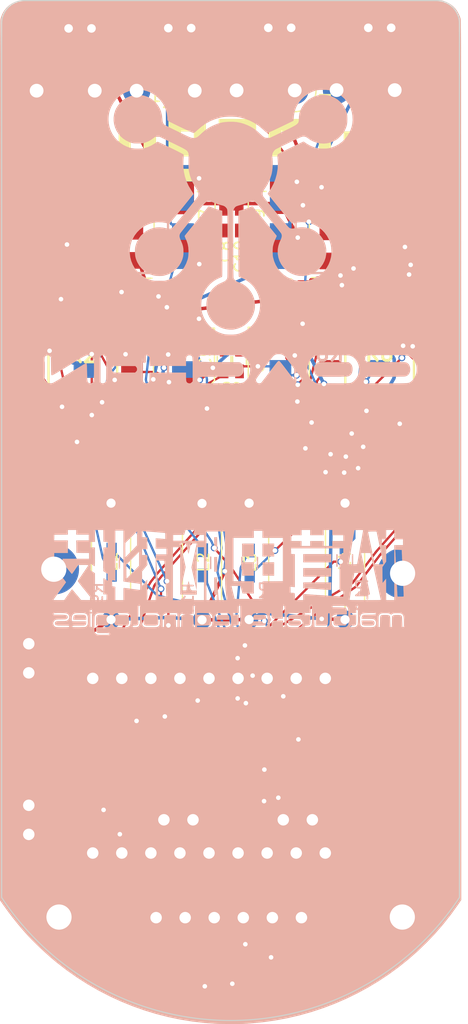
<source format=kicad_pcb>
(kicad_pcb (version 4) (host pcbnew 4.0.7)
  (layers (0 F.Cu signal) (31 B.Cu signal) (34 B.Paste user hide) (35 F.Paste user hide) (36 B.SilkS user) (37 F.SilkS user) (38 B.Mask user) (39 F.Mask user) (44 Edge.Cuts user))
  (net 0 "")
  (net 1 VCC)
  (net 2 GNDA)
  (net 3 3.3V)
  (net 4 GND)
  (net 5 "Net-(C5-Pad1)")
  (net 6 "Net-(C7-Pad1)")
  (net 7 "Net-(C10-Pad1)")
  (net 8 "Net-(C11-Pad1)")
  (net 9 "Net-(D1-Pad2)")
  (net 10 "Net-(D2-Pad2)")
  (net 11 "Net-(D3-Pad2)")
  (net 12 "Net-(D4-Pad2)")
  (net 13 CH1_OUT_P)
  (net 14 "Net-(F1-Pad2)")
  (net 15 CH2_OUT_P)
  (net 16 "Net-(F2-Pad2)")
  (net 17 CH3_OUT_P)
  (net 18 "Net-(F3-Pad2)")
  (net 19 CH4_OUT_P)
  (net 20 "Net-(F4-Pad2)")
  (net 21 ARDUINO_D9)
  (net 22 ARDUINO_D8)
  (net 23 ARDUINO_D7)
  (net 24 ARDUINO_D6)
  (net 25 ARDUINO_D5)
  (net 26 ARDUINO_D4)
  (net 27 ARDUINO_D3)
  (net 28 ARDUINO_D2)
  (net 29 SCL)
  (net 30 MISO)
  (net 31 MOSI)
  (net 32 SS)
  (net 33 ARDUINO_A4)
  (net 34 ARDUINO_A5)
  (net 35 "Net-(IC2-Pad1)")
  (net 36 "Net-(IC2-Pad2)")
  (net 37 "Net-(IC2-Pad3)")
  (net 38 "Net-(IC2-Pad4)")
  (net 39 "Net-(IC2-Pad5)")
  (net 40 "Net-(IC2-Pad6)")
  (net 41 "Net-(IC2-Pad7)")
  (net 42 "Net-(IC2-Pad8)")
  (net 43 "Net-(IC2-Pad9)")
  (net 44 "Net-(IC2-Pad23)")
  (net 45 "Net-(IC2-Pad24)")
  (net 46 "Net-(IC2-Pad25)")
  (net 47 CH1_OUT_N)
  (net 48 CH2_OUT_N)
  (net 49 CH3_OUT_N)
  (net 50 CH4_OUT_N)
  (net 51 PWM_1)
  (net 52 "Net-(K2-Pad7)")
  (net 53 PWM_2)
  (net 54 "Net-(K4-Pad7)")
  (net 55 PWM_3)
  (net 56 "Net-(K6-Pad7)")
  (net 57 PWM_4)
  (net 58 "Net-(K8-Pad7)")
  (module Capacitors_SMD:CP_Elec_5x5.3 (layer F.Cu) (at 139.573 156.489 180)
    (fp_text reference C1 (at 0.0762 1.803 180) (layer F.SilkS))
    (fp_text value CP1)
    (fp_text user + (at -3.38 2.34 180) (layer F.SilkS))
    (pad 1 smd rect (at -2.2 0) (size 3 1.6) (layers F.Cu F.Paste F.Mask) (net 1 VCC))
    (pad 2 smd rect (at 2.2 0) (size 3 1.6) (layers F.Cu F.Paste F.Mask) (net 2 GNDA))
  )
  (module Capacitors_SMD:C_0603_HandSoldering (layer B.Cu) (at 139.421 158.369 180)
    (fp_text reference C2 (at 0 1.25 180) (layer B.SilkS) (effects (justify mirror)))
    (fp_text value C)
    (pad 1 smd rect (at -0.95 0 180) (size 1.2 0.75) (layers B.Cu B.Paste B.Mask) (net 1 VCC))
    (pad 2 smd rect (at 0.95 0 180) (size 1.2 0.75) (layers B.Cu B.Paste B.Mask) (net 2 GNDA))
  )
  (module Capacitors_SMD:C_0603_HandSoldering (layer F.Cu) (at 145.771 155.346 270)
    (fp_text reference C3 (at 2.7436 -0.0758 270) (layer F.SilkS))
    (fp_text value C)
    (pad 1 smd rect (at -0.95 0 270) (size 1.2 0.75) (layers F.Cu F.Paste F.Mask) (net 3 3.3V))
    (pad 2 smd rect (at 0.95 0 270) (size 1.2 0.75) (layers F.Cu F.Paste F.Mask) (net 4 GND))
  )
  (module Capacitors_SMD:C_0603_HandSoldering (layer F.Cu) (at 147.066 155.346 270)
    (fp_text reference C4 (at 2.6928 -0.1016 270) (layer F.SilkS))
    (fp_text value C)
    (pad 1 smd rect (at -0.95 0 270) (size 1.2 0.75) (layers F.Cu F.Paste F.Mask) (net 3 3.3V))
    (pad 2 smd rect (at 0.95 0 270) (size 1.2 0.75) (layers F.Cu F.Paste F.Mask) (net 4 GND))
  )
  (module Capacitors_SMD:CP_Elec_5x5.3 (layer F.Cu) (at 135.687 102.997 90)
    (fp_text reference C5 (at 0.1016 1.854 90) (layer F.SilkS))
    (fp_text value CP1)
    (fp_text user + (at -3.38 2.34 90) (layer F.SilkS))
    (pad 1 smd rect (at -2.2 0 270) (size 3 1.6) (layers F.Cu F.Paste F.Mask) (net 5 "Net-(C5-Pad1)"))
    (pad 2 smd rect (at 2.2 0 270) (size 3 1.6) (layers F.Cu F.Paste F.Mask) (net 2 GNDA))
  )
  (module Capacitors_SMD:C_0603_HandSoldering (layer F.Cu) (at 139.167 103.149 90)
    (fp_text reference C6 (at -2.7182 0.0758 90) (layer F.SilkS))
    (fp_text value C)
    (pad 1 smd rect (at -0.95 0 90) (size 1.2 0.75) (layers F.Cu F.Paste F.Mask) (net 5 "Net-(C5-Pad1)"))
    (pad 2 smd rect (at 0.95 0 90) (size 1.2 0.75) (layers F.Cu F.Paste F.Mask) (net 2 GNDA))
  )
  (module Capacitors_SMD:CP_Elec_5x5.3 (layer F.Cu) (at 135.738 91.0844 90)
    (fp_text reference C7 (at 0.2286 1.7522 90) (layer F.SilkS))
    (fp_text value CP1)
    (fp_text user + (at -3.38 2.34 90) (layer F.SilkS))
    (pad 1 smd rect (at -2.2 0 270) (size 3 1.6) (layers F.Cu F.Paste F.Mask) (net 6 "Net-(C7-Pad1)"))
    (pad 2 smd rect (at 2.2 0 270) (size 3 1.6) (layers F.Cu F.Paste F.Mask) (net 2 GNDA))
  )
  (module Capacitors_SMD:CP_Elec_5x5.3 (layer F.Cu) (at 143.967 91.059 90)
    (fp_text reference C9 (at 0.2286 -1.7778 90) (layer F.SilkS))
    (fp_text value CP1)
    (fp_text user + (at -3.38 2.34 90) (layer F.SilkS))
    (pad 1 smd rect (at -2.2 0 270) (size 3 1.6) (layers F.Cu F.Paste F.Mask) (net 7 "Net-(C10-Pad1)"))
    (pad 2 smd rect (at 2.2 0 270) (size 3 1.6) (layers F.Cu F.Paste F.Mask) (net 2 GNDA))
  )
  (module Capacitors_SMD:C_0603_HandSoldering (layer F.Cu) (at 140.487 90.8558 90)
    (fp_text reference C10 (at -3.2258 0.102 90) (layer F.SilkS))
    (fp_text value C)
    (pad 1 smd rect (at -0.95 0 90) (size 1.2 0.75) (layers F.Cu F.Paste F.Mask) (net 7 "Net-(C10-Pad1)"))
    (pad 2 smd rect (at 0.95 0 90) (size 1.2 0.75) (layers F.Cu F.Paste F.Mask) (net 2 GNDA))
  )
  (module Capacitors_SMD:CP_Elec_5x5.3 (layer F.Cu) (at 143.967 102.921 90)
    (fp_text reference C11 (at 0.0764 -1.7778 90) (layer F.SilkS))
    (fp_text value CP1)
    (fp_text user + (at -3.38 2.34 90) (layer F.SilkS))
    (pad 1 smd rect (at -2.2 0 270) (size 3 1.6) (layers F.Cu F.Paste F.Mask) (net 8 "Net-(C11-Pad1)"))
    (pad 2 smd rect (at 2.2 0 270) (size 3 1.6) (layers F.Cu F.Paste F.Mask) (net 2 GNDA))
  )
  (module Capacitors_SMD:C_0603_HandSoldering (layer F.Cu) (at 140.513 103.149 90)
    (fp_text reference C12 (at -3.2008 0.0252 90) (layer F.SilkS))
    (fp_text value C)
    (pad 1 smd rect (at -0.95 0 90) (size 1.2 0.75) (layers F.Cu F.Paste F.Mask) (net 8 "Net-(C11-Pad1)"))
    (pad 2 smd rect (at 0.95 0 90) (size 1.2 0.75) (layers F.Cu F.Paste F.Mask) (net 2 GNDA))
  )
  (module Diodes_SMD:D_SOD-123 (layer F.Cu) (at 129.261 112.192 270)
    (fp_text reference D1 (at -0.051 -0.025 270) (layer F.SilkS))
    (fp_text value D)
    (pad 1 smd rect (at -1.65 0 270) (size 0.9 1.2) (layers F.Cu F.Paste F.Mask) (net 5 "Net-(C5-Pad1)"))
    (pad 2 smd rect (at 1.65 0 270) (size 0.9 1.2) (layers F.Cu F.Paste F.Mask) (net 9 "Net-(D1-Pad2)"))
  )
  (module Diodes_SMD:D_SOD-123 (layer F.Cu) (at 137.236 112.217 270)
    (fp_text reference D2 (at 0.0002 -0.051 270) (layer F.SilkS))
    (fp_text value D)
    (pad 1 smd rect (at -1.65 0 270) (size 0.9 1.2) (layers F.Cu F.Paste F.Mask) (net 6 "Net-(C7-Pad1)"))
    (pad 2 smd rect (at 1.65 0 270) (size 0.9 1.2) (layers F.Cu F.Paste F.Mask) (net 10 "Net-(D2-Pad2)"))
  )
  (module Diodes_SMD:D_SOD-123 (layer F.Cu) (at 141.402 112.192 270)
    (fp_text reference D3 (at -0.051 -0.0506 270) (layer F.SilkS))
    (fp_text value D)
    (pad 1 smd rect (at -1.65 0 270) (size 0.9 1.2) (layers F.Cu F.Paste F.Mask) (net 7 "Net-(C10-Pad1)"))
    (pad 2 smd rect (at 1.65 0 270) (size 0.9 1.2) (layers F.Cu F.Paste F.Mask) (net 11 "Net-(D3-Pad2)"))
  )
  (module Diodes_SMD:D_SOD-123 (layer F.Cu) (at 149.733 112.192 90)
    (fp_text reference D4 (at -0.0252 0.0508 90) (layer F.SilkS))
    (fp_text value D)
    (pad 1 smd rect (at -1.65 0 90) (size 0.9 1.2) (layers F.Cu F.Paste F.Mask) (net 8 "Net-(C11-Pad1)"))
    (pad 2 smd rect (at 1.65 0 90) (size 0.9 1.2) (layers F.Cu F.Paste F.Mask) (net 12 "Net-(D4-Pad2)"))
  )
  (module Resistors_THT:R_Axial_DIN0411_L9.9mm_D3.6mm_P5.08mm_Vertical (layer F.Cu) (at 127.864 79.6036 180)
    (fp_text reference F1 (at 2.7182 -0.9906 180) (layer F.SilkS))
    (fp_text value Polyfuse)
    (pad 1 thru_hole circle (at 0 0 180) (size 2.4 2.4) (drill 1.2) (layers *.Cu *.Mask) (net 13 CH1_OUT_P))
    (pad 2 thru_hole oval (at 5.08 0 180) (size 2.4 2.4) (drill 1.2) (layers *.Cu *.Mask) (net 14 "Net-(F1-Pad2)"))
  )
  (module Resistors_THT:R_Axial_DIN0411_L9.9mm_D3.6mm_P5.08mm_Vertical (layer F.Cu) (at 136.601 79.6036 180)
    (fp_text reference F2 (at 2.7938 -0.9906 180) (layer F.SilkS))
    (fp_text value Polyfuse)
    (pad 1 thru_hole circle (at 0 0 180) (size 2.4 2.4) (drill 1.2) (layers *.Cu *.Mask) (net 15 CH2_OUT_P))
    (pad 2 thru_hole oval (at 5.08 0 180) (size 2.4 2.4) (drill 1.2) (layers *.Cu *.Mask) (net 16 "Net-(F2-Pad2)"))
  )
  (module Resistors_THT:R_Axial_DIN0411_L9.9mm_D3.6mm_P5.08mm_Vertical (layer F.Cu) (at 145.339 79.5782 180)
    (fp_text reference F3 (at 2.7434 -1.0414 180) (layer F.SilkS))
    (fp_text value Polyfuse)
    (pad 1 thru_hole circle (at 0 0 180) (size 2.4 2.4) (drill 1.2) (layers *.Cu *.Mask) (net 17 CH3_OUT_P))
    (pad 2 thru_hole oval (at 5.08 0 180) (size 2.4 2.4) (drill 1.2) (layers *.Cu *.Mask) (net 18 "Net-(F3-Pad2)"))
  )
  (module Resistors_THT:R_Axial_DIN0411_L9.9mm_D3.6mm_P5.08mm_Vertical (layer F.Cu) (at 154.076 79.5528 180)
    (fp_text reference F4 (at 2.7174 -1.0668 180) (layer F.SilkS))
    (fp_text value Polyfuse)
    (pad 1 thru_hole circle (at 0 0 180) (size 2.4 2.4) (drill 1.2) (layers *.Cu *.Mask) (net 19 CH4_OUT_P))
    (pad 2 thru_hole oval (at 5.08 0 180) (size 2.4 2.4) (drill 1.2) (layers *.Cu *.Mask) (net 20 "Net-(F4-Pad2)"))
  )
  (module SamacSys_Parts:ARDPROMINI5 (layer F.Cu) (at 127.686 130.886)
    (fp_text reference ARDUINO (at 20.8024 9.83) (layer F.SilkS) (effects (font (size 1.27 1.27))))
    (fp_text value ARD-PRO-MINI-5 hide)
    (pad 1 thru_hole circle (at 0 0 90) (size 1.5 1.5) (drill 1) (layers *.Cu *.Mask F.SilkS) (net 21 ARDUINO_D9))
    (pad 2 thru_hole circle (at 2.54 0 90) (size 1.5 1.5) (drill 1) (layers *.Cu *.Mask F.SilkS) (net 22 ARDUINO_D8))
    (pad 3 thru_hole circle (at 5.08 0 90) (size 1.5 1.5) (drill 1) (layers *.Cu *.Mask F.SilkS) (net 23 ARDUINO_D7))
    (pad 4 thru_hole circle (at 7.62 0 90) (size 1.5 1.5) (drill 1) (layers *.Cu *.Mask F.SilkS) (net 24 ARDUINO_D6))
    (pad 5 thru_hole circle (at 10.16 0 90) (size 1.5 1.5) (drill 1) (layers *.Cu *.Mask F.SilkS) (net 25 ARDUINO_D5))
    (pad 6 thru_hole circle (at 12.7 0 90) (size 1.5 1.5) (drill 1) (layers *.Cu *.Mask F.SilkS) (net 26 ARDUINO_D4))
    (pad 7 thru_hole circle (at 15.24 0 90) (size 1.5 1.5) (drill 1) (layers *.Cu *.Mask F.SilkS) (net 27 ARDUINO_D3))
    (pad 8 thru_hole circle (at 17.78 0 90) (size 1.5 1.5) (drill 1) (layers *.Cu *.Mask F.SilkS) (net 28 ARDUINO_D2))
    (pad 9 thru_hole circle (at 20.32 0 90) (size 1.5 1.5) (drill 1) (layers *.Cu *.Mask F.SilkS) (net 4 GND))
    (pad 16 thru_hole circle (at 20.32 15.24 90) (size 1.5 1.5) (drill 1) (layers *.Cu *.Mask F.SilkS) (net 3 3.3V))
    (pad 17 thru_hole circle (at 17.78 15.24 90) (size 1.5 1.5) (drill 1) (layers *.Cu *.Mask F.SilkS))
    (pad 18 thru_hole circle (at 15.24 15.24 90) (size 1.5 1.5) (drill 1) (layers *.Cu *.Mask F.SilkS))
    (pad 19 thru_hole circle (at 12.7 15.24 90) (size 1.5 1.5) (drill 1) (layers *.Cu *.Mask F.SilkS))
    (pad 20 thru_hole circle (at 10.16 15.24 90) (size 1.5 1.5) (drill 1) (layers *.Cu *.Mask F.SilkS))
    (pad 21 thru_hole circle (at 7.62 15.24 90) (size 1.5 1.5) (drill 1) (layers *.Cu *.Mask F.SilkS) (net 29 SCL))
    (pad 22 thru_hole circle (at 5.08 15.24 90) (size 1.5 1.5) (drill 1) (layers *.Cu *.Mask F.SilkS) (net 30 MISO))
    (pad 23 thru_hole circle (at 2.54 15.24 90) (size 1.5 1.5) (drill 1) (layers *.Cu *.Mask F.SilkS) (net 31 MOSI))
    (pad 24 thru_hole circle (at 0 15.24 90) (size 1.5 1.5) (drill 1) (layers *.Cu *.Mask F.SilkS) (net 32 SS))
    (pad 25 thru_hole circle (at 6.22 12.34 90) (size 1.5 1.5) (drill 1) (layers *.Cu *.Mask F.SilkS))
    (pad 26 thru_hole circle (at 8.76 12.34 90) (size 1.5 1.5) (drill 1) (layers *.Cu *.Mask F.SilkS))
    (pad 27 thru_hole circle (at 16.65 12.34 90) (size 1.5 1.5) (drill 1) (layers *.Cu *.Mask F.SilkS) (net 33 ARDUINO_A4))
    (pad 28 thru_hole circle (at 19.19 12.34 90) (size 1.5 1.5) (drill 1) (layers *.Cu *.Mask F.SilkS) (net 34 ARDUINO_A5))
  )
  (module SamacSys_Parts:SOP65P640X110-28N (layer F.Cu) (at 139.319 137.185 270)
    (fp_text reference IC2 (at 0 0 270) (layer F.SilkS) (effects (font (size 1.27 1.27))))
    (fp_text value PCA9685PW,112 hide)
    (pad 1 smd rect (at -2.938 -4.225) (size 0.45 1.475) (layers F.Cu F.Paste F.Mask) (net 35 "Net-(IC2-Pad1)"))
    (pad 2 smd rect (at -2.938 -3.575) (size 0.45 1.475) (layers F.Cu F.Paste F.Mask) (net 36 "Net-(IC2-Pad2)"))
    (pad 3 smd rect (at -2.938 -2.925) (size 0.45 1.475) (layers F.Cu F.Paste F.Mask) (net 37 "Net-(IC2-Pad3)"))
    (pad 4 smd rect (at -2.938 -2.275) (size 0.45 1.475) (layers F.Cu F.Paste F.Mask) (net 38 "Net-(IC2-Pad4)"))
    (pad 5 smd rect (at -2.938 -1.625) (size 0.45 1.475) (layers F.Cu F.Paste F.Mask) (net 39 "Net-(IC2-Pad5)"))
    (pad 6 smd rect (at -2.938 -0.975) (size 0.45 1.475) (layers F.Cu F.Paste F.Mask) (net 40 "Net-(IC2-Pad6)"))
    (pad 7 smd rect (at -2.938 -0.325) (size 0.45 1.475) (layers F.Cu F.Paste F.Mask) (net 41 "Net-(IC2-Pad7)"))
    (pad 8 smd rect (at -2.938 0.325) (size 0.45 1.475) (layers F.Cu F.Paste F.Mask) (net 42 "Net-(IC2-Pad8)"))
    (pad 9 smd rect (at -2.938 0.975) (size 0.45 1.475) (layers F.Cu F.Paste F.Mask) (net 43 "Net-(IC2-Pad9)"))
    (pad 10 smd rect (at -2.938 1.625) (size 0.45 1.475) (layers F.Cu F.Paste F.Mask))
    (pad 11 smd rect (at -2.938 2.275) (size 0.45 1.475) (layers F.Cu F.Paste F.Mask))
    (pad 12 smd rect (at -2.938 2.925) (size 0.45 1.475) (layers F.Cu F.Paste F.Mask))
    (pad 13 smd rect (at -2.938 3.575) (size 0.45 1.475) (layers F.Cu F.Paste F.Mask))
    (pad 14 smd rect (at -2.938 4.225) (size 0.45 1.475) (layers F.Cu F.Paste F.Mask) (net 4 GND))
    (pad 15 smd rect (at 2.938 4.225) (size 0.45 1.475) (layers F.Cu F.Paste F.Mask))
    (pad 16 smd rect (at 2.938 3.575) (size 0.45 1.475) (layers F.Cu F.Paste F.Mask))
    (pad 17 smd rect (at 2.938 2.925) (size 0.45 1.475) (layers F.Cu F.Paste F.Mask))
    (pad 18 smd rect (at 2.938 2.275) (size 0.45 1.475) (layers F.Cu F.Paste F.Mask))
    (pad 19 smd rect (at 2.938 1.625) (size 0.45 1.475) (layers F.Cu F.Paste F.Mask))
    (pad 20 smd rect (at 2.938 0.975) (size 0.45 1.475) (layers F.Cu F.Paste F.Mask))
    (pad 21 smd rect (at 2.938 0.325) (size 0.45 1.475) (layers F.Cu F.Paste F.Mask))
    (pad 22 smd rect (at 2.938 -0.325) (size 0.45 1.475) (layers F.Cu F.Paste F.Mask))
    (pad 23 smd rect (at 2.938 -0.975) (size 0.45 1.475) (layers F.Cu F.Paste F.Mask) (net 44 "Net-(IC2-Pad23)"))
    (pad 24 smd rect (at 2.938 -1.625) (size 0.45 1.475) (layers F.Cu F.Paste F.Mask) (net 45 "Net-(IC2-Pad24)"))
    (pad 25 smd rect (at 2.938 -2.275) (size 0.45 1.475) (layers F.Cu F.Paste F.Mask) (net 46 "Net-(IC2-Pad25)"))
    (pad 26 smd rect (at 2.938 -2.925) (size 0.45 1.475) (layers F.Cu F.Paste F.Mask) (net 34 ARDUINO_A5))
    (pad 27 smd rect (at 2.938 -3.575) (size 0.45 1.475) (layers F.Cu F.Paste F.Mask) (net 33 ARDUINO_A4))
    (pad 28 smd rect (at 2.938 -4.225) (size 0.45 1.475) (layers F.Cu F.Paste F.Mask) (net 3 3.3V))
  )
  (module Pin_Headers:Pin_Header_Straight_1x06_Pitch2.54mm (layer F.Cu) (at 133.223 151.765 90)
    (fp_text reference SPI (at 0 -2.33 90) (layer F.SilkS))
    (fp_text value Conn_01x06)
    (pad 1 thru_hole rect (at 0 0 90) (size 1.7 1.7) (drill 1) (layers *.Cu *.Mask) (net 4 GND))
    (pad 2 thru_hole oval (at 0 2.54 90) (size 1.7 1.7) (drill 1) (layers *.Cu *.Mask) (net 32 SS))
    (pad 3 thru_hole oval (at 0 5.08 90) (size 1.7 1.7) (drill 1) (layers *.Cu *.Mask) (net 29 SCL))
    (pad 4 thru_hole oval (at 0 7.62 90) (size 1.7 1.7) (drill 1) (layers *.Cu *.Mask) (net 31 MOSI))
    (pad 5 thru_hole oval (at 0 10.16 90) (size 1.7 1.7) (drill 1) (layers *.Cu *.Mask) (net 30 MISO))
    (pad 6 thru_hole oval (at 0 12.7 90) (size 1.7 1.7) (drill 1) (layers *.Cu *.Mask) (net 3 3.3V))
  )
  (module Pin_Headers:Pin_Header_Straight_1x02_Pitch2.54mm (layer F.Cu) (at 122.098 127.864)
    (fp_text reference BAT (at 0 -2.33) (layer F.SilkS))
    (fp_text value Conn_01x02)
    (pad 1 thru_hole rect (at 0 0) (size 1.7 1.7) (drill 1) (layers *.Cu *.Mask) (net 2 GNDA))
    (pad 2 thru_hole oval (at 0 2.54) (size 1.7 1.7) (drill 1) (layers *.Cu *.Mask) (net 1 VCC))
  )
  (module Pin_Headers:Pin_Header_Straight_1x02_Pitch2.54mm (layer F.Cu) (at 122.098 141.961)
    (fp_text reference 3V3 (at 0 -2.33) (layer F.SilkS))
    (fp_text value Conn_01x02)
    (pad 1 thru_hole rect (at 0 0) (size 1.7 1.7) (drill 1) (layers *.Cu *.Mask) (net 4 GND))
    (pad 2 thru_hole oval (at 0 2.54) (size 1.7 1.7) (drill 1) (layers *.Cu *.Mask) (net 3 3.3V))
  )
  (module Connectors_JST:JST_PH_B2B-PH-K_02x2.00mm_Straight (layer F.Cu) (at 125.578 74.168)
    (fp_text reference J4 (at 2.3872 1.6002) (layer F.SilkS))
    (fp_text value Conn_01x02)
    (pad 1 thru_hole rect (at 0 0) (size 1.2 1.7) (drill 0.75) (layers *.Cu *.Mask) (net 47 CH1_OUT_N))
    (pad 2 thru_hole oval (at 2 0) (size 1.2 1.7) (drill 0.75) (layers *.Cu *.Mask) (net 13 CH1_OUT_P))
  )
  (module Connectors_JST:JST_PH_B2B-PH-K_02x2.00mm_Straight (layer F.Cu) (at 134.29 74.1426)
    (fp_text reference J5 (at 2.5144 1.5494) (layer F.SilkS))
    (fp_text value Conn_01x02)
    (pad 1 thru_hole rect (at 0 0) (size 1.2 1.7) (drill 0.75) (layers *.Cu *.Mask) (net 48 CH2_OUT_N))
    (pad 2 thru_hole oval (at 2 0) (size 1.2 1.7) (drill 0.75) (layers *.Cu *.Mask) (net 15 CH2_OUT_P))
  )
  (module Connectors_JST:JST_PH_B2B-PH-K_02x2.00mm_Straight (layer F.Cu) (at 143.027 74.1172)
    (fp_text reference J6 (at 2.4642 1.4986) (layer F.SilkS))
    (fp_text value Conn_01x02)
    (pad 1 thru_hole rect (at 0 0) (size 1.2 1.7) (drill 0.75) (layers *.Cu *.Mask) (net 49 CH3_OUT_N))
    (pad 2 thru_hole oval (at 2 0) (size 1.2 1.7) (drill 0.75) (layers *.Cu *.Mask) (net 17 CH3_OUT_P))
  )
  (module Connectors_JST:JST_PH_B2B-PH-K_02x2.00mm_Straight (layer F.Cu) (at 151.765 74.1172)
    (fp_text reference J7 (at 2.4892 1.524) (layer F.SilkS))
    (fp_text value Conn_01x02)
    (pad 1 thru_hole rect (at 0 0) (size 1.2 1.7) (drill 0.75) (layers *.Cu *.Mask) (net 50 CH4_OUT_N))
    (pad 2 thru_hole oval (at 2 0) (size 1.2 1.7) (drill 0.75) (layers *.Cu *.Mask) (net 19 CH4_OUT_P))
  )
  (module SamacSys_Parts:SOP254P962X390-8N (layer F.Cu) (at 126.848 90.6018)
    (fp_text reference K1 (at 0 0) (layer F.SilkS) (effects (font (size 1.27 1.27) (thickness 0.254))))
    (fp_text value AQW214AX hide)
    (pad 1 smd rect (at -4.3 -3.81 90) (size 1.45 1.9) (layers F.Cu F.Paste F.Mask) (net 28 ARDUINO_D2))
    (pad 2 smd rect (at -4.3 -1.27 90) (size 1.45 1.9) (layers F.Cu F.Paste F.Mask) (net 4 GND))
    (pad 3 smd rect (at -4.3 1.27 90) (size 1.45 1.9) (layers F.Cu F.Paste F.Mask) (net 28 ARDUINO_D2))
    (pad 4 smd rect (at -4.3 3.81 90) (size 1.45 1.9) (layers F.Cu F.Paste F.Mask) (net 4 GND))
    (pad 5 smd rect (at 4.3 3.81 90) (size 1.45 1.9) (layers F.Cu F.Paste F.Mask) (net 2 GNDA))
    (pad 6 smd rect (at 4.3 1.27 90) (size 1.45 1.9) (layers F.Cu F.Paste F.Mask) (net 47 CH1_OUT_N))
    (pad 7 smd rect (at 4.3 -1.27 90) (size 1.45 1.9) (layers F.Cu F.Paste F.Mask) (net 14 "Net-(F1-Pad2)"))
    (pad 8 smd rect (at 4.3 -3.81 90) (size 1.45 1.9) (layers F.Cu F.Paste F.Mask) (net 5 "Net-(C5-Pad1)"))
  )
  (module SamacSys_Parts:SOP254P962X390-8N (layer F.Cu) (at 126.822 102.692)
    (fp_text reference K2 (at 0 0) (layer F.SilkS) (effects (font (size 1.27 1.27) (thickness 0.254))))
    (fp_text value AQW214AX hide)
    (pad 1 smd rect (at -4.3 -3.81 90) (size 1.45 1.9) (layers F.Cu F.Paste F.Mask) (net 51 PWM_1))
    (pad 2 smd rect (at -4.3 -1.27 90) (size 1.45 1.9) (layers F.Cu F.Paste F.Mask) (net 4 GND))
    (pad 3 smd rect (at -4.3 1.27 90) (size 1.45 1.9) (layers F.Cu F.Paste F.Mask) (net 24 ARDUINO_D6))
    (pad 4 smd rect (at -4.3 3.81 90) (size 1.45 1.9) (layers F.Cu F.Paste F.Mask) (net 4 GND))
    (pad 5 smd rect (at 4.3 3.81 90) (size 1.45 1.9) (layers F.Cu F.Paste F.Mask) (net 2 GNDA))
    (pad 6 smd rect (at 4.3 1.27 90) (size 1.45 1.9) (layers F.Cu F.Paste F.Mask) (net 5 "Net-(C5-Pad1)"))
    (pad 7 smd rect (at 4.3 -1.27 90) (size 1.45 1.9) (layers F.Cu F.Paste F.Mask) (net 52 "Net-(K2-Pad7)"))
    (pad 8 smd rect (at 4.3 -3.81 90) (size 1.45 1.9) (layers F.Cu F.Paste F.Mask) (net 1 VCC))
  )
  (module SamacSys_Parts:SOP254P962X390-8N (layer B.Cu) (at 131.267 90.6272)
    (fp_text reference K3 (at 0 0) (layer B.SilkS) (effects (font (size 1.27 1.27) (thickness 0.254)) (justify mirror)))
    (fp_text value AQW214AX hide)
    (pad 1 smd rect (at -4.3 3.81 270) (size 1.45 1.9) (layers B.Cu B.Paste B.Mask) (net 27 ARDUINO_D3))
    (pad 2 smd rect (at -4.3 1.27 270) (size 1.45 1.9) (layers B.Cu B.Paste B.Mask) (net 4 GND))
    (pad 3 smd rect (at -4.3 -1.27 270) (size 1.45 1.9) (layers B.Cu B.Paste B.Mask) (net 27 ARDUINO_D3))
    (pad 4 smd rect (at -4.3 -3.81 270) (size 1.45 1.9) (layers B.Cu B.Paste B.Mask) (net 4 GND))
    (pad 5 smd rect (at 4.3 -3.81 270) (size 1.45 1.9) (layers B.Cu B.Paste B.Mask) (net 2 GNDA))
    (pad 6 smd rect (at 4.3 -1.27 270) (size 1.45 1.9) (layers B.Cu B.Paste B.Mask) (net 48 CH2_OUT_N))
    (pad 7 smd rect (at 4.3 1.27 270) (size 1.45 1.9) (layers B.Cu B.Paste B.Mask) (net 16 "Net-(F2-Pad2)"))
    (pad 8 smd rect (at 4.3 3.81 270) (size 1.45 1.9) (layers B.Cu B.Paste B.Mask) (net 6 "Net-(C7-Pad1)"))
  )
  (module SamacSys_Parts:SOP254P962X390-8N (layer B.Cu) (at 131.267 102.667)
    (fp_text reference K4 (at 0 0) (layer B.SilkS) (effects (font (size 1.27 1.27) (thickness 0.254)) (justify mirror)))
    (fp_text value AQW214AX hide)
    (pad 1 smd rect (at -4.3 3.81 270) (size 1.45 1.9) (layers B.Cu B.Paste B.Mask) (net 53 PWM_2))
    (pad 2 smd rect (at -4.3 1.27 270) (size 1.45 1.9) (layers B.Cu B.Paste B.Mask) (net 4 GND))
    (pad 3 smd rect (at -4.3 -1.27 270) (size 1.45 1.9) (layers B.Cu B.Paste B.Mask) (net 23 ARDUINO_D7))
    (pad 4 smd rect (at -4.3 -3.81 270) (size 1.45 1.9) (layers B.Cu B.Paste B.Mask) (net 4 GND))
    (pad 5 smd rect (at 4.3 -3.81 270) (size 1.45 1.9) (layers B.Cu B.Paste B.Mask) (net 2 GNDA))
    (pad 6 smd rect (at 4.3 -1.27 270) (size 1.45 1.9) (layers B.Cu B.Paste B.Mask) (net 6 "Net-(C7-Pad1)"))
    (pad 7 smd rect (at 4.3 1.27 270) (size 1.45 1.9) (layers B.Cu B.Paste B.Mask) (net 54 "Net-(K4-Pad7)"))
    (pad 8 smd rect (at 4.3 3.81 270) (size 1.45 1.9) (layers B.Cu B.Paste B.Mask) (net 1 VCC))
  )
  (module SamacSys_Parts:SOP254P962X390-8N (layer F.Cu) (at 152.756 90.6526 180)
    (fp_text reference K5 (at 0 0 180) (layer F.SilkS) (effects (font (size 1.27 1.27) (thickness 0.254))))
    (fp_text value AQW214AX hide)
    (pad 1 smd rect (at -4.3 -3.81 270) (size 1.45 1.9) (layers F.Cu F.Paste F.Mask) (net 26 ARDUINO_D4))
    (pad 2 smd rect (at -4.3 -1.27 270) (size 1.45 1.9) (layers F.Cu F.Paste F.Mask) (net 4 GND))
    (pad 3 smd rect (at -4.3 1.27 270) (size 1.45 1.9) (layers F.Cu F.Paste F.Mask) (net 26 ARDUINO_D4))
    (pad 4 smd rect (at -4.3 3.81 270) (size 1.45 1.9) (layers F.Cu F.Paste F.Mask) (net 4 GND))
    (pad 5 smd rect (at 4.3 3.81 270) (size 1.45 1.9) (layers F.Cu F.Paste F.Mask) (net 2 GNDA))
    (pad 6 smd rect (at 4.3 1.27 270) (size 1.45 1.9) (layers F.Cu F.Paste F.Mask) (net 49 CH3_OUT_N))
    (pad 7 smd rect (at 4.3 -1.27 270) (size 1.45 1.9) (layers F.Cu F.Paste F.Mask) (net 18 "Net-(F3-Pad2)"))
    (pad 8 smd rect (at 4.3 -3.81 270) (size 1.45 1.9) (layers F.Cu F.Paste F.Mask) (net 7 "Net-(C10-Pad1)"))
  )
  (module SamacSys_Parts:SOP254P962X390-8N (layer F.Cu) (at 152.756 102.565 180)
    (fp_text reference K6 (at 0 0 180) (layer F.SilkS) (effects (font (size 1.27 1.27) (thickness 0.254))))
    (fp_text value AQW214AX hide)
    (pad 1 smd rect (at -4.3 -3.81 270) (size 1.45 1.9) (layers F.Cu F.Paste F.Mask) (net 55 PWM_3))
    (pad 2 smd rect (at -4.3 -1.27 270) (size 1.45 1.9) (layers F.Cu F.Paste F.Mask) (net 4 GND))
    (pad 3 smd rect (at -4.3 1.27 270) (size 1.45 1.9) (layers F.Cu F.Paste F.Mask) (net 22 ARDUINO_D8))
    (pad 4 smd rect (at -4.3 3.81 270) (size 1.45 1.9) (layers F.Cu F.Paste F.Mask) (net 4 GND))
    (pad 5 smd rect (at 4.3 3.81 270) (size 1.45 1.9) (layers F.Cu F.Paste F.Mask) (net 2 GNDA))
    (pad 6 smd rect (at 4.3 1.27 270) (size 1.45 1.9) (layers F.Cu F.Paste F.Mask) (net 7 "Net-(C10-Pad1)"))
    (pad 7 smd rect (at 4.3 -1.27 270) (size 1.45 1.9) (layers F.Cu F.Paste F.Mask) (net 56 "Net-(K6-Pad7)"))
    (pad 8 smd rect (at 4.3 -3.81 270) (size 1.45 1.9) (layers F.Cu F.Paste F.Mask) (net 1 VCC))
  )
  (module SamacSys_Parts:SOP254P962X390-8N (layer B.Cu) (at 148.412 90.6272 180)
    (fp_text reference K7 (at 0 0 180) (layer B.SilkS) (effects (font (size 1.27 1.27) (thickness 0.254)) (justify mirror)))
    (fp_text value AQW214AX hide)
    (pad 1 smd rect (at -4.3 3.81 90) (size 1.45 1.9) (layers B.Cu B.Paste B.Mask) (net 25 ARDUINO_D5))
    (pad 2 smd rect (at -4.3 1.27 90) (size 1.45 1.9) (layers B.Cu B.Paste B.Mask) (net 4 GND))
    (pad 3 smd rect (at -4.3 -1.27 90) (size 1.45 1.9) (layers B.Cu B.Paste B.Mask) (net 25 ARDUINO_D5))
    (pad 4 smd rect (at -4.3 -3.81 90) (size 1.45 1.9) (layers B.Cu B.Paste B.Mask) (net 4 GND))
    (pad 5 smd rect (at 4.3 -3.81 90) (size 1.45 1.9) (layers B.Cu B.Paste B.Mask) (net 2 GNDA))
    (pad 6 smd rect (at 4.3 -1.27 90) (size 1.45 1.9) (layers B.Cu B.Paste B.Mask) (net 50 CH4_OUT_N))
    (pad 7 smd rect (at 4.3 1.27 90) (size 1.45 1.9) (layers B.Cu B.Paste B.Mask) (net 20 "Net-(F4-Pad2)"))
    (pad 8 smd rect (at 4.3 3.81 90) (size 1.45 1.9) (layers B.Cu B.Paste B.Mask) (net 8 "Net-(C11-Pad1)"))
  )
  (module SamacSys_Parts:SOP254P962X390-8N (layer B.Cu) (at 148.387 102.565 180)
    (fp_text reference K8 (at 0 0 180) (layer B.SilkS) (effects (font (size 1.27 1.27) (thickness 0.254)) (justify mirror)))
    (fp_text value AQW214AX hide)
    (pad 1 smd rect (at -4.3 3.81 90) (size 1.45 1.9) (layers B.Cu B.Paste B.Mask) (net 57 PWM_4))
    (pad 2 smd rect (at -4.3 1.27 90) (size 1.45 1.9) (layers B.Cu B.Paste B.Mask) (net 4 GND))
    (pad 3 smd rect (at -4.3 -1.27 90) (size 1.45 1.9) (layers B.Cu B.Paste B.Mask) (net 21 ARDUINO_D9))
    (pad 4 smd rect (at -4.3 -3.81 90) (size 1.45 1.9) (layers B.Cu B.Paste B.Mask) (net 4 GND))
    (pad 5 smd rect (at 4.3 -3.81 90) (size 1.45 1.9) (layers B.Cu B.Paste B.Mask) (net 2 GNDA))
    (pad 6 smd rect (at 4.3 -1.27 90) (size 1.45 1.9) (layers B.Cu B.Paste B.Mask) (net 8 "Net-(C11-Pad1)"))
    (pad 7 smd rect (at 4.3 1.27 90) (size 1.45 1.9) (layers B.Cu B.Paste B.Mask) (net 58 "Net-(K8-Pad7)"))
    (pad 8 smd rect (at 4.3 3.81 90) (size 1.45 1.9) (layers B.Cu B.Paste B.Mask) (net 1 VCC))
  )
  (module Inductors_THT:L_Axial_L7.0mm_D3.3mm_P10.16mm_Horizontal_Fastron_MICC (layer F.Cu) (at 129.286 115.595 270)
    (fp_text reference L1 (at 5.1058 -0.0508 270) (layer F.SilkS))
    (fp_text value L)
    (pad 1 thru_hole circle (at 0 0 270) (size 1.6 1.6) (drill 0.8) (layers *.Cu *.Mask) (net 9 "Net-(D1-Pad2)"))
    (pad 2 thru_hole oval (at 10.16 0 270) (size 1.6 1.6) (drill 0.8) (layers *.Cu *.Mask) (net 1 VCC))
  )
  (module Inductors_THT:L_Axial_L7.0mm_D3.3mm_P10.16mm_Horizontal_Fastron_MICC (layer F.Cu) (at 137.236 115.621 270)
    (fp_text reference L2 (at 5.1306 -0.1018 270) (layer F.SilkS))
    (fp_text value L)
    (pad 1 thru_hole circle (at 0 0 270) (size 1.6 1.6) (drill 0.8) (layers *.Cu *.Mask) (net 10 "Net-(D2-Pad2)"))
    (pad 2 thru_hole oval (at 10.16 0 270) (size 1.6 1.6) (drill 0.8) (layers *.Cu *.Mask) (net 1 VCC))
  )
  (module Inductors_THT:L_Axial_L7.0mm_D3.3mm_P10.16mm_Horizontal_Fastron_MICC (layer F.Cu) (at 141.351 115.595 270)
    (fp_text reference L3 (at 5.182 -0.1016 270) (layer F.SilkS))
    (fp_text value L)
    (pad 1 thru_hole circle (at 0 0 270) (size 1.6 1.6) (drill 0.8) (layers *.Cu *.Mask) (net 11 "Net-(D3-Pad2)"))
    (pad 2 thru_hole oval (at 10.16 0 270) (size 1.6 1.6) (drill 0.8) (layers *.Cu *.Mask) (net 1 VCC))
  )
  (module Inductors_THT:L_Axial_L7.0mm_D3.3mm_P10.16mm_Horizontal_Fastron_MICC (layer F.Cu) (at 149.733 115.595 270)
    (fp_text reference L4 (at 5.0296 0 270) (layer F.SilkS))
    (fp_text value L)
    (pad 1 thru_hole circle (at 0 0 270) (size 1.6 1.6) (drill 0.8) (layers *.Cu *.Mask) (net 12 "Net-(D4-Pad2)"))
    (pad 2 thru_hole oval (at 10.16 0 270) (size 1.6 1.6) (drill 0.8) (layers *.Cu *.Mask) (net 1 VCC))
  )
  (module SamacSys_Parts:SOT96P240X110-3N (layer F.Cu) (at 126.213 114.021)
    (fp_text reference Q1 (at -0.7116 -2.9468) (layer F.SilkS) (effects (font (size 1.27 1.27))))
    (fp_text value MMBT5551-7-F hide)
    (pad 1 smd rect (at -1.05 -0.96 90) (size 0.65 1.2) (layers F.Cu F.Paste F.Mask) (net 52 "Net-(K2-Pad7)"))
    (pad 2 smd rect (at -1.05 0.96 90) (size 0.65 1.2) (layers F.Cu F.Paste F.Mask) (net 2 GNDA))
    (pad 3 smd rect (at 1.05 0 90) (size 0.65 1.2) (layers F.Cu F.Paste F.Mask) (net 9 "Net-(D1-Pad2)"))
  )
  (module SamacSys_Parts:SOT96P240X110-3N (layer F.Cu) (at 134.569 114.122)
    (fp_text reference Q2 (at -0.3554 -3.0986) (layer F.SilkS) (effects (font (size 1.27 1.27))))
    (fp_text value MMBT5551-7-F hide)
    (pad 1 smd rect (at -1.05 -0.96 90) (size 0.65 1.2) (layers F.Cu F.Paste F.Mask) (net 54 "Net-(K4-Pad7)"))
    (pad 2 smd rect (at -1.05 0.96 90) (size 0.65 1.2) (layers F.Cu F.Paste F.Mask) (net 2 GNDA))
    (pad 3 smd rect (at 1.05 0 90) (size 0.65 1.2) (layers F.Cu F.Paste F.Mask) (net 10 "Net-(D2-Pad2)"))
  )
  (module SamacSys_Parts:SOT96P240X110-3N (layer F.Cu) (at 144.45 114.021 180)
    (fp_text reference Q3 (at 0.0256 2.9214 180) (layer F.SilkS) (effects (font (size 1.27 1.27))))
    (fp_text value MMBT5551-7-F hide)
    (pad 1 smd rect (at -1.05 -0.96 270) (size 0.65 1.2) (layers F.Cu F.Paste F.Mask) (net 56 "Net-(K6-Pad7)"))
    (pad 2 smd rect (at -1.05 0.96 270) (size 0.65 1.2) (layers F.Cu F.Paste F.Mask) (net 2 GNDA))
    (pad 3 smd rect (at 1.05 0 270) (size 0.65 1.2) (layers F.Cu F.Paste F.Mask) (net 11 "Net-(D3-Pad2)"))
  )
  (module SamacSys_Parts:SOT96P240X110-3N (layer F.Cu) (at 152.781 113.995 180)
    (fp_text reference Q4 (at -0.4064 2.9462 180) (layer F.SilkS) (effects (font (size 1.27 1.27))))
    (fp_text value MMBT5551-7-F hide)
    (pad 1 smd rect (at -1.05 -0.96 270) (size 0.65 1.2) (layers F.Cu F.Paste F.Mask) (net 58 "Net-(K8-Pad7)"))
    (pad 2 smd rect (at -1.05 0.96 270) (size 0.65 1.2) (layers F.Cu F.Paste F.Mask) (net 2 GNDA))
    (pad 3 smd rect (at 1.05 0 270) (size 0.65 1.2) (layers F.Cu F.Paste F.Mask) (net 12 "Net-(D4-Pad2)"))
  )
  (module Resistors_SMD:R_0603_HandSoldering (layer F.Cu) (at 146.609 134.214 270)
    (fp_text reference R1 (at 2.8698 -0.0252 270) (layer F.SilkS))
    (fp_text value R)
    (pad 1 smd rect (at -1.1 0 270) (size 1.2 0.9) (layers F.Cu F.Paste F.Mask) (net 4 GND))
    (pad 2 smd rect (at 1.1 0 270) (size 1.2 0.9) (layers F.Cu F.Paste F.Mask) (net 46 "Net-(IC2-Pad25)"))
  )
  (module Resistors_SMD:R_0603_HandSoldering (layer F.Cu) (at 148.082 134.214 270)
    (fp_text reference R2 (at 2.8444 0 270) (layer F.SilkS))
    (fp_text value R)
    (pad 1 smd rect (at -1.1 0 270) (size 1.2 0.9) (layers F.Cu F.Paste F.Mask) (net 4 GND))
    (pad 2 smd rect (at 1.1 0 270) (size 1.2 0.9) (layers F.Cu F.Paste F.Mask) (net 45 "Net-(IC2-Pad24)"))
  )
  (module Resistors_SMD:R_0603_HandSoldering (layer F.Cu) (at 149.555 134.214 270)
    (fp_text reference R3 (at 2.7936 -0.0764 270) (layer F.SilkS))
    (fp_text value R)
    (pad 1 smd rect (at -1.1 0 270) (size 1.2 0.9) (layers F.Cu F.Paste F.Mask) (net 4 GND))
    (pad 2 smd rect (at 1.1 0 270) (size 1.2 0.9) (layers F.Cu F.Paste F.Mask) (net 44 "Net-(IC2-Pad23)"))
  )
  (module Resistors_SMD:R_0603_HandSoldering (layer F.Cu) (at 129.21 140.081 180)
    (fp_text reference R4 (at 2.8704 -0.0508 180) (layer F.SilkS))
    (fp_text value R)
    (pad 1 smd rect (at -1.1 0 180) (size 1.2 0.9) (layers F.Cu F.Paste F.Mask) (net 35 "Net-(IC2-Pad1)"))
    (pad 2 smd rect (at 1.1 0 180) (size 1.2 0.9) (layers F.Cu F.Paste F.Mask) (net 4 GND))
  )
  (module Resistors_SMD:R_0603_HandSoldering (layer F.Cu) (at 129.21 138.659 180)
    (fp_text reference R5 (at -2.9462 -0.0504 180) (layer F.SilkS))
    (fp_text value R)
    (pad 1 smd rect (at -1.1 0 180) (size 1.2 0.9) (layers F.Cu F.Paste F.Mask) (net 36 "Net-(IC2-Pad2)"))
    (pad 2 smd rect (at 1.1 0 180) (size 1.2 0.9) (layers F.Cu F.Paste F.Mask) (net 4 GND))
  )
  (module Resistors_SMD:R_0603_HandSoldering (layer F.Cu) (at 129.21 137.236 180)
    (fp_text reference R6 (at 2.7688 -0.0002 180) (layer F.SilkS))
    (fp_text value R)
    (pad 1 smd rect (at -1.1 0 180) (size 1.2 0.9) (layers F.Cu F.Paste F.Mask) (net 37 "Net-(IC2-Pad3)"))
    (pad 2 smd rect (at 1.1 0 180) (size 1.2 0.9) (layers F.Cu F.Paste F.Mask) (net 4 GND))
  )
  (module Resistors_SMD:R_0603_HandSoldering (layer F.Cu) (at 129.184 135.788 180)
    (fp_text reference R7 (at -2.9722 -0.0004 180) (layer F.SilkS))
    (fp_text value R)
    (pad 1 smd rect (at -1.1 0 180) (size 1.2 0.9) (layers F.Cu F.Paste F.Mask) (net 38 "Net-(IC2-Pad4)"))
    (pad 2 smd rect (at 1.1 0 180) (size 1.2 0.9) (layers F.Cu F.Paste F.Mask) (net 4 GND))
  )
  (module Resistors_SMD:R_0603_HandSoldering (layer F.Cu) (at 129.184 134.417 180)
    (fp_text reference R8 (at 2.7174 -0.076 180) (layer F.SilkS))
    (fp_text value R)
    (pad 1 smd rect (at -1.1 0 180) (size 1.2 0.9) (layers F.Cu F.Paste F.Mask) (net 39 "Net-(IC2-Pad5)"))
    (pad 2 smd rect (at 1.1 0 180) (size 1.2 0.9) (layers F.Cu F.Paste F.Mask) (net 4 GND))
  )
  (module Resistors_SMD:R_0603_HandSoldering (layer B.Cu) (at 129.337 120.752 270)
    (fp_text reference R9 (at 2.7174 1.2702 270) (layer B.SilkS) (effects (justify mirror)))
    (fp_text value R)
    (pad 1 smd rect (at -1.1 0 270) (size 1.2 0.9) (layers B.Cu B.Paste B.Mask) (net 40 "Net-(IC2-Pad6)"))
    (pad 2 smd rect (at 1.1 0 270) (size 1.2 0.9) (layers B.Cu B.Paste B.Mask) (net 51 PWM_1))
  )
  (module Resistors_SMD:R_0603_HandSoldering (layer B.Cu) (at 137.312 120.802 90)
    (fp_text reference R10 (at -3.2008 -1.3204 90) (layer B.SilkS) (effects (justify mirror)))
    (fp_text value R)
    (pad 1 smd rect (at -1.1 0 90) (size 1.2 0.9) (layers B.Cu B.Paste B.Mask) (net 41 "Net-(IC2-Pad7)"))
    (pad 2 smd rect (at 1.1 0 90) (size 1.2 0.9) (layers B.Cu B.Paste B.Mask) (net 53 PWM_2))
  )
  (module Resistors_SMD:R_0603_HandSoldering (layer B.Cu) (at 141.402 120.828 270)
    (fp_text reference R11 (at 2.9716 -1.4222 270) (layer B.SilkS) (effects (justify mirror)))
    (fp_text value R)
    (pad 1 smd rect (at -1.1 0 270) (size 1.2 0.9) (layers B.Cu B.Paste B.Mask) (net 42 "Net-(IC2-Pad8)"))
    (pad 2 smd rect (at 1.1 0 270) (size 1.2 0.9) (layers B.Cu B.Paste B.Mask) (net 55 PWM_3))
  )
  (module Resistors_SMD:R_0603_HandSoldering (layer B.Cu) (at 149.708 120.599 90)
    (fp_text reference R12 (at -3.0228 1.5236 90) (layer B.SilkS) (effects (justify mirror)))
    (fp_text value R)
    (pad 1 smd rect (at -1.1 0 90) (size 1.2 0.9) (layers B.Cu B.Paste B.Mask) (net 43 "Net-(IC2-Pad9)"))
    (pad 2 smd rect (at 1.1 0 90) (size 1.2 0.9) (layers B.Cu B.Paste B.Mask) (net 57 PWM_4))
  )
  (module Resistors_SMD:R_0603_HandSoldering (layer F.Cu) (at 123.8 96.647 180)
    (fp_text reference R13 (at -3.6318 -0.0762 180) (layer F.SilkS))
    (fp_text value R)
    (pad 1 smd rect (at -1.1 0 180) (size 1.2 0.9) (layers F.Cu F.Paste F.Mask) (net 28 ARDUINO_D2))
    (pad 2 smd rect (at 1.1 0 180) (size 1.2 0.9) (layers F.Cu F.Paste F.Mask) (net 4 GND))
  )
  (module Resistors_SMD:R_0603_HandSoldering (layer F.Cu) (at 123.419 113.767 90)
    (fp_text reference R14 (at 3.531 0.0504 90) (layer F.SilkS))
    (fp_text value R)
    (pad 1 smd rect (at -1.1 0 90) (size 1.2 0.9) (layers F.Cu F.Paste F.Mask) (net 2 GNDA))
    (pad 2 smd rect (at 1.1 0 90) (size 1.2 0.9) (layers F.Cu F.Paste F.Mask) (net 52 "Net-(K2-Pad7)"))
  )
  (module Resistors_SMD:R_0603_HandSoldering (layer F.Cu) (at 132.359 96.647 180)
    (fp_text reference R15 (at -3.5564 0 180) (layer F.SilkS))
    (fp_text value R)
    (pad 1 smd rect (at -1.1 0 180) (size 1.2 0.9) (layers F.Cu F.Paste F.Mask) (net 27 ARDUINO_D3))
    (pad 2 smd rect (at 1.1 0 180) (size 1.2 0.9) (layers F.Cu F.Paste F.Mask) (net 4 GND))
  )
  (module Resistors_SMD:R_0603_HandSoldering (layer F.Cu) (at 131.978 113.995 90)
    (fp_text reference R16 (at 3.4796 -0.025 90) (layer F.SilkS))
    (fp_text value R)
    (pad 1 smd rect (at -1.1 0 90) (size 1.2 0.9) (layers F.Cu F.Paste F.Mask) (net 2 GNDA))
    (pad 2 smd rect (at 1.1 0 90) (size 1.2 0.9) (layers F.Cu F.Paste F.Mask) (net 54 "Net-(K4-Pad7)"))
  )
  (module Resistors_SMD:R_0603_HandSoldering (layer F.Cu) (at 147.295 96.5962)
    (fp_text reference R17 (at -3.5564 0) (layer F.SilkS))
    (fp_text value R)
    (pad 1 smd rect (at -1.1 0) (size 1.2 0.9) (layers F.Cu F.Paste F.Mask) (net 26 ARDUINO_D4))
    (pad 2 smd rect (at 1.1 0) (size 1.2 0.9) (layers F.Cu F.Paste F.Mask) (net 4 GND))
  )
  (module Resistors_SMD:R_0603_HandSoldering (layer F.Cu) (at 147.041 113.817 270)
    (fp_text reference R18 (at -3.454 -0.0504 270) (layer F.SilkS))
    (fp_text value R)
    (pad 1 smd rect (at -1.1 0 270) (size 1.2 0.9) (layers F.Cu F.Paste F.Mask) (net 2 GNDA))
    (pad 2 smd rect (at 1.1 0 270) (size 1.2 0.9) (layers F.Cu F.Paste F.Mask) (net 56 "Net-(K6-Pad7)"))
  )
  (module Resistors_SMD:R_0603_HandSoldering (layer F.Cu) (at 155.981 96.5962)
    (fp_text reference R19 (at -3.581 0.0762) (layer F.SilkS))
    (fp_text value R)
    (pad 1 smd rect (at -1.1 0) (size 1.2 0.9) (layers F.Cu F.Paste F.Mask) (net 25 ARDUINO_D5))
    (pad 2 smd rect (at 1.1 0) (size 1.2 0.9) (layers F.Cu F.Paste F.Mask) (net 4 GND))
  )
  (module Resistors_SMD:R_0603_HandSoldering (layer F.Cu) (at 155.397 113.767 270)
    (fp_text reference R20 (at -3.5564 -0.0256 270) (layer F.SilkS))
    (fp_text value R)
    (pad 1 smd rect (at -1.1 0 270) (size 1.2 0.9) (layers F.Cu F.Paste F.Mask) (net 2 GNDA))
    (pad 2 smd rect (at 1.1 0 270) (size 1.2 0.9) (layers F.Cu F.Paste F.Mask) (net 58 "Net-(K8-Pad7)"))
  )
  (module SamacSys_Parts:CH282032LF (layer B.Cu) (at 139.878 136.093 90)
    (fp_text reference CR2032 (at 0 0 90) (layer B.SilkS) (effects (font (size 1.27 1.27) (thickness 0.254)) (justify mirror)))
    (fp_text value CH28-2032LF hide)
    (pad 1 smd rect (at 0 14.65) (size 2.6 3.6) (layers B.Cu B.Paste B.Mask) (net 1 VCC))
    (pad 2 smd rect (at 0 -14.65) (size 2.6 3.6) (layers B.Cu B.Paste B.Mask) (net 2 GNDA))
  )
  (module Capacitors_SMD:C_0603_HandSoldering (layer F.Cu) (at 139.116 90.8558 90)
    (fp_text reference C8 (at -2.794 0.1522 90) (layer F.SilkS))
    (fp_text value C)
    (pad 1 smd rect (at -0.95 0 90) (size 1.2 0.75) (layers F.Cu F.Paste F.Mask) (net 6 "Net-(C7-Pad1)"))
    (pad 2 smd rect (at 0.95 0 90) (size 1.2 0.75) (layers F.Cu F.Paste F.Mask) (net 2 GNDA))
  )
  (module Mounting_Holes:MountingHole_2.2mm_M2_Pad (layer F.Cu) (at 124.739 151.714)
    (fp_text reference J8)
    (fp_text value Conn_01x01)
    (pad 1 thru_hole circle (at 0 0) (size 4.4 4.4) (drill 2.2) (layers *.Cu *.Mask))
  )
  (module Mounting_Holes:MountingHole_2.2mm_M2_Pad (layer F.Cu) (at 154.737 151.714)
    (fp_text reference J9)
    (fp_text value Conn_01x01)
    (pad 1 thru_hole circle (at 0 0) (size 4.4 4.4) (drill 2.2) (layers *.Cu *.Mask))
  )
  (module Mounting_Holes:MountingHole_2.2mm_M2_Pad (layer F.Cu) (at 124.282 121.361)
    (fp_text reference J10)
    (fp_text value Conn_01x01)
    (pad 1 thru_hole circle (at 0 0) (size 4.4 4.4) (drill 2.2) (layers *.Cu *.Mask))
  )
  (module Mounting_Holes:MountingHole_2.2mm_M2_Pad (layer F.Cu) (at 154.762 121.717)
    (fp_text reference J11)
    (fp_text value Conn_01x01)
    (pad 1 thru_hole circle (at 0 0) (size 4.4 4.4) (drill 2.2) (layers *.Cu *.Mask))
  )
  (module GAME:coachin222 (layer B.Cu) (at 139.7254 116.3574 180)
    (fp_text reference coachin hide)
    (fp_text value LOGO hide)
  )
  (module GAME:bongorian (layer F.Cu) (at 139.7508 83.6676)
    (fp_text reference G*** hide)
    (fp_text value LOGO hide)
  )
  (gr_line (start 159.7281 73.7396) (end 159.7281 150.006099) (layer Edge.Cuts) (width 0.1))
  (gr_arc (start 157.7281 73.7396) (end 159.7281 73.7396) (angle -90) (layer Edge.Cuts) (width 0.1))
  (gr_line (start 121.7281 71.7396) (end 157.7281 71.7396) (layer Edge.Cuts) (width 0.1))
  (gr_arc (start 121.7281 73.7396) (end 121.7281 71.7396) (angle -90) (layer Edge.Cuts) (width 0.1))
  (gr_line (start 119.7281 150.006099) (end 119.7281 73.7396) (layer Edge.Cuts) (width 0.1))
  (gr_arc (start 139.7281 136.7396) (end 119.7281 150.006099) (angle -112.8853805) (layer Edge.Cuts) (width 0.1))
  (via (at 147.8877 105.1894) (size 0.6) (layers F.Cu B.Cu) (net 1))
  (via (at 137.0271 104.8394) (size 0.6) (layers F.Cu B.Cu) (net 1))
  (via (at 138.1832 103.7863) (size 0.6) (layers F.Cu B.Cu) (net 1))
  (via (at 133.9152 103.7782) (size 0.6) (layers F.Cu B.Cu) (net 1))
  (via (at 139.2303 121.5346) (size 0.6) (layers F.Cu B.Cu) (net 1))
  (via (at 147.6951 125.6946) (size 0.6) (layers F.Cu B.Cu) (net 1))
  (via (at 143.2693 155.2289) (size 0.6) (layers F.Cu B.Cu) (net 1))
  (via (at 139.8819 157.5315) (size 0.6) (layers F.Cu B.Cu) (net 1))
  (segment (start 139.4264 119.6152) (end 139.2303 121.5346) (width 0.3) (layer B.Cu) (net 1))
  (segment (start 139.4306 119.4073) (end 139.4207 119.3386) (width 0.3) (layer B.Cu) (net 1))
  (segment (start 139.4335 119.5461) (end 139.4306 119.4073) (width 0.3) (layer B.Cu) (net 1))
  (segment (start 139.4264 119.6152) (end 139.4335 119.5461) (width 0.3) (layer B.Cu) (net 1))
  (segment (start 138.8494 115.3877) (end 139.4207 119.3386) (width 0.3) (layer B.Cu) (net 1))
  (segment (start 138.813 115.2032) (end 138.7946 115.1432) (width 0.3) (layer B.Cu) (net 1))
  (segment (start 138.8404 115.3256) (end 138.813 115.2032) (width 0.3) (layer B.Cu) (net 1))
  (segment (start 138.8494 115.3877) (end 138.8404 115.3256) (width 0.3) (layer B.Cu) (net 1))
  (segment (start 136.3736 107.246) (end 138.7946 115.1432) (width 0.3) (layer B.Cu) (net 1))
  (segment (start 136.3703 107.2353) (end 136.3736 107.246) (width 0.3) (layer B.Cu) (net 1))
  (segment (start 136.367 107.2132) (end 136.3703 107.2353) (width 0.3) (layer B.Cu) (net 1))
  (segment (start 136.367 107.202) (end 136.367 107.2132) (width 0.3) (layer B.Cu) (net 1))
  (segment (start 136.367 107.052) (end 136.367 107.202) (width 0.3) (layer B.Cu) (net 1))
  (segment (start 135.567 106.477) (end 136.367 107.052) (width 0.3) (layer B.Cu) (net 1))
  (segment (start 139.9205 157.9812) (end 139.8819 157.5315) (width 0.3) (layer B.Cu) (net 1))
  (segment (start 139.9207 157.9844) (end 139.9205 157.9812) (width 0.3) (layer B.Cu) (net 1))
  (segment (start 139.921 157.9908) (end 139.9207 157.9844) (width 0.3) (layer B.Cu) (net 1))
  (segment (start 139.921 157.994) (end 139.921 157.9908) (width 0.3) (layer B.Cu) (net 1))
  (segment (start 139.921 158.144) (end 139.921 157.994) (width 0.3) (layer B.Cu) (net 1))
  (segment (start 140.371 158.369) (end 139.921 158.144) (width 0.3) (layer B.Cu) (net 1))
  (segment (start 134.767 105.902) (end 135.567 106.477) (width 0.3) (layer B.Cu) (net 1))
  (segment (start 134.617 105.902) (end 134.767 105.902) (width 0.3) (layer B.Cu) (net 1))
  (segment (start 134.6008 105.902) (end 134.617 105.902) (width 0.3) (layer B.Cu) (net 1))
  (segment (start 134.5693 105.8951) (end 134.6008 105.902) (width 0.3) (layer B.Cu) (net 1))
  (segment (start 134.5546 105.8884) (end 134.5693 105.8951) (width 0.3) (layer B.Cu) (net 1))
  (segment (start 134.0598 105.662) (end 134.5546 105.8884) (width 0.3) (layer B.Cu) (net 1))
  (segment (start 133.8383 105.5607) (end 134.0598 105.662) (width 0.3) (layer B.Cu) (net 1))
  (segment (start 133.6207 105.125) (end 133.8383 105.5607) (width 0.3) (layer B.Cu) (net 1))
  (segment (start 133.6727 104.8871) (end 133.6207 105.125) (width 0.3) (layer B.Cu) (net 1))
  (segment (start 133.9152 103.7782) (end 133.6727 104.8871) (width 0.3) (layer B.Cu) (net 1))
  (segment (start 144.5258 152.2465) (end 143.2693 155.2289) (width 0.3) (layer B.Cu) (net 1))
  (segment (start 144.5818 152.0874) (end 144.5939 152.0325) (width 0.3) (layer B.Cu) (net 1))
  (segment (start 144.5476 152.1947) (end 144.5818 152.0874) (width 0.3) (layer B.Cu) (net 1))
  (segment (start 144.5258 152.2465) (end 144.5476 152.1947) (width 0.3) (layer B.Cu) (net 1))
  (segment (start 144.7121 151.4975) (end 144.5939 152.0325) (width 0.3) (layer B.Cu) (net 1))
  (segment (start 144.7223 151.4511) (end 144.7121 151.4975) (width 0.3) (layer B.Cu) (net 1))
  (segment (start 144.7498 151.3603) (end 144.7223 151.4511) (width 0.3) (layer B.Cu) (net 1))
  (segment (start 144.767 151.316) (end 144.7498 151.3603) (width 0.3) (layer B.Cu) (net 1))
  (segment (start 146.9433 145.7132) (end 144.767 151.316) (width 0.3) (layer B.Cu) (net 1))
  (segment (start 146.9771 145.626) (end 146.9433 145.7132) (width 0.3) (layer B.Cu) (net 1))
  (segment (start 147.0724 145.465) (end 146.9771 145.626) (width 0.3) (layer B.Cu) (net 1))
  (segment (start 147.1325 145.3933) (end 147.0724 145.465) (width 0.3) (layer B.Cu) (net 1))
  (segment (start 153.3429 137.9894) (end 147.1325 145.3933) (width 0.3) (layer B.Cu) (net 1))
  (segment (start 153.378 137.9194) (end 153.378 137.893) (width 0.3) (layer B.Cu) (net 1))
  (segment (start 153.3599 137.9691) (end 153.378 137.9194) (width 0.3) (layer B.Cu) (net 1))
  (segment (start 153.3429 137.9894) (end 153.3599 137.9691) (width 0.3) (layer B.Cu) (net 1))
  (segment (start 153.378 137.743) (end 153.378 137.893) (width 0.3) (layer B.Cu) (net 1))
  (segment (start 154.528 136.093) (end 153.378 137.743) (width 0.3) (layer B.Cu) (net 1))
  (segment (start 143.036 99.3691) (end 138.1832 103.7863) (width 0.3) (layer B.Cu) (net 1))
  (segment (start 143.0567 99.3502) (end 143.036 99.3691) (width 0.3) (layer B.Cu) (net 1))
  (segment (start 143.109 99.33) (end 143.0567 99.3502) (width 0.3) (layer B.Cu) (net 1))
  (segment (start 143.137 99.33) (end 143.109 99.33) (width 0.3) (layer B.Cu) (net 1))
  (segment (start 143.287 99.33) (end 143.137 99.33) (width 0.3) (layer B.Cu) (net 1))
  (segment (start 144.087 98.755) (end 143.287 99.33) (width 0.3) (layer B.Cu) (net 1))
  (segment (start 136.367 105.902) (end 135.567 106.477) (width 0.3) (layer B.Cu) (net 1))
  (segment (start 136.517 105.902) (end 136.367 105.902) (width 0.3) (layer B.Cu) (net 1))
  (segment (start 136.6404 105.8491) (end 136.6571 105.8056) (width 0.3) (layer B.Cu) (net 1))
  (segment (start 136.5636 105.902) (end 136.6404 105.8491) (width 0.3) (layer B.Cu) (net 1))
  (segment (start 136.517 105.902) (end 136.5636 105.902) (width 0.3) (layer B.Cu) (net 1))
  (segment (start 137.0271 104.8394) (end 136.6571 105.8056) (width 0.3) (layer B.Cu) (net 1))
  (segment (start 142.7536 125.1987) (end 147.6951 125.6946) (width 0.3) (layer B.Cu) (net 1))
  (segment (start 142.4738 125.2215) (end 142.3886 125.2621) (width 0.3) (layer B.Cu) (net 1))
  (segment (start 142.6597 125.1893) (end 142.4738 125.2215) (width 0.3) (layer B.Cu) (net 1))
  (segment (start 142.7536 125.1987) (end 142.6597 125.1893) (width 0.3) (layer B.Cu) (net 1))
  (segment (start 141.351 125.755) (end 142.3886 125.2621) (width 0.3) (layer B.Cu) (net 1))
  (segment (start 153.378 134.443) (end 154.528 136.093) (width 0.3) (layer B.Cu) (net 1))
  (segment (start 153.228 134.443) (end 153.378 134.443) (width 0.3) (layer B.Cu) (net 1))
  (segment (start 153.1814 134.443) (end 153.228 134.443) (width 0.3) (layer B.Cu) (net 1))
  (segment (start 153.1045 134.3901) (end 153.1814 134.443) (width 0.3) (layer B.Cu) (net 1))
  (segment (start 153.0879 134.3465) (end 153.1045 134.3901) (width 0.3) (layer B.Cu) (net 1))
  (segment (start 151.6111 130.4793) (end 153.0879 134.3465) (width 0.3) (layer B.Cu) (net 1))
  (segment (start 151.6111 130.4793) (end 151.6054 130.4648) (width 0.3) (layer B.Cu) (net 1))
  (segment (start 149.733 125.755) (end 151.6054 130.4648) (width 0.3) (layer B.Cu) (net 1))
  (segment (start 134.3475 125.5692) (end 137.236 125.781) (width 0.3) (layer B.Cu) (net 1))
  (segment (start 134.2902 125.5671) (end 134.2711 125.5679) (width 0.3) (layer B.Cu) (net 1))
  (segment (start 134.3284 125.5678) (end 134.2902 125.5671) (width 0.3) (layer B.Cu) (net 1))
  (segment (start 134.3475 125.5692) (end 134.3284 125.5678) (width 0.3) (layer B.Cu) (net 1))
  (segment (start 129.286 125.755) (end 134.2711 125.5679) (width 0.3) (layer B.Cu) (net 1))
  (segment (start 144.887 99.33) (end 144.087 98.755) (width 0.3) (layer B.Cu) (net 1))
  (segment (start 145.037 99.33) (end 144.887 99.33) (width 0.3) (layer B.Cu) (net 1))
  (segment (start 145.0882 99.33) (end 145.037 99.33) (width 0.3) (layer B.Cu) (net 1))
  (segment (start 145.1691 99.3925) (end 145.0882 99.33) (width 0.3) (layer B.Cu) (net 1))
  (segment (start 145.1821 99.442) (end 145.1691 99.3925) (width 0.3) (layer B.Cu) (net 1))
  (segment (start 145.3582 100.1142) (end 145.1821 99.442) (width 0.3) (layer B.Cu) (net 1))
  (segment (start 145.3928 100.2166) (end 145.409 100.2488) (width 0.3) (layer B.Cu) (net 1))
  (segment (start 145.3673 100.1491) (end 145.3928 100.2166) (width 0.3) (layer B.Cu) (net 1))
  (segment (start 145.3582 100.1142) (end 145.3673 100.1491) (width 0.3) (layer B.Cu) (net 1))
  (segment (start 147.8877 105.1894) (end 145.409 100.2488) (width 0.3) (layer B.Cu) (net 1))
  (segment (start 140.423 157.139) (end 141.773 156.489) (width 0.3) (layer F.Cu) (net 1))
  (segment (start 140.273 157.139) (end 140.423 157.139) (width 0.3) (layer F.Cu) (net 1))
  (segment (start 140.1781 157.168) (end 140.1567 157.1942) (width 0.3) (layer F.Cu) (net 1))
  (segment (start 140.2392 157.139) (end 140.1781 157.168) (width 0.3) (layer F.Cu) (net 1))
  (segment (start 140.273 157.139) (end 140.2392 157.139) (width 0.3) (layer F.Cu) (net 1))
  (segment (start 139.8819 157.5315) (end 140.1567 157.1942) (width 0.3) (layer F.Cu) (net 1))
  (segment (start 143.123 155.839) (end 141.773 156.489) (width 0.3) (layer F.Cu) (net 1))
  (segment (start 143.123 155.689) (end 143.123 155.839) (width 0.3) (layer F.Cu) (net 1))
  (segment (start 143.123 155.6768) (end 143.123 155.689) (width 0.3) (layer F.Cu) (net 1))
  (segment (start 143.1269 155.6528) (end 143.123 155.6768) (width 0.3) (layer F.Cu) (net 1))
  (segment (start 143.1308 155.6412) (end 143.1269 155.6528) (width 0.3) (layer F.Cu) (net 1))
  (segment (start 143.2693 155.2289) (end 143.1308 155.6412) (width 0.3) (layer F.Cu) (net 1))
  (segment (start 147.6951 125.6946) (end 149.733 125.755) (width 0.3) (layer F.Cu) (net 1))
  (segment (start 137.236 125.781) (end 141.351 125.755) (width 0.3) (layer F.Cu) (net 1))
  (segment (start 122.098 130.404) (end 129.286 125.755) (width 0.3) (layer F.Cu) (net 1))
  (segment (start 139.2303 121.5346) (end 137.236 125.781) (width 0.3) (layer F.Cu) (net 1))
  (segment (start 132.4265 100.5343) (end 133.9152 103.7782) (width 0.3) (layer F.Cu) (net 1))
  (segment (start 132.4151 100.5112) (end 132.4108 100.5037) (width 0.3) (layer F.Cu) (net 1))
  (segment (start 132.4229 100.5265) (end 132.4151 100.5112) (width 0.3) (layer F.Cu) (net 1))
  (segment (start 132.4265 100.5343) (end 132.4229 100.5265) (width 0.3) (layer F.Cu) (net 1))
  (segment (start 131.9417 99.6813) (end 132.4108 100.5037) (width 0.3) (layer F.Cu) (net 1))
  (segment (start 131.932 99.6643) (end 131.9417 99.6813) (width 0.3) (layer F.Cu) (net 1))
  (segment (start 131.922 99.6265) (end 131.932 99.6643) (width 0.3) (layer F.Cu) (net 1))
  (segment (start 131.922 99.607) (end 131.922 99.6265) (width 0.3) (layer F.Cu) (net 1))
  (segment (start 131.922 99.457) (end 131.922 99.607) (width 0.3) (layer F.Cu) (net 1))
  (segment (start 131.122 98.882) (end 131.922 99.457) (width 0.3) (layer F.Cu) (net 1))
  (segment (start 138.1832 103.7863) (end 137.0271 104.8394) (width 0.3) (layer F.Cu) (net 1))
  (segment (start 147.8877 105.65) (end 147.8877 105.1894) (width 0.3) (layer F.Cu) (net 1))
  (segment (start 147.8877 105.8) (end 147.8877 105.65) (width 0.3) (layer F.Cu) (net 1))
  (segment (start 148.456 106.375) (end 147.8877 105.8) (width 0.3) (layer F.Cu) (net 1))
  (via (at 136.9783 87.2509) (size 0.6) (layers F.Cu B.Cu) (net 2))
  (via (at 136.971 99.507) (size 0.6) (layers F.Cu B.Cu) (net 2))
  (via (at 149.8031 111.5348) (size 0.6) (layers F.Cu B.Cu) (net 2))
  (via (at 151.3193 110.6804) (size 0.6) (layers F.Cu B.Cu) (net 2))
  (via (at 146.2697 110.8134) (size 0.6) (layers F.Cu B.Cu) (net 2))
  (via (at 134.1634 98.5024) (size 0.6) (layers F.Cu B.Cu) (net 2))
  (via (at 146.0527 89.6) (size 0.6) (layers F.Cu B.Cu) (net 2))
  (via (at 147.6797 88.0277) (size 0.6) (layers F.Cu B.Cu) (net 2))
  (via (at 145.6021 92.4248) (size 0.6) (layers F.Cu B.Cu) (net 2))
  (via (at 145.6026 105.2645) (size 0.6) (layers F.Cu B.Cu) (net 2))
  (via (at 132.9784 104.7887) (size 0.6) (layers F.Cu B.Cu) (net 2))
  (via (at 134.2788 102.6244) (size 0.6) (layers F.Cu B.Cu) (net 2))
  (via (at 130.0547 144.4843) (size 0.6) (layers F.Cu B.Cu) (net 2))
  (via (at 137.4781 157.7543) (size 0.6) (layers F.Cu B.Cu) (net 2))
  (segment (start 137.7554 158.0896) (end 137.4781 157.7543) (width 0.3) (layer B.Cu) (net 2))
  (segment (start 137.8375 158.144) (end 137.871 158.144) (width 0.3) (layer B.Cu) (net 2))
  (segment (start 137.7768 158.1154) (end 137.8375 158.144) (width 0.3) (layer B.Cu) (net 2))
  (segment (start 137.7554 158.0896) (end 137.7768 158.1154) (width 0.3) (layer B.Cu) (net 2))
  (segment (start 138.021 158.144) (end 137.871 158.144) (width 0.3) (layer B.Cu) (net 2))
  (segment (start 138.471 158.369) (end 138.021 158.144) (width 0.3) (layer B.Cu) (net 2))
  (segment (start 128.1864 142.8872) (end 130.0547 144.4843) (width 0.3) (layer B.Cu) (net 2))
  (segment (start 128.1161 142.8271) (end 128.1864 142.8872) (width 0.3) (layer B.Cu) (net 2))
  (segment (start 128.0121 142.6742) (end 128.1161 142.8271) (width 0.3) (layer B.Cu) (net 2))
  (segment (start 127.9821 142.5868) (end 128.0121 142.6742) (width 0.3) (layer B.Cu) (net 2))
  (segment (start 126.3861 137.9417) (end 127.9821 142.5868) (width 0.3) (layer B.Cu) (net 2))
  (segment (start 126.3821 137.9299) (end 126.3861 137.9417) (width 0.3) (layer B.Cu) (net 2))
  (segment (start 126.378 137.9054) (end 126.3821 137.9299) (width 0.3) (layer B.Cu) (net 2))
  (segment (start 126.378 137.893) (end 126.378 137.9054) (width 0.3) (layer B.Cu) (net 2))
  (segment (start 126.378 137.743) (end 126.378 137.893) (width 0.3) (layer B.Cu) (net 2))
  (segment (start 125.228 136.093) (end 126.378 137.743) (width 0.3) (layer B.Cu) (net 2))
  (segment (start 136.367 98.282) (end 135.567 98.857) (width 0.3) (layer B.Cu) (net 2))
  (segment (start 136.367 98.132) (end 136.367 98.282) (width 0.3) (layer B.Cu) (net 2))
  (segment (start 136.367 98.0876) (end 136.367 98.132) (width 0.3) (layer B.Cu) (net 2))
  (segment (start 136.4153 98.0132) (end 136.367 98.0876) (width 0.3) (layer B.Cu) (net 2))
  (segment (start 136.4558 97.9951) (end 136.4153 98.0132) (width 0.3) (layer B.Cu) (net 2))
  (segment (start 143.1008 95.0253) (end 136.4558 97.9951) (width 0.3) (layer B.Cu) (net 2))
  (segment (start 143.1152 95.0188) (end 143.1008 95.0253) (width 0.3) (layer B.Cu) (net 2))
  (segment (start 143.1462 95.0122) (end 143.1152 95.0188) (width 0.3) (layer B.Cu) (net 2))
  (segment (start 143.162 95.0122) (end 143.1462 95.0122) (width 0.3) (layer B.Cu) (net 2))
  (segment (start 143.312 95.0122) (end 143.162 95.0122) (width 0.3) (layer B.Cu) (net 2))
  (segment (start 144.112 94.4372) (end 143.312 95.0122) (width 0.3) (layer B.Cu) (net 2))
  (segment (start 124.078 134.443) (end 125.228 136.093) (width 0.3) (layer B.Cu) (net 2))
  (segment (start 124.078 134.293) (end 124.078 134.443) (width 0.3) (layer B.Cu) (net 2))
  (segment (start 124.0767 134.2724) (end 124.0755 134.2656) (width 0.3) (layer B.Cu) (net 2))
  (segment (start 124.078 134.2861) (end 124.0767 134.2724) (width 0.3) (layer B.Cu) (net 2))
  (segment (start 124.078 134.293) (end 124.078 134.2861) (width 0.3) (layer B.Cu) (net 2))
  (segment (start 123.3173 130.1779) (end 124.0755 134.2656) (width 0.3) (layer B.Cu) (net 2))
  (segment (start 123.2781 130.019) (end 123.2589 129.9678) (width 0.3) (layer B.Cu) (net 2))
  (segment (start 123.3073 130.1242) (end 123.2781 130.019) (width 0.3) (layer B.Cu) (net 2))
  (segment (start 123.3173 130.1779) (end 123.3073 130.1242) (width 0.3) (layer B.Cu) (net 2))
  (segment (start 122.8076 128.7668) (end 123.2589 129.9678) (width 0.3) (layer B.Cu) (net 2))
  (segment (start 122.8028 128.7541) (end 122.8076 128.7668) (width 0.3) (layer B.Cu) (net 2))
  (segment (start 122.798 128.7275) (end 122.8028 128.7541) (width 0.3) (layer B.Cu) (net 2))
  (segment (start 122.798 128.714) (end 122.798 128.7275) (width 0.3) (layer B.Cu) (net 2))
  (segment (start 122.798 128.564) (end 122.798 128.714) (width 0.3) (layer B.Cu) (net 2))
  (segment (start 122.098 127.864) (end 122.798 128.564) (width 0.3) (layer B.Cu) (net 2))
  (segment (start 136.517 87.2509) (end 136.9783 87.2509) (width 0.3) (layer B.Cu) (net 2))
  (segment (start 136.367 87.2509) (end 136.517 87.2509) (width 0.3) (layer B.Cu) (net 2))
  (segment (start 135.567 86.8172) (end 136.367 87.2509) (width 0.3) (layer B.Cu) (net 2))
  (segment (start 133.2422 103.6256) (end 132.9784 104.7887) (width 0.3) (layer B.Cu) (net 2))
  (segment (start 133.2687 103.5085) (end 133.2422 103.6256) (width 0.3) (layer B.Cu) (net 2))
  (segment (start 133.3979 103.3059) (end 133.2687 103.5085) (width 0.3) (layer B.Cu) (net 2))
  (segment (start 133.4929 103.2324) (end 133.3979 103.3059) (width 0.3) (layer B.Cu) (net 2))
  (segment (start 134.2788 102.6244) (end 133.4929 103.2324) (width 0.3) (layer B.Cu) (net 2))
  (segment (start 147.6797 88.0277) (end 146.0527 89.6) (width 0.3) (layer B.Cu) (net 2))
  (segment (start 144.912 93.8622) (end 144.112 94.4372) (width 0.3) (layer B.Cu) (net 2))
  (segment (start 145.062 93.8622) (end 144.912 93.8622) (width 0.3) (layer B.Cu) (net 2))
  (segment (start 145.1916 93.8027) (end 145.2058 93.755) (width 0.3) (layer B.Cu) (net 2))
  (segment (start 145.1118 93.8622) (end 145.1916 93.8027) (width 0.3) (layer B.Cu) (net 2))
  (segment (start 145.062 93.8622) (end 145.1118 93.8622) (width 0.3) (layer B.Cu) (net 2))
  (segment (start 145.6021 92.4248) (end 145.2058 93.755) (width 0.3) (layer B.Cu) (net 2))
  (segment (start 134.767 98.5024) (end 135.567 98.857) (width 0.3) (layer B.Cu) (net 2))
  (segment (start 134.617 98.5024) (end 134.767 98.5024) (width 0.3) (layer B.Cu) (net 2))
  (segment (start 134.1634 98.5024) (end 134.617 98.5024) (width 0.3) (layer B.Cu) (net 2))
  (segment (start 144.887 106.95) (end 144.087 106.375) (width 0.3) (layer B.Cu) (net 2))
  (segment (start 144.887 107.1) (end 144.887 106.95) (width 0.3) (layer B.Cu) (net 2))
  (segment (start 144.8918 107.1401) (end 144.8966 107.1527) (width 0.3) (layer B.Cu) (net 2))
  (segment (start 144.887 107.1135) (end 144.8918 107.1401) (width 0.3) (layer B.Cu) (net 2))
  (segment (start 144.887 107.1) (end 144.887 107.1135) (width 0.3) (layer B.Cu) (net 2))
  (segment (start 146.2697 110.8134) (end 144.8966 107.1527) (width 0.3) (layer B.Cu) (net 2))
  (segment (start 136.517 99.432) (end 136.971 99.507) (width 0.3) (layer B.Cu) (net 2))
  (segment (start 136.367 99.432) (end 136.517 99.432) (width 0.3) (layer B.Cu) (net 2))
  (segment (start 135.567 98.857) (end 136.367 99.432) (width 0.3) (layer B.Cu) (net 2))
  (segment (start 151.3193 110.6804) (end 149.8031 111.5348) (width 0.3) (layer B.Cu) (net 2))
  (segment (start 145.1466 105.7524) (end 145.6026 105.2645) (width 0.3) (layer B.Cu) (net 2))
  (segment (start 145.1253 105.7752) (end 145.1466 105.7524) (width 0.3) (layer B.Cu) (net 2))
  (segment (start 145.0682 105.8) (end 145.1253 105.7752) (width 0.3) (layer B.Cu) (net 2))
  (segment (start 145.037 105.8) (end 145.0682 105.8) (width 0.3) (layer B.Cu) (net 2))
  (segment (start 144.887 105.8) (end 145.037 105.8) (width 0.3) (layer B.Cu) (net 2))
  (segment (start 144.087 106.375) (end 144.887 105.8) (width 0.3) (layer B.Cu) (net 2))
  (segment (start 140.262 89.9058) (end 140.487 89.9058) (width 0.3) (layer F.Cu) (net 2))
  (segment (start 140.112 89.9058) (end 140.262 89.9058) (width 0.3) (layer F.Cu) (net 2))
  (segment (start 139.491 89.9058) (end 140.112 89.9058) (width 0.3) (layer F.Cu) (net 2))
  (segment (start 139.341 89.9058) (end 139.491 89.9058) (width 0.3) (layer F.Cu) (net 2))
  (segment (start 139.116 89.9058) (end 139.341 89.9058) (width 0.3) (layer F.Cu) (net 2))
  (segment (start 140.738 101.749) (end 140.513 102.199) (width 0.3) (layer F.Cu) (net 2))
  (segment (start 140.888 101.749) (end 140.738 101.749) (width 0.3) (layer F.Cu) (net 2))
  (segment (start 143.167 101.749) (end 140.888 101.749) (width 0.3) (layer F.Cu) (net 2))
  (segment (start 143.317 101.749) (end 143.167 101.749) (width 0.3) (layer F.Cu) (net 2))
  (segment (start 143.967 100.721) (end 143.317 101.749) (width 0.3) (layer F.Cu) (net 2))
  (segment (start 133.216 98.1639) (end 134.1634 98.5024) (width 0.3) (layer F.Cu) (net 2))
  (segment (start 133.0908 98.1192) (end 133.216 98.1639) (width 0.3) (layer F.Cu) (net 2))
  (segment (start 132.8961 97.9382) (end 133.0908 98.1192) (width 0.3) (layer F.Cu) (net 2))
  (segment (start 132.8424 97.8166) (end 132.8961 97.9382) (width 0.3) (layer F.Cu) (net 2))
  (segment (start 132.8425 97.8166) (end 132.8424 97.8166) (width 0.3) (layer F.Cu) (net 2))
  (segment (start 132.8001 97.7323) (end 132.7832 97.7058) (width 0.3) (layer F.Cu) (net 2))
  (segment (start 132.8298 97.7878) (end 132.8001 97.7323) (width 0.3) (layer F.Cu) (net 2))
  (segment (start 132.8425 97.8166) (end 132.8298 97.7878) (width 0.3) (layer F.Cu) (net 2))
  (segment (start 132.5296 97.306) (end 132.7832 97.7058) (width 0.3) (layer F.Cu) (net 2))
  (segment (start 132.5114 97.2775) (end 132.5296 97.306) (width 0.3) (layer F.Cu) (net 2))
  (segment (start 132.4856 97.2149) (end 132.5114 97.2775) (width 0.3) (layer F.Cu) (net 2))
  (segment (start 132.4782 97.1819) (end 132.4856 97.2149) (width 0.3) (layer F.Cu) (net 2))
  (segment (start 132.2398 96.1121) (end 132.4782 97.1819) (width 0.3) (layer F.Cu) (net 2))
  (segment (start 132.2342 96.0897) (end 132.2319 96.0823) (width 0.3) (layer F.Cu) (net 2))
  (segment (start 132.2381 96.1046) (end 132.2342 96.0897) (width 0.3) (layer F.Cu) (net 2))
  (segment (start 132.2398 96.1121) (end 132.2381 96.1046) (width 0.3) (layer F.Cu) (net 2))
  (segment (start 131.9546 95.1809) (end 132.2319 96.0823) (width 0.3) (layer F.Cu) (net 2))
  (segment (start 131.9513 95.1702) (end 131.9546 95.1809) (width 0.3) (layer F.Cu) (net 2))
  (segment (start 131.948 95.148) (end 131.9513 95.1702) (width 0.3) (layer F.Cu) (net 2))
  (segment (start 131.948 95.1368) (end 131.948 95.148) (width 0.3) (layer F.Cu) (net 2))
  (segment (start 131.948 94.9868) (end 131.948 95.1368) (width 0.3) (layer F.Cu) (net 2))
  (segment (start 131.148 94.4118) (end 131.948 94.9868) (width 0.3) (layer F.Cu) (net 2))
  (segment (start 137.4781 157.139) (end 137.373 156.489) (width 0.3) (layer F.Cu) (net 2))
  (segment (start 137.4781 157.289) (end 137.4781 157.139) (width 0.3) (layer F.Cu) (net 2))
  (segment (start 137.4781 157.7543) (end 137.4781 157.289) (width 0.3) (layer F.Cu) (net 2))
  (segment (start 132.278 115.0885) (end 131.978 115.095) (width 0.3) (layer F.Cu) (net 2))
  (segment (start 132.428 115.0885) (end 132.278 115.0885) (width 0.3) (layer F.Cu) (net 2))
  (segment (start 132.919 115.0885) (end 132.428 115.0885) (width 0.3) (layer F.Cu) (net 2))
  (segment (start 133.069 115.0885) (end 132.919 115.0885) (width 0.3) (layer F.Cu) (net 2))
  (segment (start 133.519 115.082) (end 133.069 115.0885) (width 0.3) (layer F.Cu) (net 2))
  (segment (start 125.613 115.156) (end 125.163 114.981) (width 0.3) (layer F.Cu) (net 2))
  (segment (start 125.613 115.306) (end 125.613 115.156) (width 0.3) (layer F.Cu) (net 2))
  (segment (start 125.6646 115.4282) (end 125.7073 115.4453) (width 0.3) (layer F.Cu) (net 2))
  (segment (start 125.613 115.352) (end 125.6646 115.4282) (width 0.3) (layer F.Cu) (net 2))
  (segment (start 125.613 115.306) (end 125.613 115.352) (width 0.3) (layer F.Cu) (net 2))
  (segment (start 128.844 116.7) (end 125.7073 115.4453) (width 0.3) (layer F.Cu) (net 2))
  (segment (start 129.7082 116.7465) (end 129.9534 116.5803) (width 0.3) (layer F.Cu) (net 2))
  (segment (start 129.1191 116.81) (end 129.7082 116.7465) (width 0.3) (layer F.Cu) (net 2))
  (segment (start 128.844 116.7) (end 129.1191 116.81) (width 0.3) (layer F.Cu) (net 2))
  (segment (start 131.4439 115.5708) (end 129.9534 116.5803) (width 0.3) (layer F.Cu) (net 2))
  (segment (start 131.4625 115.5582) (end 131.4439 115.5708) (width 0.3) (layer F.Cu) (net 2))
  (segment (start 131.5055 115.545) (end 131.4625 115.5582) (width 0.3) (layer F.Cu) (net 2))
  (segment (start 131.528 115.545) (end 131.5055 115.545) (width 0.3) (layer F.Cu) (net 2))
  (segment (start 131.678 115.545) (end 131.528 115.545) (width 0.3) (layer F.Cu) (net 2))
  (segment (start 131.978 115.095) (end 131.678 115.545) (width 0.3) (layer F.Cu) (net 2))
  (segment (start 136.023 155.839) (end 137.373 156.489) (width 0.3) (layer F.Cu) (net 2))
  (segment (start 136.023 155.689) (end 136.023 155.839) (width 0.3) (layer F.Cu) (net 2))
  (segment (start 136.0173 155.6456) (end 136.0117 155.632) (width 0.3) (layer F.Cu) (net 2))
  (segment (start 136.023 155.6743) (end 136.0173 155.6456) (width 0.3) (layer F.Cu) (net 2))
  (segment (start 136.023 155.689) (end 136.023 155.6743) (width 0.3) (layer F.Cu) (net 2))
  (segment (start 134.616 152.2365) (end 136.0117 155.632) (width 0.3) (layer F.Cu) (net 2))
  (segment (start 134.5778 152.1434) (end 134.616 152.2365) (width 0.3) (layer F.Cu) (net 2))
  (segment (start 134.5322 151.9473) (end 134.5778 152.1434) (width 0.3) (layer F.Cu) (net 2))
  (segment (start 134.5256 151.8469) (end 134.5322 151.9473) (width 0.3) (layer F.Cu) (net 2))
  (segment (start 134.4622 150.8892) (end 134.5256 151.8469) (width 0.3) (layer F.Cu) (net 2))
  (segment (start 134.4269 150.7435) (end 134.3994 150.7013) (width 0.3) (layer F.Cu) (net 2))
  (segment (start 134.4589 150.839) (end 134.4269 150.7435) (width 0.3) (layer F.Cu) (net 2))
  (segment (start 134.4622 150.8892) (end 134.4589 150.839) (width 0.3) (layer F.Cu) (net 2))
  (segment (start 131.8122 146.7506) (end 134.3994 150.7013) (width 0.3) (layer F.Cu) (net 2))
  (segment (start 131.7929 146.7211) (end 131.8122 146.7506) (width 0.3) (layer F.Cu) (net 2))
  (segment (start 131.758 146.6599) (end 131.7929 146.7211) (width 0.3) (layer F.Cu) (net 2))
  (segment (start 131.7425 146.6283) (end 131.758 146.6599) (width 0.3) (layer F.Cu) (net 2))
  (segment (start 131.2495 145.6237) (end 131.7425 146.6283) (width 0.3) (layer F.Cu) (net 2))
  (segment (start 131.0537 145.3332) (end 130.9643 145.2572) (width 0.3) (layer F.Cu) (net 2))
  (segment (start 131.1978 145.5184) (end 131.0537 145.3332) (width 0.3) (layer F.Cu) (net 2))
  (segment (start 131.2495 145.6237) (end 131.1978 145.5184) (width 0.3) (layer F.Cu) (net 2))
  (segment (start 130.0547 144.4843) (end 130.9643 145.2572) (width 0.3) (layer F.Cu) (net 2))
  (segment (start 134.7889 102.1835) (end 134.2788 102.6244) (width 0.3) (layer F.Cu) (net 2))
  (segment (start 134.8094 102.1658) (end 134.7889 102.1835) (width 0.3) (layer F.Cu) (net 2))
  (segment (start 134.86 102.147) (end 134.8094 102.1658) (width 0.3) (layer F.Cu) (net 2))
  (segment (start 134.887 102.147) (end 134.86 102.147) (width 0.3) (layer F.Cu) (net 2))
  (segment (start 135.037 102.147) (end 134.887 102.147) (width 0.3) (layer F.Cu) (net 2))
  (segment (start 135.687 100.797) (end 135.037 102.147) (width 0.3) (layer F.Cu) (net 2))
  (segment (start 131.922 105.927) (end 131.122 106.502) (width 0.3) (layer F.Cu) (net 2))
  (segment (start 132.072 105.927) (end 131.922 105.927) (width 0.3) (layer F.Cu) (net 2))
  (segment (start 132.172 105.8944) (end 132.1932 105.8654) (width 0.3) (layer F.Cu) (net 2))
  (segment (start 132.1079 105.927) (end 132.172 105.8944) (width 0.3) (layer F.Cu) (net 2))
  (segment (start 132.072 105.927) (end 132.1079 105.927) (width 0.3) (layer F.Cu) (net 2))
  (segment (start 132.9784 104.7887) (end 132.1932 105.8654) (width 0.3) (layer F.Cu) (net 2))
  (segment (start 144.617 102.071) (end 143.967 100.721) (width 0.3) (layer F.Cu) (net 2))
  (segment (start 144.617 102.221) (end 144.617 102.071) (width 0.3) (layer F.Cu) (net 2))
  (segment (start 144.617 102.221) (end 144.6174 102.2313) (width 0.3) (layer F.Cu) (net 2))
  (segment (start 144.6532 102.7529) (end 144.6174 102.2313) (width 0.3) (layer F.Cu) (net 2))
  (segment (start 144.8351 103.2027) (end 144.9756 103.2906) (width 0.3) (layer F.Cu) (net 2))
  (segment (start 144.6646 102.9183) (end 144.8351 103.2027) (width 0.3) (layer F.Cu) (net 2))
  (segment (start 144.6532 102.7529) (end 144.6646 102.9183) (width 0.3) (layer F.Cu) (net 2))
  (segment (start 145.8632 103.846) (end 144.9756 103.2906) (width 0.3) (layer F.Cu) (net 2))
  (segment (start 146.1548 104.0285) (end 145.8632 103.846) (width 0.3) (layer F.Cu) (net 2))
  (segment (start 146.2144 104.7138) (end 146.1548 104.0285) (width 0.3) (layer F.Cu) (net 2))
  (segment (start 145.9588 104.9439) (end 146.2144 104.7138) (width 0.3) (layer F.Cu) (net 2))
  (segment (start 145.6026 105.2645) (end 145.9588 104.9439) (width 0.3) (layer F.Cu) (net 2))
  (segment (start 131.678 114.645) (end 131.978 115.095) (width 0.3) (layer F.Cu) (net 2))
  (segment (start 131.678 114.495) (end 131.678 114.645) (width 0.3) (layer F.Cu) (net 2))
  (segment (start 131.6659 114.4321) (end 131.6542 114.414) (width 0.3) (layer F.Cu) (net 2))
  (segment (start 131.678 114.4735) (end 131.6659 114.4321) (width 0.3) (layer F.Cu) (net 2))
  (segment (start 131.678 114.495) (end 131.678 114.4735) (width 0.3) (layer F.Cu) (net 2))
  (segment (start 131.1997 113.7057) (end 131.6542 114.414) (width 0.3) (layer F.Cu) (net 2))
  (segment (start 131.1694 113.6586) (end 131.1997 113.7057) (width 0.3) (layer F.Cu) (net 2))
  (segment (start 131.1379 113.551) (end 131.1694 113.6586) (width 0.3) (layer F.Cu) (net 2))
  (segment (start 131.1379 113.495) (end 131.1379 113.551) (width 0.3) (layer F.Cu) (net 2))
  (segment (start 131.1379 107.227) (end 131.1379 113.495) (width 0.3) (layer F.Cu) (net 2))
  (segment (start 131.1379 107.077) (end 131.1379 107.227) (width 0.3) (layer F.Cu) (net 2))
  (segment (start 131.122 106.502) (end 131.1379 107.077) (width 0.3) (layer F.Cu) (net 2))
  (segment (start 123.719 114.924) (end 123.419 114.867) (width 0.3) (layer F.Cu) (net 2))
  (segment (start 123.869 114.924) (end 123.719 114.924) (width 0.3) (layer F.Cu) (net 2))
  (segment (start 124.563 114.924) (end 123.869 114.924) (width 0.3) (layer F.Cu) (net 2))
  (segment (start 124.713 114.924) (end 124.563 114.924) (width 0.3) (layer F.Cu) (net 2))
  (segment (start 125.163 114.981) (end 124.713 114.924) (width 0.3) (layer F.Cu) (net 2))
  (segment (start 121.6919 127.164) (end 122.098 127.864) (width 0.3) (layer F.Cu) (net 2))
  (segment (start 121.6919 127.014) (end 121.6919 127.164) (width 0.3) (layer F.Cu) (net 2))
  (segment (start 121.6919 121.361) (end 121.6919 127.014) (width 0.3) (layer F.Cu) (net 2))
  (segment (start 121.6919 121.1977) (end 121.6919 121.361) (width 0.3) (layer F.Cu) (net 2))
  (segment (start 121.7329 120.8738) (end 121.6919 121.1977) (width 0.3) (layer F.Cu) (net 2))
  (segment (start 121.7736 120.7157) (end 121.7329 120.8738) (width 0.3) (layer F.Cu) (net 2))
  (segment (start 123.1143 115.5044) (end 121.7736 120.7157) (width 0.3) (layer F.Cu) (net 2))
  (segment (start 123.119 115.4765) (end 123.119 115.467) (width 0.3) (layer F.Cu) (net 2))
  (segment (start 123.1167 115.4952) (end 123.119 115.4765) (width 0.3) (layer F.Cu) (net 2))
  (segment (start 123.1143 115.5044) (end 123.1167 115.4952) (width 0.3) (layer F.Cu) (net 2))
  (segment (start 123.119 115.317) (end 123.119 115.467) (width 0.3) (layer F.Cu) (net 2))
  (segment (start 123.419 114.867) (end 123.119 115.317) (width 0.3) (layer F.Cu) (net 2))
  (segment (start 136.337 101.749) (end 135.687 100.797) (width 0.3) (layer F.Cu) (net 2))
  (segment (start 136.487 101.749) (end 136.337 101.749) (width 0.3) (layer F.Cu) (net 2))
  (segment (start 138.792 101.749) (end 136.487 101.749) (width 0.3) (layer F.Cu) (net 2))
  (segment (start 138.942 101.749) (end 138.792 101.749) (width 0.3) (layer F.Cu) (net 2))
  (segment (start 139.167 102.199) (end 138.942 101.749) (width 0.3) (layer F.Cu) (net 2))
  (segment (start 147.341 112.267) (end 147.041 112.717) (width 0.3) (layer F.Cu) (net 2))
  (segment (start 147.491 112.267) (end 147.341 112.267) (width 0.3) (layer F.Cu) (net 2))
  (segment (start 147.5176 112.2649) (end 147.5262 112.2628) (width 0.3) (layer F.Cu) (net 2))
  (segment (start 147.4999 112.267) (end 147.5176 112.2649) (width 0.3) (layer F.Cu) (net 2))
  (segment (start 147.491 112.267) (end 147.4999 112.267) (width 0.3) (layer F.Cu) (net 2))
  (segment (start 148.6335 111.9956) (end 147.5262 112.2628) (width 0.3) (layer F.Cu) (net 2))
  (segment (start 148.7051 111.9746) (end 148.7282 111.9654) (width 0.3) (layer F.Cu) (net 2))
  (segment (start 148.6577 111.9898) (end 148.7051 111.9746) (width 0.3) (layer F.Cu) (net 2))
  (segment (start 148.6335 111.9956) (end 148.6577 111.9898) (width 0.3) (layer F.Cu) (net 2))
  (segment (start 149.8031 111.5348) (end 148.7282 111.9654) (width 0.3) (layer F.Cu) (net 2))
  (segment (start 138.891 89.4558) (end 139.116 89.9058) (width 0.3) (layer F.Cu) (net 2))
  (segment (start 138.741 89.4558) (end 138.891 89.4558) (width 0.3) (layer F.Cu) (net 2))
  (segment (start 136.538 89.4558) (end 138.741 89.4558) (width 0.3) (layer F.Cu) (net 2))
  (segment (start 136.388 89.4558) (end 136.538 89.4558) (width 0.3) (layer F.Cu) (net 2))
  (segment (start 135.738 88.8844) (end 136.388 89.4558) (width 0.3) (layer F.Cu) (net 2))
  (segment (start 136.337 99.507) (end 135.687 100.797) (width 0.3) (layer F.Cu) (net 2))
  (segment (start 136.487 99.507) (end 136.337 99.507) (width 0.3) (layer F.Cu) (net 2))
  (segment (start 136.971 99.507) (end 136.487 99.507) (width 0.3) (layer F.Cu) (net 2))
  (segment (start 136.388 87.5344) (end 135.738 88.8844) (width 0.3) (layer F.Cu) (net 2))
  (segment (start 136.538 87.5344) (end 136.388 87.5344) (width 0.3) (layer F.Cu) (net 2))
  (segment (start 136.6067 87.5198) (end 136.6259 87.5059) (width 0.3) (layer F.Cu) (net 2))
  (segment (start 136.5617 87.5344) (end 136.6067 87.5198) (width 0.3) (layer F.Cu) (net 2))
  (segment (start 136.538 87.5344) (end 136.5617 87.5344) (width 0.3) (layer F.Cu) (net 2))
  (segment (start 136.9783 87.2509) (end 136.6259 87.5059) (width 0.3) (layer F.Cu) (net 2))
  (segment (start 144.617 99.371) (end 143.967 100.721) (width 0.3) (layer F.Cu) (net 2))
  (segment (start 144.767 99.371) (end 144.617 99.371) (width 0.3) (layer F.Cu) (net 2))
  (segment (start 144.7782 99.3706) (end 144.7819 99.3703) (width 0.3) (layer F.Cu) (net 2))
  (segment (start 144.7707 99.371) (end 144.7782 99.3706) (width 0.3) (layer F.Cu) (net 2))
  (segment (start 144.767 99.371) (end 144.7707 99.371) (width 0.3) (layer F.Cu) (net 2))
  (segment (start 145.9571 99.2526) (end 144.7819 99.3703) (width 0.3) (layer F.Cu) (net 2))
  (segment (start 145.9742 99.2509) (end 145.9571 99.2526) (width 0.3) (layer F.Cu) (net 2))
  (segment (start 146.0086 99.2492) (end 145.9742 99.2509) (width 0.3) (layer F.Cu) (net 2))
  (segment (start 146.0258 99.2492) (end 146.0086 99.2492) (width 0.3) (layer F.Cu) (net 2))
  (segment (start 147.506 99.2492) (end 146.0258 99.2492) (width 0.3) (layer F.Cu) (net 2))
  (segment (start 147.656 99.2492) (end 147.506 99.2492) (width 0.3) (layer F.Cu) (net 2))
  (segment (start 148.456 98.755) (end 147.656 99.2492) (width 0.3) (layer F.Cu) (net 2))
  (segment (start 139.392 102.199) (end 139.167 102.199) (width 0.3) (layer F.Cu) (net 2))
  (segment (start 139.542 102.199) (end 139.392 102.199) (width 0.3) (layer F.Cu) (net 2))
  (segment (start 140.138 102.199) (end 139.542 102.199) (width 0.3) (layer F.Cu) (net 2))
  (segment (start 140.288 102.199) (end 140.138 102.199) (width 0.3) (layer F.Cu) (net 2))
  (segment (start 140.513 102.199) (end 140.288 102.199) (width 0.3) (layer F.Cu) (net 2))
  (segment (start 144.632 90.4245) (end 145.6021 92.4248) (width 0.3) (layer F.Cu) (net 2))
  (segment (start 144.6246 90.4092) (end 144.632 90.4245) (width 0.3) (layer F.Cu) (net 2))
  (segment (start 144.617 90.376) (end 144.6246 90.4092) (width 0.3) (layer F.Cu) (net 2))
  (segment (start 144.617 90.359) (end 144.617 90.376) (width 0.3) (layer F.Cu) (net 2))
  (segment (start 144.617 90.209) (end 144.617 90.359) (width 0.3) (layer F.Cu) (net 2))
  (segment (start 143.967 88.859) (end 144.617 90.209) (width 0.3) (layer F.Cu) (net 2))
  (segment (start 153.3345 112.6014) (end 151.3193 110.6804) (width 0.3) (layer F.Cu) (net 2))
  (segment (start 153.3568 112.6226) (end 153.3345 112.6014) (width 0.3) (layer F.Cu) (net 2))
  (segment (start 153.381 112.6792) (end 153.3568 112.6226) (width 0.3) (layer F.Cu) (net 2))
  (segment (start 153.381 112.71) (end 153.381 112.6792) (width 0.3) (layer F.Cu) (net 2))
  (segment (start 153.381 112.86) (end 153.381 112.71) (width 0.3) (layer F.Cu) (net 2))
  (segment (start 153.831 113.035) (end 153.381 112.86) (width 0.3) (layer F.Cu) (net 2))
  (segment (start 147.6797 87.5676) (end 147.6797 88.0277) (width 0.3) (layer F.Cu) (net 2))
  (segment (start 147.6797 87.4176) (end 147.6797 87.5676) (width 0.3) (layer F.Cu) (net 2))
  (segment (start 148.456 86.8426) (end 147.6797 87.4176) (width 0.3) (layer F.Cu) (net 2))
  (segment (start 144.617 89.6) (end 143.967 88.859) (width 0.3) (layer F.Cu) (net 2))
  (segment (start 144.767 89.6) (end 144.617 89.6) (width 0.3) (layer F.Cu) (net 2))
  (segment (start 146.0527 89.6) (end 144.767 89.6) (width 0.3) (layer F.Cu) (net 2))
  (segment (start 154.281 112.86) (end 153.831 113.035) (width 0.3) (layer F.Cu) (net 2))
  (segment (start 154.431 112.86) (end 154.281 112.86) (width 0.3) (layer F.Cu) (net 2))
  (segment (start 154.947 112.86) (end 154.431 112.86) (width 0.3) (layer F.Cu) (net 2))
  (segment (start 155.097 112.86) (end 154.947 112.86) (width 0.3) (layer F.Cu) (net 2))
  (segment (start 155.397 112.667) (end 155.097 112.86) (width 0.3) (layer F.Cu) (net 2))
  (segment (start 146.7317 112.0651) (end 146.2697 110.8134) (width 0.3) (layer F.Cu) (net 2))
  (segment (start 146.7363 112.0776) (end 146.7317 112.0651) (width 0.3) (layer F.Cu) (net 2))
  (segment (start 146.741 112.1037) (end 146.7363 112.0776) (width 0.3) (layer F.Cu) (net 2))
  (segment (start 146.741 112.117) (end 146.741 112.1037) (width 0.3) (layer F.Cu) (net 2))
  (segment (start 146.741 112.267) (end 146.741 112.117) (width 0.3) (layer F.Cu) (net 2))
  (segment (start 147.041 112.717) (end 146.741 112.267) (width 0.3) (layer F.Cu) (net 2))
  (segment (start 146.741 112.889) (end 147.041 112.717) (width 0.3) (layer F.Cu) (net 2))
  (segment (start 146.591 112.889) (end 146.741 112.889) (width 0.3) (layer F.Cu) (net 2))
  (segment (start 146.1 112.889) (end 146.591 112.889) (width 0.3) (layer F.Cu) (net 2))
  (segment (start 145.95 112.889) (end 146.1 112.889) (width 0.3) (layer F.Cu) (net 2))
  (segment (start 145.5 113.061) (end 145.95 112.889) (width 0.3) (layer F.Cu) (net 2))
  (segment (start 143.317 89.4558) (end 143.967 88.859) (width 0.3) (layer F.Cu) (net 2))
  (segment (start 143.167 89.4558) (end 143.317 89.4558) (width 0.3) (layer F.Cu) (net 2))
  (segment (start 140.862 89.4558) (end 143.167 89.4558) (width 0.3) (layer F.Cu) (net 2))
  (segment (start 140.712 89.4558) (end 140.862 89.4558) (width 0.3) (layer F.Cu) (net 2))
  (segment (start 140.487 89.9058) (end 140.712 89.4558) (width 0.3) (layer F.Cu) (net 2))
  (via (at 143.9039 141.3009) (size 0.6) (layers F.Cu B.Cu) (net 3))
  (via (at 128.6348 142.3626) (size 0.6) (layers F.Cu B.Cu) (net 3))
  (segment (start 148.006 146.126) (end 145.923 151.765) (width 0.3) (layer B.Cu) (net 3))
  (segment (start 142.8832 140.9456) (end 143.9039 141.3009) (width 0.3) (layer B.Cu) (net 3))
  (segment (start 142.6605 140.9031) (end 142.5849 140.9109) (width 0.3) (layer B.Cu) (net 3))
  (segment (start 142.8114 140.9206) (end 142.6605 140.9031) (width 0.3) (layer B.Cu) (net 3))
  (segment (start 142.8832 140.9456) (end 142.8114 140.9206) (width 0.3) (layer B.Cu) (net 3))
  (segment (start 128.6348 142.3626) (end 142.5849 140.9109) (width 0.3) (layer B.Cu) (net 3))
  (segment (start 145.996 154.396) (end 145.771 154.396) (width 0.3) (layer F.Cu) (net 3))
  (segment (start 146.146 154.396) (end 145.996 154.396) (width 0.3) (layer F.Cu) (net 3))
  (segment (start 146.691 154.396) (end 146.146 154.396) (width 0.3) (layer F.Cu) (net 3))
  (segment (start 146.841 154.396) (end 146.691 154.396) (width 0.3) (layer F.Cu) (net 3))
  (segment (start 147.066 154.396) (end 146.841 154.396) (width 0.3) (layer F.Cu) (net 3))
  (segment (start 143.6477 140.9487) (end 143.9039 141.3009) (width 0.3) (layer F.Cu) (net 3))
  (segment (start 143.6337 140.9295) (end 143.6477 140.9487) (width 0.3) (layer F.Cu) (net 3))
  (segment (start 143.619 140.8843) (end 143.6337 140.9295) (width 0.3) (layer F.Cu) (net 3))
  (segment (start 143.619 140.8605) (end 143.619 140.8843) (width 0.3) (layer F.Cu) (net 3))
  (segment (start 143.619 140.7105) (end 143.619 140.8605) (width 0.3) (layer F.Cu) (net 3))
  (segment (start 143.544 140.123) (end 143.619 140.7105) (width 0.3) (layer F.Cu) (net 3))
  (segment (start 145.923 153.946) (end 145.771 154.396) (width 0.3) (layer F.Cu) (net 3))
  (segment (start 145.923 153.796) (end 145.923 153.946) (width 0.3) (layer F.Cu) (net 3))
  (segment (start 145.923 151.765) (end 145.923 153.796) (width 0.3) (layer F.Cu) (net 3))
  (segment (start 146.0392 144.0003) (end 148.006 146.126) (width 0.3) (layer F.Cu) (net 3))
  (segment (start 145.9829 143.9395) (end 146.0392 144.0003) (width 0.3) (layer F.Cu) (net 3))
  (segment (start 145.889 143.8027) (end 145.9829 143.9395) (width 0.3) (layer F.Cu) (net 3))
  (segment (start 145.8525 143.7283) (end 145.889 143.8027) (width 0.3) (layer F.Cu) (net 3))
  (segment (start 145.3595 142.7237) (end 145.8525 143.7283) (width 0.3) (layer F.Cu) (net 3))
  (segment (start 145.1804 142.4523) (end 145.0996 142.3794) (width 0.3) (layer F.Cu) (net 3))
  (segment (start 145.3116 142.626) (end 145.1804 142.4523) (width 0.3) (layer F.Cu) (net 3))
  (segment (start 145.3595 142.7237) (end 145.3116 142.626) (width 0.3) (layer F.Cu) (net 3))
  (segment (start 143.9039 141.3009) (end 145.0996 142.3794) (width 0.3) (layer F.Cu) (net 3))
  (segment (start 122.098 144.501) (end 128.6348 142.3626) (width 0.3) (layer F.Cu) (net 3))
  (via (at 125.4359 93.0268) (size 0.6) (layers F.Cu B.Cu) (net 4))
  (via (at 124.9119 97.7941) (size 0.6) (layers F.Cu B.Cu) (net 4))
  (via (at 123.914 102.3) (size 0.6) (layers F.Cu B.Cu) (net 4))
  (via (at 130.2054 97.1742) (size 0.6) (layers F.Cu B.Cu) (net 4))
  (via (at 149.4573 96.5725) (size 0.6) (layers F.Cu B.Cu) (net 4))
  (via (at 154.9666 93.2406) (size 0.6) (layers F.Cu B.Cu) (net 4))
  (via (at 155.3299 95.6457) (size 0.6) (layers F.Cu B.Cu) (net 4))
  (via (at 154.8071 101.8622) (size 0.6) (layers F.Cu B.Cu) (net 4))
  (via (at 148.4716 111.3248) (size 0.6) (layers F.Cu B.Cu) (net 4))
  (via (at 151.6062 107.5411) (size 0.6) (layers F.Cu B.Cu) (net 4))
  (via (at 136.8592 132.8206) (size 0.6) (layers F.Cu B.Cu) (net 4))
  (via (at 144.3364 132.4501) (size 0.6) (layers F.Cu B.Cu) (net 4))
  (via (at 141.0219 154.0823) (size 0.6) (layers F.Cu B.Cu) (net 4))
  (segment (start 148.3833 125.7451) (end 148.006 130.886) (width 0.3) (layer B.Cu) (net 4))
  (segment (start 148.3833 125.7451) (end 148.3851 125.7054) (width 0.3) (layer B.Cu) (net 4))
  (segment (start 148.543 115.5764) (end 148.3851 125.7054) (width 0.3) (layer B.Cu) (net 4))
  (segment (start 148.5456 115.5148) (end 148.543 115.5764) (width 0.3) (layer B.Cu) (net 4))
  (segment (start 148.7196 112.9386) (end 148.5456 115.5148) (width 0.3) (layer B.Cu) (net 4))
  (segment (start 148.7184 112.819) (end 148.712 112.7796) (width 0.3) (layer B.Cu) (net 4))
  (segment (start 148.7223 112.8988) (end 148.7184 112.819) (width 0.3) (layer B.Cu) (net 4))
  (segment (start 148.7196 112.9386) (end 148.7223 112.8988) (width 0.3) (layer B.Cu) (net 4))
  (segment (start 148.4716 111.3248) (end 148.712 112.7796) (width 0.3) (layer B.Cu) (net 4))
  (segment (start 151.912 93.8622) (end 152.712 94.4372) (width 0.3) (layer B.Cu) (net 4))
  (segment (start 151.912 93.7122) (end 151.912 93.8622) (width 0.3) (layer B.Cu) (net 4))
  (segment (start 151.902 93.6549) (end 151.8923 93.6379) (width 0.3) (layer B.Cu) (net 4))
  (segment (start 151.912 93.6927) (end 151.902 93.6549) (width 0.3) (layer B.Cu) (net 4))
  (segment (start 151.912 93.7122) (end 151.912 93.6927) (width 0.3) (layer B.Cu) (net 4))
  (segment (start 151.4232 92.8155) (end 151.8923 93.6379) (width 0.3) (layer B.Cu) (net 4))
  (segment (start 151.398 92.7714) (end 151.4232 92.8155) (width 0.3) (layer B.Cu) (net 4))
  (segment (start 151.3719 92.673) (end 151.398 92.7714) (width 0.3) (layer B.Cu) (net 4))
  (segment (start 151.3719 92.6222) (end 151.3719 92.673) (width 0.3) (layer B.Cu) (net 4))
  (segment (start 151.3719 91.1722) (end 151.3719 92.6222) (width 0.3) (layer B.Cu) (net 4))
  (segment (start 151.3719 91.1214) (end 151.3719 91.1722) (width 0.3) (layer B.Cu) (net 4))
  (segment (start 151.398 91.0231) (end 151.3719 91.1214) (width 0.3) (layer B.Cu) (net 4))
  (segment (start 151.4232 90.9789) (end 151.398 91.0231) (width 0.3) (layer B.Cu) (net 4))
  (segment (start 151.8923 90.1565) (end 151.4232 90.9789) (width 0.3) (layer B.Cu) (net 4))
  (segment (start 151.912 90.1017) (end 151.912 90.0822) (width 0.3) (layer B.Cu) (net 4))
  (segment (start 151.902 90.1395) (end 151.912 90.1017) (width 0.3) (layer B.Cu) (net 4))
  (segment (start 151.8923 90.1565) (end 151.902 90.1395) (width 0.3) (layer B.Cu) (net 4))
  (segment (start 151.912 89.9322) (end 151.912 90.0822) (width 0.3) (layer B.Cu) (net 4))
  (segment (start 152.712 89.3572) (end 151.912 89.9322) (width 0.3) (layer B.Cu) (net 4))
  (segment (start 153.512 93.8622) (end 152.712 94.4372) (width 0.3) (layer B.Cu) (net 4))
  (segment (start 153.662 93.8622) (end 153.512 93.8622) (width 0.3) (layer B.Cu) (net 4))
  (segment (start 153.7125 93.8545) (end 153.7279 93.8469) (width 0.3) (layer B.Cu) (net 4))
  (segment (start 153.6791 93.8622) (end 153.7125 93.8545) (width 0.3) (layer B.Cu) (net 4))
  (segment (start 153.662 93.8622) (end 153.6791 93.8622) (width 0.3) (layer B.Cu) (net 4))
  (segment (start 154.9666 93.2406) (end 153.7279 93.8469) (width 0.3) (layer B.Cu) (net 4))
  (segment (start 125.9072 92.5201) (end 125.4359 93.0268) (width 0.3) (layer B.Cu) (net 4))
  (segment (start 125.9284 92.4972) (end 125.9072 92.5201) (width 0.3) (layer B.Cu) (net 4))
  (segment (start 125.9857 92.4722) (end 125.9284 92.4972) (width 0.3) (layer B.Cu) (net 4))
  (segment (start 126.017 92.4722) (end 125.9857 92.4722) (width 0.3) (layer B.Cu) (net 4))
  (segment (start 126.167 92.4722) (end 126.017 92.4722) (width 0.3) (layer B.Cu) (net 4))
  (segment (start 126.967 91.8972) (end 126.167 92.4722) (width 0.3) (layer B.Cu) (net 4))
  (segment (start 135.5196 152.981) (end 141.0219 154.0823) (width 0.3) (layer B.Cu) (net 4))
  (segment (start 135.4704 152.9712) (end 135.5196 152.981) (width 0.3) (layer B.Cu) (net 4))
  (segment (start 135.3738 152.9436) (end 135.4704 152.9712) (width 0.3) (layer B.Cu) (net 4))
  (segment (start 135.3268 152.9259) (end 135.3738 152.9436) (width 0.3) (layer B.Cu) (net 4))
  (segment (start 134.1258 152.4746) (end 135.3268 152.9259) (width 0.3) (layer B.Cu) (net 4))
  (segment (start 134.0865 152.465) (end 134.073 152.465) (width 0.3) (layer B.Cu) (net 4))
  (segment (start 134.1131 152.4698) (end 134.0865 152.465) (width 0.3) (layer B.Cu) (net 4))
  (segment (start 134.1258 152.4746) (end 134.1131 152.4698) (width 0.3) (layer B.Cu) (net 4))
  (segment (start 133.923 152.465) (end 134.073 152.465) (width 0.3) (layer B.Cu) (net 4))
  (segment (start 133.223 151.765) (end 133.923 152.465) (width 0.3) (layer B.Cu) (net 4))
  (segment (start 127.767 91.3222) (end 126.967 91.8972) (width 0.3) (layer B.Cu) (net 4))
  (segment (start 127.767 91.1722) (end 127.767 91.3222) (width 0.3) (layer B.Cu) (net 4))
  (segment (start 127.767 91.1527) (end 127.767 91.1722) (width 0.3) (layer B.Cu) (net 4))
  (segment (start 127.777 91.1149) (end 127.767 91.1527) (width 0.3) (layer B.Cu) (net 4))
  (segment (start 127.7867 91.0979) (end 127.777 91.1149) (width 0.3) (layer B.Cu) (net 4))
  (segment (start 128.2558 90.2755) (end 127.7867 91.0979) (width 0.3) (layer B.Cu) (net 4))
  (segment (start 128.3071 90.133) (end 128.3071 90.0822) (width 0.3) (layer B.Cu) (net 4))
  (segment (start 128.281 90.2313) (end 128.3071 90.133) (width 0.3) (layer B.Cu) (net 4))
  (segment (start 128.2558 90.2755) (end 128.281 90.2313) (width 0.3) (layer B.Cu) (net 4))
  (segment (start 128.3071 88.6322) (end 128.3071 90.0822) (width 0.3) (layer B.Cu) (net 4))
  (segment (start 128.281 88.483) (end 128.2558 88.4389) (width 0.3) (layer B.Cu) (net 4))
  (segment (start 128.3071 88.5814) (end 128.281 88.483) (width 0.3) (layer B.Cu) (net 4))
  (segment (start 128.3071 88.6322) (end 128.3071 88.5814) (width 0.3) (layer B.Cu) (net 4))
  (segment (start 127.7867 87.6165) (end 128.2558 88.4389) (width 0.3) (layer B.Cu) (net 4))
  (segment (start 127.777 87.5995) (end 127.7867 87.6165) (width 0.3) (layer B.Cu) (net 4))
  (segment (start 127.767 87.5617) (end 127.777 87.5995) (width 0.3) (layer B.Cu) (net 4))
  (segment (start 127.767 87.5422) (end 127.767 87.5617) (width 0.3) (layer B.Cu) (net 4))
  (segment (start 127.767 87.3922) (end 127.767 87.5422) (width 0.3) (layer B.Cu) (net 4))
  (segment (start 126.967 86.8172) (end 127.767 87.3922) (width 0.3) (layer B.Cu) (net 4))
  (segment (start 127.767 99.432) (end 126.967 98.857) (width 0.3) (layer B.Cu) (net 4))
  (segment (start 127.767 99.582) (end 127.767 99.432) (width 0.3) (layer B.Cu) (net 4))
  (segment (start 127.777 99.6393) (end 127.7867 99.6563) (width 0.3) (layer B.Cu) (net 4))
  (segment (start 127.767 99.6015) (end 127.777 99.6393) (width 0.3) (layer B.Cu) (net 4))
  (segment (start 127.767 99.582) (end 127.767 99.6015) (width 0.3) (layer B.Cu) (net 4))
  (segment (start 128.2558 100.4787) (end 127.7867 99.6563) (width 0.3) (layer B.Cu) (net 4))
  (segment (start 128.281 100.5228) (end 128.2558 100.4787) (width 0.3) (layer B.Cu) (net 4))
  (segment (start 128.3071 100.6212) (end 128.281 100.5228) (width 0.3) (layer B.Cu) (net 4))
  (segment (start 128.3071 100.672) (end 128.3071 100.6212) (width 0.3) (layer B.Cu) (net 4))
  (segment (start 128.3071 102.122) (end 128.3071 100.672) (width 0.3) (layer B.Cu) (net 4))
  (segment (start 128.3068 102.1368) (end 128.3071 102.122) (width 0.3) (layer B.Cu) (net 4))
  (segment (start 128.2888 102.6127) (end 128.3068 102.1368) (width 0.3) (layer B.Cu) (net 4))
  (segment (start 128.2864 102.6768) (end 128.2888 102.6127) (width 0.3) (layer B.Cu) (net 4))
  (segment (start 128.258 102.8019) (end 128.2864 102.6768) (width 0.3) (layer B.Cu) (net 4))
  (segment (start 128.2325 102.8608) (end 128.258 102.8019) (width 0.3) (layer B.Cu) (net 4))
  (segment (start 128.0547 103.2716) (end 128.2325 102.8608) (width 0.3) (layer B.Cu) (net 4))
  (segment (start 128.0368 103.3127) (end 128.0547 103.2716) (width 0.3) (layer B.Cu) (net 4))
  (segment (start 127.9619 103.362) (end 128.0368 103.3127) (width 0.3) (layer B.Cu) (net 4))
  (segment (start 127.917 103.362) (end 127.9619 103.362) (width 0.3) (layer B.Cu) (net 4))
  (segment (start 127.767 103.362) (end 127.917 103.362) (width 0.3) (layer B.Cu) (net 4))
  (segment (start 126.967 103.937) (end 127.767 103.362) (width 0.3) (layer B.Cu) (net 4))
  (segment (start 126.167 103.362) (end 126.967 103.937) (width 0.3) (layer B.Cu) (net 4))
  (segment (start 126.017 103.362) (end 126.167 103.362) (width 0.3) (layer B.Cu) (net 4))
  (segment (start 125.9991 103.362) (end 126.017 103.362) (width 0.3) (layer B.Cu) (net 4))
  (segment (start 125.9643 103.3536) (end 125.9991 103.362) (width 0.3) (layer B.Cu) (net 4))
  (segment (start 125.9484 103.3454) (end 125.9643 103.3536) (width 0.3) (layer B.Cu) (net 4))
  (segment (start 123.914 102.3) (end 125.9484 103.3454) (width 0.3) (layer B.Cu) (net 4))
  (segment (start 153.487 101.8622) (end 152.687 101.295) (width 0.3) (layer B.Cu) (net 4))
  (segment (start 153.637 101.8622) (end 153.487 101.8622) (width 0.3) (layer B.Cu) (net 4))
  (segment (start 154.8071 101.8622) (end 153.637 101.8622) (width 0.3) (layer B.Cu) (net 4))
  (segment (start 153.7161 95.0223) (end 155.3299 95.6457) (width 0.3) (layer B.Cu) (net 4))
  (segment (start 153.6759 95.0122) (end 153.662 95.0122) (width 0.3) (layer B.Cu) (net 4))
  (segment (start 153.7032 95.0173) (end 153.6759 95.0122) (width 0.3) (layer B.Cu) (net 4))
  (segment (start 153.7161 95.0223) (end 153.7032 95.0173) (width 0.3) (layer B.Cu) (net 4))
  (segment (start 153.512 95.0122) (end 153.662 95.0122) (width 0.3) (layer B.Cu) (net 4))
  (segment (start 152.712 94.4372) (end 153.512 95.0122) (width 0.3) (layer B.Cu) (net 4))
  (segment (start 126.167 98.282) (end 126.967 98.857) (width 0.3) (layer B.Cu) (net 4))
  (segment (start 126.017 98.282) (end 126.167 98.282) (width 0.3) (layer B.Cu) (net 4))
  (segment (start 126.0009 98.282) (end 126.017 98.282) (width 0.3) (layer B.Cu) (net 4))
  (segment (start 125.9695 98.2752) (end 126.0009 98.282) (width 0.3) (layer B.Cu) (net 4))
  (segment (start 125.9549 98.2685) (end 125.9695 98.2752) (width 0.3) (layer B.Cu) (net 4))
  (segment (start 124.9119 97.7941) (end 125.9549 98.2685) (width 0.3) (layer B.Cu) (net 4))
  (segment (start 140.196 132.0037) (end 136.8592 132.8206) (width 0.3) (layer B.Cu) (net 4))
  (segment (start 140.2525 131.9899) (end 140.196 132.0037) (width 0.3) (layer B.Cu) (net 4))
  (segment (start 140.3686 131.9828) (end 140.2525 131.9899) (width 0.3) (layer B.Cu) (net 4))
  (segment (start 140.4264 131.9896) (end 140.3686 131.9828) (width 0.3) (layer B.Cu) (net 4))
  (segment (start 144.3364 132.4501) (end 140.4264 131.9896) (width 0.3) (layer B.Cu) (net 4))
  (segment (start 151.912 95.0122) (end 152.712 94.4372) (width 0.3) (layer B.Cu) (net 4))
  (segment (start 151.762 95.0122) (end 151.912 95.0122) (width 0.3) (layer B.Cu) (net 4))
  (segment (start 151.6881 95.0292) (end 151.6682 95.0452) (width 0.3) (layer B.Cu) (net 4))
  (segment (start 151.7364 95.0122) (end 151.6881 95.0292) (width 0.3) (layer B.Cu) (net 4))
  (segment (start 151.762 95.0122) (end 151.7364 95.0122) (width 0.3) (layer B.Cu) (net 4))
  (segment (start 150.906 95.6565) (end 151.6682 95.0452) (width 0.3) (layer B.Cu) (net 4))
  (segment (start 150.8905 95.6688) (end 150.906 95.6565) (width 0.3) (layer B.Cu) (net 4))
  (segment (start 150.8583 95.6918) (end 150.8905 95.6688) (width 0.3) (layer B.Cu) (net 4))
  (segment (start 150.8415 95.7023) (end 150.8583 95.6918) (width 0.3) (layer B.Cu) (net 4))
  (segment (start 149.4573 96.5725) (end 150.8415 95.7023) (width 0.3) (layer B.Cu) (net 4))
  (segment (start 153.487 105.8) (end 152.687 106.375) (width 0.3) (layer B.Cu) (net 4))
  (segment (start 153.487 105.65) (end 153.487 105.8) (width 0.3) (layer B.Cu) (net 4))
  (segment (start 153.487 105.6305) (end 153.487 105.65) (width 0.3) (layer B.Cu) (net 4))
  (segment (start 153.497 105.5927) (end 153.487 105.6305) (width 0.3) (layer B.Cu) (net 4))
  (segment (start 153.5067 105.5757) (end 153.497 105.5927) (width 0.3) (layer B.Cu) (net 4))
  (segment (start 153.9758 104.7533) (end 153.5067 105.5757) (width 0.3) (layer B.Cu) (net 4))
  (segment (start 154.0271 104.6108) (end 154.0271 104.56) (width 0.3) (layer B.Cu) (net 4))
  (segment (start 154.001 104.7091) (end 154.0271 104.6108) (width 0.3) (layer B.Cu) (net 4))
  (segment (start 153.9758 104.7533) (end 154.001 104.7091) (width 0.3) (layer B.Cu) (net 4))
  (segment (start 154.0271 103.11) (end 154.0271 104.56) (width 0.3) (layer B.Cu) (net 4))
  (segment (start 154.001 102.9608) (end 153.9758 102.9167) (width 0.3) (layer B.Cu) (net 4))
  (segment (start 154.0271 103.0592) (end 154.001 102.9608) (width 0.3) (layer B.Cu) (net 4))
  (segment (start 154.0271 103.11) (end 154.0271 103.0592) (width 0.3) (layer B.Cu) (net 4))
  (segment (start 153.5067 102.0943) (end 153.9758 102.9167) (width 0.3) (layer B.Cu) (net 4))
  (segment (start 153.497 102.0773) (end 153.5067 102.0943) (width 0.3) (layer B.Cu) (net 4))
  (segment (start 153.487 102.0395) (end 153.497 102.0773) (width 0.3) (layer B.Cu) (net 4))
  (segment (start 153.487 102.02) (end 153.487 102.0395) (width 0.3) (layer B.Cu) (net 4))
  (segment (start 153.487 101.87) (end 153.487 102.02) (width 0.3) (layer B.Cu) (net 4))
  (segment (start 152.687 101.295) (end 153.487 101.87) (width 0.3) (layer B.Cu) (net 4))
  (segment (start 127.9832 98.2666) (end 130.2054 97.1742) (width 0.3) (layer B.Cu) (net 4))
  (segment (start 127.9678 98.2742) (end 127.9832 98.2666) (width 0.3) (layer B.Cu) (net 4))
  (segment (start 127.9342 98.282) (end 127.9678 98.2742) (width 0.3) (layer B.Cu) (net 4))
  (segment (start 127.917 98.282) (end 127.9342 98.282) (width 0.3) (layer B.Cu) (net 4))
  (segment (start 127.767 98.282) (end 127.917 98.282) (width 0.3) (layer B.Cu) (net 4))
  (segment (start 126.967 98.857) (end 127.767 98.282) (width 0.3) (layer B.Cu) (net 4))
  (segment (start 151.859 107.1872) (end 151.6062 107.5411) (width 0.3) (layer B.Cu) (net 4))
  (segment (start 151.887 107.1235) (end 151.887 107.1) (width 0.3) (layer B.Cu) (net 4))
  (segment (start 151.8726 107.1681) (end 151.887 107.1235) (width 0.3) (layer B.Cu) (net 4))
  (segment (start 151.859 107.1872) (end 151.8726 107.1681) (width 0.3) (layer B.Cu) (net 4))
  (segment (start 151.887 106.95) (end 151.887 107.1) (width 0.3) (layer B.Cu) (net 4))
  (segment (start 152.687 106.375) (end 151.887 106.95) (width 0.3) (layer B.Cu) (net 4))
  (segment (start 147.945 96.8962) (end 148.395 96.5962) (width 0.3) (layer F.Cu) (net 4))
  (segment (start 147.945 97.0462) (end 147.945 96.8962) (width 0.3) (layer F.Cu) (net 4))
  (segment (start 147.945 97.0979) (end 147.945 97.0462) (width 0.3) (layer F.Cu) (net 4))
  (segment (start 147.8812 97.1794) (end 147.945 97.0979) (width 0.3) (layer F.Cu) (net 4))
  (segment (start 147.831 97.1918) (end 147.8812 97.1794) (width 0.3) (layer F.Cu) (net 4))
  (segment (start 146.8887 97.4249) (end 147.831 97.1918) (width 0.3) (layer F.Cu) (net 4))
  (segment (start 146.8773 97.4277) (end 146.8887 97.4249) (width 0.3) (layer F.Cu) (net 4))
  (segment (start 146.8543 97.432) (end 146.8773 97.4277) (width 0.3) (layer F.Cu) (net 4))
  (segment (start 146.8427 97.4334) (end 146.8543 97.432) (width 0.3) (layer F.Cu) (net 4))
  (segment (start 134.8396 98.9125) (end 146.8427 97.4334) (width 0.3) (layer F.Cu) (net 4))
  (segment (start 134.6706 98.9701) (end 134.6261 99.0105) (width 0.3) (layer F.Cu) (net 4))
  (segment (start 134.7799 98.9199) (end 134.6706 98.9701) (width 0.3) (layer F.Cu) (net 4))
  (segment (start 134.8396 98.9125) (end 134.7799 98.9199) (width 0.3) (layer F.Cu) (net 4))
  (segment (start 134.6263 99.0107) (end 134.6261 99.0105) (width 0.3) (layer F.Cu) (net 4))
  (segment (start 134.4603 99.1618) (end 134.6263 99.0107) (width 0.3) (layer F.Cu) (net 4))
  (segment (start 134.014 99.21) (end 134.4603 99.1618) (width 0.3) (layer F.Cu) (net 4))
  (segment (start 133.8196 99.0977) (end 134.014 99.21) (width 0.3) (layer F.Cu) (net 4))
  (segment (start 132.8621 98.5447) (end 133.8196 99.0977) (width 0.3) (layer F.Cu) (net 4))
  (segment (start 132.7047 98.4539) (end 132.8621 98.5447) (width 0.3) (layer F.Cu) (net 4))
  (segment (start 132.4619 98.1834) (end 132.7047 98.4539) (width 0.3) (layer F.Cu) (net 4))
  (segment (start 132.3885 98.0172) (end 132.4619 98.1834) (width 0.3) (layer F.Cu) (net 4))
  (segment (start 132.3886 98.0171) (end 132.3885 98.0172) (width 0.3) (layer F.Cu) (net 4))
  (segment (start 132.3562 97.9582) (end 132.3422 97.9407) (width 0.3) (layer F.Cu) (net 4))
  (segment (start 132.3795 97.9966) (end 132.3562 97.9582) (width 0.3) (layer F.Cu) (net 4))
  (segment (start 132.3886 98.0171) (end 132.3795 97.9966) (width 0.3) (layer F.Cu) (net 4))
  (segment (start 131.7419 97.1907) (end 132.3422 97.9407) (width 0.3) (layer F.Cu) (net 4))
  (segment (start 131.7259 97.1708) (end 131.7419 97.1907) (width 0.3) (layer F.Cu) (net 4))
  (segment (start 131.709 97.1225) (end 131.7259 97.1708) (width 0.3) (layer F.Cu) (net 4))
  (segment (start 131.709 97.097) (end 131.709 97.1225) (width 0.3) (layer F.Cu) (net 4))
  (segment (start 131.709 96.947) (end 131.709 97.097) (width 0.3) (layer F.Cu) (net 4))
  (segment (start 131.259 96.647) (end 131.709 96.947) (width 0.3) (layer F.Cu) (net 4))
  (segment (start 148.006 132.664) (end 148.082 133.114) (width 0.3) (layer F.Cu) (net 4))
  (segment (start 148.006 132.514) (end 148.006 132.664) (width 0.3) (layer F.Cu) (net 4))
  (segment (start 148.006 130.886) (end 148.006 132.514) (width 0.3) (layer F.Cu) (net 4))
  (segment (start 128.534 134.117) (end 128.084 134.417) (width 0.3) (layer F.Cu) (net 4))
  (segment (start 128.684 134.117) (end 128.534 134.117) (width 0.3) (layer F.Cu) (net 4))
  (segment (start 128.7469 134.1049) (end 128.765 134.0932) (width 0.3) (layer F.Cu) (net 4))
  (segment (start 128.7055 134.117) (end 128.7469 134.1049) (width 0.3) (layer F.Cu) (net 4))
  (segment (start 128.684 134.117) (end 128.7055 134.117) (width 0.3) (layer F.Cu) (net 4))
  (segment (start 129.4733 133.6387) (end 128.765 134.0932) (width 0.3) (layer F.Cu) (net 4))
  (segment (start 129.5193 133.6091) (end 129.4733 133.6387) (width 0.3) (layer F.Cu) (net 4))
  (segment (start 129.6241 133.5776) (end 129.5193 133.6091) (width 0.3) (layer F.Cu) (net 4))
  (segment (start 129.6788 133.5769) (end 129.6241 133.5776) (width 0.3) (layer F.Cu) (net 4))
  (segment (start 133.9759 133.5198) (end 129.6788 133.5769) (width 0.3) (layer F.Cu) (net 4))
  (segment (start 134.0076 133.5193) (end 133.9759 133.5198) (width 0.3) (layer F.Cu) (net 4))
  (segment (start 134.0709 133.5243) (end 134.0076 133.5193) (width 0.3) (layer F.Cu) (net 4))
  (segment (start 134.1022 133.5297) (end 134.0709 133.5243) (width 0.3) (layer F.Cu) (net 4))
  (segment (start 134.8436 133.6573) (end 134.1022 133.5297) (width 0.3) (layer F.Cu) (net 4))
  (segment (start 134.8626 133.6595) (end 134.869 133.6595) (width 0.3) (layer F.Cu) (net 4))
  (segment (start 134.8499 133.6584) (end 134.8626 133.6595) (width 0.3) (layer F.Cu) (net 4))
  (segment (start 134.8436 133.6573) (end 134.8499 133.6584) (width 0.3) (layer F.Cu) (net 4))
  (segment (start 135.019 133.6595) (end 134.869 133.6595) (width 0.3) (layer F.Cu) (net 4))
  (segment (start 135.094 134.247) (end 135.019 133.6595) (width 0.3) (layer F.Cu) (net 4))
  (segment (start 128.084 135.488) (end 128.084 135.788) (width 0.3) (layer F.Cu) (net 4))
  (segment (start 128.084 135.338) (end 128.084 135.488) (width 0.3) (layer F.Cu) (net 4))
  (segment (start 128.084 134.867) (end 128.084 135.338) (width 0.3) (layer F.Cu) (net 4))
  (segment (start 128.084 134.717) (end 128.084 134.867) (width 0.3) (layer F.Cu) (net 4))
  (segment (start 128.084 134.417) (end 128.084 134.717) (width 0.3) (layer F.Cu) (net 4))
  (segment (start 135.169 133.6595) (end 135.094 134.247) (width 0.3) (layer F.Cu) (net 4))
  (segment (start 135.169 133.5095) (end 135.169 133.6595) (width 0.3) (layer F.Cu) (net 4))
  (segment (start 135.169 133.3886) (end 135.169 133.5095) (width 0.3) (layer F.Cu) (net 4))
  (segment (start 135.3183 133.1984) (end 135.169 133.3886) (width 0.3) (layer F.Cu) (net 4))
  (segment (start 135.4357 133.1696) (end 135.3183 133.1984) (width 0.3) (layer F.Cu) (net 4))
  (segment (start 136.8592 132.8206) (end 135.4357 133.1696) (width 0.3) (layer F.Cu) (net 4))
  (segment (start 130.809 96.947) (end 131.259 96.647) (width 0.3) (layer F.Cu) (net 4))
  (segment (start 130.659 96.947) (end 130.809 96.947) (width 0.3) (layer F.Cu) (net 4))
  (segment (start 130.6036 96.9563) (end 130.587 96.9654) (width 0.3) (layer F.Cu) (net 4))
  (segment (start 130.6401 96.947) (end 130.6036 96.9563) (width 0.3) (layer F.Cu) (net 4))
  (segment (start 130.659 96.947) (end 130.6401 96.947) (width 0.3) (layer F.Cu) (net 4))
  (segment (start 130.2054 97.1742) (end 130.587 96.9654) (width 0.3) (layer F.Cu) (net 4))
  (segment (start 127.66 140.381) (end 128.11 140.081) (width 0.3) (layer F.Cu) (net 4))
  (segment (start 127.51 140.381) (end 127.66 140.381) (width 0.3) (layer F.Cu) (net 4))
  (segment (start 127.4885 140.3824) (end 127.4814 140.3837) (width 0.3) (layer F.Cu) (net 4))
  (segment (start 127.5028 140.381) (end 127.4885 140.3824) (width 0.3) (layer F.Cu) (net 4))
  (segment (start 127.51 140.381) (end 127.5028 140.381) (width 0.3) (layer F.Cu) (net 4))
  (segment (start 122.9766 141.2583) (end 127.4814 140.3837) (width 0.3) (layer F.Cu) (net 4))
  (segment (start 122.9695 141.2596) (end 122.9766 141.2583) (width 0.3) (layer F.Cu) (net 4))
  (segment (start 122.9552 141.261) (end 122.9695 141.2596) (width 0.3) (layer F.Cu) (net 4))
  (segment (start 122.948 141.261) (end 122.9552 141.261) (width 0.3) (layer F.Cu) (net 4))
  (segment (start 122.798 141.261) (end 122.948 141.261) (width 0.3) (layer F.Cu) (net 4))
  (segment (start 122.098 141.961) (end 122.798 141.261) (width 0.3) (layer F.Cu) (net 4))
  (segment (start 148.7515 110.0107) (end 148.4716 111.3248) (width 0.3) (layer F.Cu) (net 4))
  (segment (start 148.7652 109.9462) (end 148.7515 110.0107) (width 0.3) (layer F.Cu) (net 4))
  (segment (start 148.8336 109.8333) (end 148.7652 109.9462) (width 0.3) (layer F.Cu) (net 4))
  (segment (start 148.8844 109.7913) (end 148.8336 109.8333) (width 0.3) (layer F.Cu) (net 4))
  (segment (start 151.6062 107.5411) (end 148.8844 109.7913) (width 0.3) (layer F.Cu) (net 4))
  (segment (start 146.909 133.114) (end 146.609 133.114) (width 0.3) (layer F.Cu) (net 4))
  (segment (start 147.059 133.114) (end 146.909 133.114) (width 0.3) (layer F.Cu) (net 4))
  (segment (start 147.632 133.114) (end 147.059 133.114) (width 0.3) (layer F.Cu) (net 4))
  (segment (start 147.782 133.114) (end 147.632 133.114) (width 0.3) (layer F.Cu) (net 4))
  (segment (start 148.082 133.114) (end 147.782 133.114) (width 0.3) (layer F.Cu) (net 4))
  (segment (start 148.382 133.114) (end 148.082 133.114) (width 0.3) (layer F.Cu) (net 4))
  (segment (start 148.532 133.114) (end 148.382 133.114) (width 0.3) (layer F.Cu) (net 4))
  (segment (start 149.105 133.114) (end 148.532 133.114) (width 0.3) (layer F.Cu) (net 4))
  (segment (start 149.255 133.114) (end 149.105 133.114) (width 0.3) (layer F.Cu) (net 4))
  (segment (start 149.555 133.114) (end 149.255 133.114) (width 0.3) (layer F.Cu) (net 4))
  (segment (start 155.0581 102.2703) (end 154.8071 101.8622) (width 0.3) (layer F.Cu) (net 4))
  (segment (start 155.1394 102.3797) (end 155.1725 102.4109) (width 0.3) (layer F.Cu) (net 4))
  (segment (start 155.0819 102.3091) (end 155.1394 102.3797) (width 0.3) (layer F.Cu) (net 4))
  (segment (start 155.0581 102.2703) (end 155.0819 102.3091) (width 0.3) (layer F.Cu) (net 4))
  (segment (start 155.1804 102.4185) (end 155.1725 102.4109) (width 0.3) (layer F.Cu) (net 4))
  (segment (start 156.0014 103.2175) (end 155.1804 102.4185) (width 0.3) (layer F.Cu) (net 4))
  (segment (start 156.0767 103.26) (end 156.106 103.26) (width 0.3) (layer F.Cu) (net 4))
  (segment (start 156.0224 103.2379) (end 156.0767 103.26) (width 0.3) (layer F.Cu) (net 4))
  (segment (start 156.0014 103.2175) (end 156.0224 103.2379) (width 0.3) (layer F.Cu) (net 4))
  (segment (start 156.256 103.26) (end 156.106 103.26) (width 0.3) (layer F.Cu) (net 4))
  (segment (start 157.056 103.835) (end 156.256 103.26) (width 0.3) (layer F.Cu) (net 4))
  (segment (start 156.256 99.33) (end 157.056 98.755) (width 0.3) (layer F.Cu) (net 4))
  (segment (start 156.256 99.48) (end 156.256 99.33) (width 0.3) (layer F.Cu) (net 4))
  (segment (start 156.256 99.5009) (end 156.256 99.48) (width 0.3) (layer F.Cu) (net 4))
  (segment (start 156.2445 99.5412) (end 156.256 99.5009) (width 0.3) (layer F.Cu) (net 4))
  (segment (start 156.2335 99.559) (end 156.2445 99.5412) (width 0.3) (layer F.Cu) (net 4))
  (segment (start 154.8071 101.8622) (end 156.2335 99.559) (width 0.3) (layer F.Cu) (net 4))
  (segment (start 145.546 155.846) (end 145.771 156.296) (width 0.3) (layer F.Cu) (net 4))
  (segment (start 145.546 155.696) (end 145.546 155.846) (width 0.3) (layer F.Cu) (net 4))
  (segment (start 145.5015 155.5812) (end 145.4635 155.5621) (width 0.3) (layer F.Cu) (net 4))
  (segment (start 145.546 155.6535) (end 145.5015 155.5812) (width 0.3) (layer F.Cu) (net 4))
  (segment (start 145.546 155.696) (end 145.546 155.6535) (width 0.3) (layer F.Cu) (net 4))
  (segment (start 143.5799 154.6127) (end 145.4635 155.5621) (width 0.3) (layer F.Cu) (net 4))
  (segment (start 143.4489 154.561) (end 143.4028 154.5518) (width 0.3) (layer F.Cu) (net 4))
  (segment (start 143.5379 154.5915) (end 143.4489 154.561) (width 0.3) (layer F.Cu) (net 4))
  (segment (start 143.5799 154.6127) (end 143.5379 154.5915) (width 0.3) (layer F.Cu) (net 4))
  (segment (start 141.0219 154.0823) (end 143.4028 154.5518) (width 0.3) (layer F.Cu) (net 4))
  (segment (start 124.1422 97.4538) (end 124.9119 97.7941) (width 0.3) (layer F.Cu) (net 4))
  (segment (start 124.1285 97.4477) (end 124.1422 97.4538) (width 0.3) (layer F.Cu) (net 4))
  (segment (start 124.102 97.4334) (end 124.1285 97.4477) (width 0.3) (layer F.Cu) (net 4))
  (segment (start 124.0893 97.4253) (end 124.102 97.4334) (width 0.3) (layer F.Cu) (net 4))
  (segment (start 123.381 96.9708) (end 124.0893 97.4253) (width 0.3) (layer F.Cu) (net 4))
  (segment (start 123.3215 96.947) (end 123.3 96.947) (width 0.3) (layer F.Cu) (net 4))
  (segment (start 123.3629 96.9592) (end 123.3215 96.947) (width 0.3) (layer F.Cu) (net 4))
  (segment (start 123.381 96.9708) (end 123.3629 96.9592) (width 0.3) (layer F.Cu) (net 4))
  (segment (start 123.15 96.947) (end 123.3 96.947) (width 0.3) (layer F.Cu) (net 4))
  (segment (start 122.7 96.647) (end 123.15 96.947) (width 0.3) (layer F.Cu) (net 4))
  (segment (start 128.097 136.936) (end 128.11 137.236) (width 0.3) (layer F.Cu) (net 4))
  (segment (start 128.097 136.786) (end 128.097 136.936) (width 0.3) (layer F.Cu) (net 4))
  (segment (start 128.097 136.238) (end 128.097 136.786) (width 0.3) (layer F.Cu) (net 4))
  (segment (start 128.097 136.088) (end 128.097 136.238) (width 0.3) (layer F.Cu) (net 4))
  (segment (start 128.084 135.788) (end 128.097 136.088) (width 0.3) (layer F.Cu) (net 4))
  (segment (start 157.856 91.3476) (end 157.056 91.9226) (width 0.3) (layer F.Cu) (net 4))
  (segment (start 158.006 91.3476) (end 157.856 91.3476) (width 0.3) (layer F.Cu) (net 4))
  (segment (start 158.1408 91.2819) (end 158.1523 91.2306) (width 0.3) (layer F.Cu) (net 4))
  (segment (start 158.0586 91.3476) (end 158.1408 91.2819) (width 0.3) (layer F.Cu) (net 4))
  (segment (start 158.006 91.3476) (end 158.0586 91.3476) (width 0.3) (layer F.Cu) (net 4))
  (segment (start 158.3865 90.1935) (end 158.1523 91.2306) (width 0.3) (layer F.Cu) (net 4))
  (segment (start 158.3961 90.1293) (end 158.3961 90.1076) (width 0.3) (layer F.Cu) (net 4))
  (segment (start 158.3913 90.1724) (end 158.3961 90.1293) (width 0.3) (layer F.Cu) (net 4))
  (segment (start 158.3865 90.1935) (end 158.3913 90.1724) (width 0.3) (layer F.Cu) (net 4))
  (segment (start 158.3961 88.6576) (end 158.3961 90.1076) (width 0.3) (layer F.Cu) (net 4))
  (segment (start 158.37 88.5084) (end 158.3448 88.4643) (width 0.3) (layer F.Cu) (net 4))
  (segment (start 158.3961 88.6068) (end 158.37 88.5084) (width 0.3) (layer F.Cu) (net 4))
  (segment (start 158.3961 88.6576) (end 158.3961 88.6068) (width 0.3) (layer F.Cu) (net 4))
  (segment (start 157.8757 87.6419) (end 158.3448 88.4643) (width 0.3) (layer F.Cu) (net 4))
  (segment (start 157.866 87.6249) (end 157.8757 87.6419) (width 0.3) (layer F.Cu) (net 4))
  (segment (start 157.856 87.5871) (end 157.866 87.6249) (width 0.3) (layer F.Cu) (net 4))
  (segment (start 157.856 87.5676) (end 157.856 87.5871) (width 0.3) (layer F.Cu) (net 4))
  (segment (start 157.856 87.4176) (end 157.856 87.5676) (width 0.3) (layer F.Cu) (net 4))
  (segment (start 157.056 86.8426) (end 157.856 87.4176) (width 0.3) (layer F.Cu) (net 4))
  (segment (start 146.1414 132.663) (end 144.3364 132.4501) (width 0.3) (layer F.Cu) (net 4))
  (segment (start 146.1546 132.664) (end 146.159 132.664) (width 0.3) (layer F.Cu) (net 4))
  (segment (start 146.1458 132.6635) (end 146.1546 132.664) (width 0.3) (layer F.Cu) (net 4))
  (segment (start 146.1414 132.663) (end 146.1458 132.6635) (width 0.3) (layer F.Cu) (net 4))
  (segment (start 146.309 132.664) (end 146.159 132.664) (width 0.3) (layer F.Cu) (net 4))
  (segment (start 146.609 133.114) (end 146.309 132.664) (width 0.3) (layer F.Cu) (net 4))
  (segment (start 128.11 138.359) (end 128.11 138.659) (width 0.3) (layer F.Cu) (net 4))
  (segment (start 128.11 138.209) (end 128.11 138.359) (width 0.3) (layer F.Cu) (net 4))
  (segment (start 128.11 137.686) (end 128.11 138.209) (width 0.3) (layer F.Cu) (net 4))
  (segment (start 128.11 137.536) (end 128.11 137.686) (width 0.3) (layer F.Cu) (net 4))
  (segment (start 128.11 137.236) (end 128.11 137.536) (width 0.3) (layer F.Cu) (net 4))
  (segment (start 123.5639 102.0285) (end 123.914 102.3) (width 0.3) (layer F.Cu) (net 4))
  (segment (start 123.497 101.997) (end 123.472 101.997) (width 0.3) (layer F.Cu) (net 4))
  (segment (start 123.5442 102.0132) (end 123.497 101.997) (width 0.3) (layer F.Cu) (net 4))
  (segment (start 123.5639 102.0285) (end 123.5442 102.0132) (width 0.3) (layer F.Cu) (net 4))
  (segment (start 123.322 101.997) (end 123.472 101.997) (width 0.3) (layer F.Cu) (net 4))
  (segment (start 122.522 101.422) (end 123.322 101.997) (width 0.3) (layer F.Cu) (net 4))
  (segment (start 145.996 156.296) (end 145.771 156.296) (width 0.3) (layer F.Cu) (net 4))
  (segment (start 146.146 156.296) (end 145.996 156.296) (width 0.3) (layer F.Cu) (net 4))
  (segment (start 146.691 156.296) (end 146.146 156.296) (width 0.3) (layer F.Cu) (net 4))
  (segment (start 146.841 156.296) (end 146.691 156.296) (width 0.3) (layer F.Cu) (net 4))
  (segment (start 147.066 156.296) (end 146.841 156.296) (width 0.3) (layer F.Cu) (net 4))
  (segment (start 157.0685 98.18) (end 157.056 98.755) (width 0.3) (layer F.Cu) (net 4))
  (segment (start 157.0685 98.03) (end 157.0685 98.18) (width 0.3) (layer F.Cu) (net 4))
  (segment (start 157.0685 97.0462) (end 157.0685 98.03) (width 0.3) (layer F.Cu) (net 4))
  (segment (start 157.0685 96.8962) (end 157.0685 97.0462) (width 0.3) (layer F.Cu) (net 4))
  (segment (start 157.081 96.5962) (end 157.0685 96.8962) (width 0.3) (layer F.Cu) (net 4))
  (segment (start 156.0217 92.5235) (end 154.9666 93.2406) (width 0.3) (layer F.Cu) (net 4))
  (segment (start 156.0404 92.5109) (end 156.0217 92.5235) (width 0.3) (layer F.Cu) (net 4))
  (segment (start 156.0835 92.4976) (end 156.0404 92.5109) (width 0.3) (layer F.Cu) (net 4))
  (segment (start 156.106 92.4976) (end 156.0835 92.4976) (width 0.3) (layer F.Cu) (net 4))
  (segment (start 156.256 92.4976) (end 156.106 92.4976) (width 0.3) (layer F.Cu) (net 4))
  (segment (start 157.056 91.9226) (end 156.256 92.4976) (width 0.3) (layer F.Cu) (net 4))
  (segment (start 122.624 96.347) (end 122.7 96.647) (width 0.3) (layer F.Cu) (net 4))
  (segment (start 122.624 96.197) (end 122.624 96.347) (width 0.3) (layer F.Cu) (net 4))
  (segment (start 122.624 95.1368) (end 122.624 96.197) (width 0.3) (layer F.Cu) (net 4))
  (segment (start 122.624 94.9868) (end 122.624 95.1368) (width 0.3) (layer F.Cu) (net 4))
  (segment (start 122.548 94.4118) (end 122.624 94.9868) (width 0.3) (layer F.Cu) (net 4))
  (segment (start 156.631 96.2962) (end 157.081 96.5962) (width 0.3) (layer F.Cu) (net 4))
  (segment (start 156.481 96.2962) (end 156.631 96.2962) (width 0.3) (layer F.Cu) (net 4))
  (segment (start 156.4606 96.2962) (end 156.481 96.2962) (width 0.3) (layer F.Cu) (net 4))
  (segment (start 156.4214 96.2854) (end 156.4606 96.2962) (width 0.3) (layer F.Cu) (net 4))
  (segment (start 156.4039 96.2749) (end 156.4214 96.2854) (width 0.3) (layer F.Cu) (net 4))
  (segment (start 155.7053 95.8564) (end 156.4039 96.2749) (width 0.3) (layer F.Cu) (net 4))
  (segment (start 155.6802 95.8407) (end 155.7053 95.8564) (width 0.3) (layer F.Cu) (net 4))
  (segment (start 155.6802 95.8406) (end 155.6802 95.8407) (width 0.3) (layer F.Cu) (net 4))
  (segment (start 155.6634 95.8302) (end 155.6576 95.827) (width 0.3) (layer F.Cu) (net 4))
  (segment (start 155.6747 95.837) (end 155.6634 95.8302) (width 0.3) (layer F.Cu) (net 4))
  (segment (start 155.6802 95.8406) (end 155.6747 95.837) (width 0.3) (layer F.Cu) (net 4))
  (segment (start 155.3299 95.6457) (end 155.6576 95.827) (width 0.3) (layer F.Cu) (net 4))
  (segment (start 121.722 101.997) (end 122.522 101.422) (width 0.3) (layer F.Cu) (net 4))
  (segment (start 121.572 101.997) (end 121.722 101.997) (width 0.3) (layer F.Cu) (net 4))
  (segment (start 121.4372 102.0627) (end 121.4257 102.114) (width 0.3) (layer F.Cu) (net 4))
  (segment (start 121.5194 101.997) (end 121.4372 102.0627) (width 0.3) (layer F.Cu) (net 4))
  (segment (start 121.572 101.997) (end 121.5194 101.997) (width 0.3) (layer F.Cu) (net 4))
  (segment (start 121.1915 103.1511) (end 121.4257 102.114) (width 0.3) (layer F.Cu) (net 4))
  (segment (start 121.1819 103.2153) (end 121.1819 103.237) (width 0.3) (layer F.Cu) (net 4))
  (segment (start 121.1867 103.1722) (end 121.1819 103.2153) (width 0.3) (layer F.Cu) (net 4))
  (segment (start 121.1915 103.1511) (end 121.1867 103.1722) (width 0.3) (layer F.Cu) (net 4))
  (segment (start 121.1819 104.687) (end 121.1819 103.237) (width 0.3) (layer F.Cu) (net 4))
  (segment (start 121.208 104.8362) (end 121.2332 104.8803) (width 0.3) (layer F.Cu) (net 4))
  (segment (start 121.1819 104.7378) (end 121.208 104.8362) (width 0.3) (layer F.Cu) (net 4))
  (segment (start 121.1819 104.687) (end 121.1819 104.7378) (width 0.3) (layer F.Cu) (net 4))
  (segment (start 121.7023 105.7027) (end 121.2332 104.8803) (width 0.3) (layer F.Cu) (net 4))
  (segment (start 121.712 105.7197) (end 121.7023 105.7027) (width 0.3) (layer F.Cu) (net 4))
  (segment (start 121.722 105.7575) (end 121.712 105.7197) (width 0.3) (layer F.Cu) (net 4))
  (segment (start 121.722 105.777) (end 121.722 105.7575) (width 0.3) (layer F.Cu) (net 4))
  (segment (start 121.722 105.927) (end 121.722 105.777) (width 0.3) (layer F.Cu) (net 4))
  (segment (start 122.522 106.502) (end 121.722 105.927) (width 0.3) (layer F.Cu) (net 4))
  (segment (start 121.748 93.8368) (end 122.548 94.4118) (width 0.3) (layer F.Cu) (net 4))
  (segment (start 121.748 93.6868) (end 121.748 93.8368) (width 0.3) (layer F.Cu) (net 4))
  (segment (start 121.738 93.6295) (end 121.7283 93.6125) (width 0.3) (layer F.Cu) (net 4))
  (segment (start 121.748 93.6673) (end 121.738 93.6295) (width 0.3) (layer F.Cu) (net 4))
  (segment (start 121.748 93.6868) (end 121.748 93.6673) (width 0.3) (layer F.Cu) (net 4))
  (segment (start 121.2592 92.7901) (end 121.7283 93.6125) (width 0.3) (layer F.Cu) (net 4))
  (segment (start 121.234 92.746) (end 121.2592 92.7901) (width 0.3) (layer F.Cu) (net 4))
  (segment (start 121.2079 92.6476) (end 121.234 92.746) (width 0.3) (layer F.Cu) (net 4))
  (segment (start 121.2079 92.5968) (end 121.2079 92.6476) (width 0.3) (layer F.Cu) (net 4))
  (segment (start 121.2079 91.1468) (end 121.2079 92.5968) (width 0.3) (layer F.Cu) (net 4))
  (segment (start 121.2079 91.096) (end 121.2079 91.1468) (width 0.3) (layer F.Cu) (net 4))
  (segment (start 121.234 90.9977) (end 121.2079 91.096) (width 0.3) (layer F.Cu) (net 4))
  (segment (start 121.2592 90.9535) (end 121.234 90.9977) (width 0.3) (layer F.Cu) (net 4))
  (segment (start 121.7283 90.1311) (end 121.2592 90.9535) (width 0.3) (layer F.Cu) (net 4))
  (segment (start 121.748 90.0763) (end 121.748 90.0568) (width 0.3) (layer F.Cu) (net 4))
  (segment (start 121.738 90.1141) (end 121.748 90.0763) (width 0.3) (layer F.Cu) (net 4))
  (segment (start 121.7283 90.1311) (end 121.738 90.1141) (width 0.3) (layer F.Cu) (net 4))
  (segment (start 121.748 89.9068) (end 121.748 90.0568) (width 0.3) (layer F.Cu) (net 4))
  (segment (start 122.548 89.3318) (end 121.748 89.9068) (width 0.3) (layer F.Cu) (net 4))
  (segment (start 132.523 151.065) (end 133.223 151.765) (width 0.3) (layer F.Cu) (net 4))
  (segment (start 132.373 151.065) (end 132.523 151.065) (width 0.3) (layer F.Cu) (net 4))
  (segment (start 132.3363 151.065) (end 132.373 151.065) (width 0.3) (layer F.Cu) (net 4))
  (segment (start 132.2713 151.0311) (end 132.3363 151.065) (width 0.3) (layer F.Cu) (net 4))
  (segment (start 132.2502 151.0011) (end 132.2713 151.0311) (width 0.3) (layer F.Cu) (net 4))
  (segment (start 129.2923 146.7803) (end 132.2502 151.0011) (width 0.3) (layer F.Cu) (net 4))
  (segment (start 129.1808 146.621) (end 129.2923 146.7803) (width 0.3) (layer F.Cu) (net 4))
  (segment (start 129.0758 146.2466) (end 129.1808 146.621) (width 0.3) (layer F.Cu) (net 4))
  (segment (start 129.0883 146.0526) (end 129.0758 146.2466) (width 0.3) (layer F.Cu) (net 4))
  (segment (start 129.3235 142.407) (end 129.0883 146.0526) (width 0.3) (layer F.Cu) (net 4))
  (segment (start 129.2972 142.1503) (end 129.2606 142.0718) (width 0.3) (layer F.Cu) (net 4))
  (segment (start 129.3291 142.3206) (end 129.2972 142.1503) (width 0.3) (layer F.Cu) (net 4))
  (segment (start 129.3235 142.407) (end 129.3291 142.3206) (width 0.3) (layer F.Cu) (net 4))
  (segment (start 128.574 140.5942) (end 129.2606 142.0718) (width 0.3) (layer F.Cu) (net 4))
  (segment (start 128.5671 140.5794) (end 128.574 140.5942) (width 0.3) (layer F.Cu) (net 4))
  (segment (start 128.56 140.5474) (end 128.5671 140.5794) (width 0.3) (layer F.Cu) (net 4))
  (segment (start 128.56 140.531) (end 128.56 140.5474) (width 0.3) (layer F.Cu) (net 4))
  (segment (start 128.56 140.381) (end 128.56 140.531) (width 0.3) (layer F.Cu) (net 4))
  (segment (start 128.11 140.081) (end 128.56 140.381) (width 0.3) (layer F.Cu) (net 4))
  (segment (start 123.348 93.8368) (end 122.548 94.4118) (width 0.3) (layer F.Cu) (net 4))
  (segment (start 123.498 93.8368) (end 123.348 93.8368) (width 0.3) (layer F.Cu) (net 4))
  (segment (start 123.5427 93.8308) (end 123.5566 93.8249) (width 0.3) (layer F.Cu) (net 4))
  (segment (start 123.5131 93.8368) (end 123.5427 93.8308) (width 0.3) (layer F.Cu) (net 4))
  (segment (start 123.498 93.8368) (end 123.5131 93.8368) (width 0.3) (layer F.Cu) (net 4))
  (segment (start 125.4359 93.0268) (end 123.5566 93.8249) (width 0.3) (layer F.Cu) (net 4))
  (segment (start 148.995 96.5725) (end 149.4573 96.5725) (width 0.3) (layer F.Cu) (net 4))
  (segment (start 148.845 96.5725) (end 148.995 96.5725) (width 0.3) (layer F.Cu) (net 4))
  (segment (start 148.395 96.5962) (end 148.845 96.5725) (width 0.3) (layer F.Cu) (net 4))
  (segment (start 128.11 139.781) (end 128.11 140.081) (width 0.3) (layer F.Cu) (net 4))
  (segment (start 128.11 139.631) (end 128.11 139.781) (width 0.3) (layer F.Cu) (net 4))
  (segment (start 128.11 139.109) (end 128.11 139.631) (width 0.3) (layer F.Cu) (net 4))
  (segment (start 128.11 138.959) (end 128.11 139.109) (width 0.3) (layer F.Cu) (net 4))
  (segment (start 128.11 138.659) (end 128.11 138.959) (width 0.3) (layer F.Cu) (net 4))
  (segment (start 136.387 105.4795) (end 135.687 105.197) (width 0.2) (layer F.Cu) (net 5))
  (segment (start 136.487 105.4795) (end 136.387 105.4795) (width 0.2) (layer F.Cu) (net 5))
  (segment (start 137.0271 105.4795) (end 136.487 105.4795) (width 0.2) (layer F.Cu) (net 5))
  (segment (start 137.2682 105.438) (end 137.3399 105.3978) (width 0.2) (layer F.Cu) (net 5))
  (segment (start 137.1093 105.4795) (end 137.2682 105.438) (width 0.2) (layer F.Cu) (net 5))
  (segment (start 137.0271 105.4795) (end 137.1093 105.4795) (width 0.2) (layer F.Cu) (net 5))
  (segment (start 138.7431 104.6118) (end 137.3399 105.3978) (width 0.2) (layer F.Cu) (net 5))
  (segment (start 138.7543 104.6055) (end 138.7431 104.6118) (width 0.2) (layer F.Cu) (net 5))
  (segment (start 138.7792 104.599) (end 138.7543 104.6055) (width 0.2) (layer F.Cu) (net 5))
  (segment (start 138.792 104.599) (end 138.7792 104.599) (width 0.2) (layer F.Cu) (net 5))
  (segment (start 138.892 104.599) (end 138.792 104.599) (width 0.2) (layer F.Cu) (net 5))
  (segment (start 139.167 104.099) (end 138.892 104.599) (width 0.2) (layer F.Cu) (net 5))
  (segment (start 134.987 104.3944) (end 135.687 105.197) (width 0.2) (layer F.Cu) (net 5))
  (segment (start 134.887 104.3944) (end 134.987 104.3944) (width 0.2) (layer F.Cu) (net 5))
  (segment (start 134.3469 104.3944) (end 134.887 104.3944) (width 0.2) (layer F.Cu) (net 5))
  (segment (start 134.3469 104.3944) (end 134.308 104.3956) (width 0.2) (layer F.Cu) (net 5))
  (segment (start 133.9541 104.4171) (end 134.308 104.3956) (width 0.2) (layer F.Cu) (net 5))
  (segment (start 133.8852 104.4213) (end 133.9541 104.4171) (width 0.2) (layer F.Cu) (net 5))
  (segment (start 133.7489 104.4002) (end 133.8852 104.4213) (width 0.2) (layer F.Cu) (net 5))
  (segment (start 133.6845 104.3753) (end 133.7489 104.4002) (width 0.2) (layer F.Cu) (net 5))
  (segment (start 133.2091 104.1916) (end 133.6845 104.3753) (width 0.2) (layer F.Cu) (net 5))
  (segment (start 133.0376 104.1486) (end 132.9784 104.1486) (width 0.2) (layer F.Cu) (net 5))
  (segment (start 133.1539 104.1703) (end 133.0376 104.1486) (width 0.2) (layer F.Cu) (net 5))
  (segment (start 133.2091 104.1916) (end 133.1539 104.1703) (width 0.2) (layer F.Cu) (net 5))
  (segment (start 132.072 104.1486) (end 132.9784 104.1486) (width 0.2) (layer F.Cu) (net 5))
  (segment (start 131.972 104.1486) (end 132.072 104.1486) (width 0.2) (layer F.Cu) (net 5))
  (segment (start 131.122 103.962) (end 131.972 104.1486) (width 0.2) (layer F.Cu) (net 5))
  (segment (start 130.272 104.587) (end 131.122 103.962) (width 0.2) (layer F.Cu) (net 5))
  (segment (start 130.272 104.687) (end 130.272 104.587) (width 0.2) (layer F.Cu) (net 5))
  (segment (start 130.272 104.6905) (end 130.272 104.687) (width 0.2) (layer F.Cu) (net 5))
  (segment (start 130.2715 104.6974) (end 130.272 104.6905) (width 0.2) (layer F.Cu) (net 5))
  (segment (start 130.271 104.7009) (end 130.2715 104.6974) (width 0.2) (layer F.Cu) (net 5))
  (segment (start 130.2387 104.9312) (end 130.271 104.7009) (width 0.2) (layer F.Cu) (net 5))
  (segment (start 130.2292 104.9991) (end 130.2387 104.9312) (width 0.2) (layer F.Cu) (net 5))
  (segment (start 130.1818 105.1277) (end 130.2292 104.9991) (width 0.2) (layer F.Cu) (net 5))
  (segment (start 130.145 105.1856) (end 130.1818 105.1277) (width 0.2) (layer F.Cu) (net 5))
  (segment (start 129.885 105.5945) (end 130.145 105.1856) (width 0.2) (layer F.Cu) (net 5))
  (segment (start 129.8327 105.7244) (end 129.8319 105.7714) (width 0.2) (layer F.Cu) (net 5))
  (segment (start 129.8598 105.6342) (end 129.8327 105.7244) (width 0.2) (layer F.Cu) (net 5))
  (segment (start 129.885 105.5945) (end 129.8598 105.6342) (width 0.2) (layer F.Cu) (net 5))
  (segment (start 129.761 110.0904) (end 129.8319 105.7714) (width 0.2) (layer F.Cu) (net 5))
  (segment (start 129.761 110.092) (end 129.761 110.0904) (width 0.2) (layer F.Cu) (net 5))
  (segment (start 129.761 110.192) (end 129.761 110.092) (width 0.2) (layer F.Cu) (net 5))
  (segment (start 129.261 110.542) (end 129.761 110.192) (width 0.2) (layer F.Cu) (net 5))
  (segment (start 130.272 103.337) (end 131.122 103.962) (width 0.2) (layer F.Cu) (net 5))
  (segment (start 130.272 103.237) (end 130.272 103.337) (width 0.2) (layer F.Cu) (net 5))
  (segment (start 130.2496 103.1693) (end 130.2296 103.1553) (width 0.2) (layer F.Cu) (net 5))
  (segment (start 130.272 103.2126) (end 130.2496 103.1693) (width 0.2) (layer F.Cu) (net 5))
  (segment (start 130.272 103.237) (end 130.272 103.2126) (width 0.2) (layer F.Cu) (net 5))
  (segment (start 130.1843 103.1233) (end 130.2296 103.1553) (width 0.2) (layer F.Cu) (net 5))
  (segment (start 130.0798 103.0496) (end 130.1843 103.1233) (width 0.2) (layer F.Cu) (net 5))
  (segment (start 129.9435 102.8333) (end 130.0798 103.0496) (width 0.2) (layer F.Cu) (net 5))
  (segment (start 129.9221 102.7073) (end 129.9435 102.8333) (width 0.2) (layer F.Cu) (net 5))
  (segment (start 129.8367 102.2039) (end 129.9221 102.7073) (width 0.2) (layer F.Cu) (net 5))
  (segment (start 129.8351 102.1943) (end 129.8367 102.2039) (width 0.2) (layer F.Cu) (net 5))
  (segment (start 129.8329 102.1749) (end 129.8351 102.1943) (width 0.2) (layer F.Cu) (net 5))
  (segment (start 129.8324 102.1652) (end 129.8329 102.1749) (width 0.2) (layer F.Cu) (net 5))
  (segment (start 129.5662 97.2085) (end 129.8324 102.1652) (width 0.2) (layer F.Cu) (net 5))
  (segment (start 129.5655 97.1945) (end 129.5662 97.2085) (width 0.2) (layer F.Cu) (net 5))
  (segment (start 129.5652 97.1663) (end 129.5655 97.1945) (width 0.2) (layer F.Cu) (net 5))
  (segment (start 129.5657 97.1523) (end 129.5652 97.1663) (width 0.2) (layer F.Cu) (net 5))
  (segment (start 129.8581 88.5952) (end 129.5657 97.1523) (width 0.2) (layer F.Cu) (net 5))
  (segment (start 129.8587 88.5792) (end 129.8581 88.5952) (width 0.2) (layer F.Cu) (net 5))
  (segment (start 129.8628 88.5475) (end 129.8587 88.5792) (width 0.2) (layer F.Cu) (net 5))
  (segment (start 129.8663 88.5319) (end 129.8628 88.5475) (width 0.2) (layer F.Cu) (net 5))
  (segment (start 130.1005 87.4948) (end 129.8663 88.5319) (width 0.2) (layer F.Cu) (net 5))
  (segment (start 130.1082 87.4606) (end 130.1005 87.4948) (width 0.2) (layer F.Cu) (net 5))
  (segment (start 130.1629 87.4168) (end 130.1082 87.4606) (width 0.2) (layer F.Cu) (net 5))
  (segment (start 130.198 87.4168) (end 130.1629 87.4168) (width 0.2) (layer F.Cu) (net 5))
  (segment (start 130.298 87.4168) (end 130.198 87.4168) (width 0.2) (layer F.Cu) (net 5))
  (segment (start 131.148 86.7918) (end 130.298 87.4168) (width 0.2) (layer F.Cu) (net 5))
  (via (at 136.9954 94.7344) (size 0.6) (layers F.Cu B.Cu) (net 6))
  (via (at 137.6687 107.3378) (size 0.6) (layers F.Cu B.Cu) (net 6))
  (segment (start 134.717 100.772) (end 135.567 101.397) (width 0.2) (layer B.Cu) (net 6))
  (segment (start 134.617 100.772) (end 134.717 100.772) (width 0.2) (layer B.Cu) (net 6))
  (segment (start 134.5877 100.772) (end 134.617 100.772) (width 0.2) (layer B.Cu) (net 6))
  (segment (start 134.5385 100.7405) (end 134.5877 100.772) (width 0.2) (layer B.Cu) (net 6))
  (segment (start 134.5262 100.7139) (end 134.5385 100.7405) (width 0.2) (layer B.Cu) (net 6))
  (segment (start 133.6207 98.753) (end 134.5262 100.7139) (width 0.2) (layer B.Cu) (net 6))
  (segment (start 133.5334 98.5641) (end 133.6207 98.753) (width 0.2) (layer B.Cu) (net 6))
  (segment (start 133.6313 98.1595) (end 133.5334 98.5641) (width 0.2) (layer B.Cu) (net 6))
  (segment (start 133.7953 98.0313) (end 133.6313 98.1595) (width 0.2) (layer B.Cu) (net 6))
  (segment (start 133.8015 98.0266) (end 133.7953 98.0313) (width 0.2) (layer B.Cu) (net 6))
  (segment (start 133.9836 97.8083) (end 134.0093 97.716) (width 0.2) (layer B.Cu) (net 6))
  (segment (start 133.877 97.9676) (end 133.9836 97.8083) (width 0.2) (layer B.Cu) (net 6))
  (segment (start 133.8015 98.0266) (end 133.877 97.9676) (width 0.2) (layer B.Cu) (net 6))
  (segment (start 134.7133 95.189) (end 134.0093 97.716) (width 0.2) (layer B.Cu) (net 6))
  (segment (start 134.717 95.169) (end 134.717 95.1622) (width 0.2) (layer B.Cu) (net 6))
  (segment (start 134.7151 95.1825) (end 134.717 95.169) (width 0.2) (layer B.Cu) (net 6))
  (segment (start 134.7133 95.189) (end 134.7151 95.1825) (width 0.2) (layer B.Cu) (net 6))
  (segment (start 134.717 95.0622) (end 134.717 95.1622) (width 0.2) (layer B.Cu) (net 6))
  (segment (start 135.567 94.4372) (end 134.717 95.0622) (width 0.2) (layer B.Cu) (net 6))
  (segment (start 136.417 94.7344) (end 135.567 94.4372) (width 0.2) (layer B.Cu) (net 6))
  (segment (start 136.517 94.7344) (end 136.417 94.7344) (width 0.2) (layer B.Cu) (net 6))
  (segment (start 136.9954 94.7344) (end 136.517 94.7344) (width 0.2) (layer B.Cu) (net 6))
  (segment (start 136.417 102.022) (end 135.567 101.397) (width 0.2) (layer B.Cu) (net 6))
  (segment (start 136.517 102.022) (end 136.417 102.022) (width 0.2) (layer B.Cu) (net 6))
  (segment (start 136.5476 102.022) (end 136.517 102.022) (width 0.2) (layer B.Cu) (net 6))
  (segment (start 136.5984 102.0563) (end 136.5476 102.022) (width 0.2) (layer B.Cu) (net 6))
  (segment (start 136.6098 102.0847) (end 136.5984 102.0563) (width 0.2) (layer B.Cu) (net 6))
  (segment (start 137.621 104.6007) (end 136.6098 102.0847) (width 0.2) (layer B.Cu) (net 6))
  (segment (start 137.6439 104.6575) (end 137.621 104.6007) (width 0.2) (layer B.Cu) (net 6))
  (segment (start 137.6672 104.7778) (end 137.6439 104.6575) (width 0.2) (layer B.Cu) (net 6))
  (segment (start 137.6672 104.839) (end 137.6672 104.7778) (width 0.2) (layer B.Cu) (net 6))
  (segment (start 137.6687 107.3378) (end 137.6672 104.839) (width 0.2) (layer B.Cu) (net 6))
  (segment (start 136.538 94.6844) (end 136.9954 94.7344) (width 0.2) (layer F.Cu) (net 6))
  (segment (start 136.438 94.6844) (end 136.538 94.6844) (width 0.2) (layer F.Cu) (net 6))
  (segment (start 135.738 93.2844) (end 136.438 94.6844) (width 0.2) (layer F.Cu) (net 6))
  (segment (start 136.438 92.3058) (end 135.738 93.2844) (width 0.2) (layer F.Cu) (net 6))
  (segment (start 136.538 92.3058) (end 136.438 92.3058) (width 0.2) (layer F.Cu) (net 6))
  (segment (start 138.741 92.3058) (end 136.538 92.3058) (width 0.2) (layer F.Cu) (net 6))
  (segment (start 138.841 92.3058) (end 138.741 92.3058) (width 0.2) (layer F.Cu) (net 6))
  (segment (start 139.116 91.8058) (end 138.841 92.3058) (width 0.2) (layer F.Cu) (net 6))
  (segment (start 137.6687 110.117) (end 137.6687 107.3378) (width 0.2) (layer F.Cu) (net 6))
  (segment (start 137.6687 110.217) (end 137.6687 110.117) (width 0.2) (layer F.Cu) (net 6))
  (segment (start 137.236 110.567) (end 137.6687 110.217) (width 0.2) (layer F.Cu) (net 6))
  (segment (start 143.267 92.3058) (end 143.967 93.259) (width 0.2) (layer F.Cu) (net 7))
  (segment (start 143.167 92.3058) (end 143.267 92.3058) (width 0.2) (layer F.Cu) (net 7))
  (segment (start 140.862 92.3058) (end 143.167 92.3058) (width 0.2) (layer F.Cu) (net 7))
  (segment (start 140.762 92.3058) (end 140.862 92.3058) (width 0.2) (layer F.Cu) (net 7))
  (segment (start 140.487 91.8058) (end 140.762 92.3058) (width 0.2) (layer F.Cu) (net 7))
  (segment (start 144.667 93.8608) (end 143.967 93.259) (width 0.2) (layer F.Cu) (net 7))
  (segment (start 144.767 93.8608) (end 144.667 93.8608) (width 0.2) (layer F.Cu) (net 7))
  (segment (start 147.506 93.8608) (end 144.767 93.8608) (width 0.2) (layer F.Cu) (net 7))
  (segment (start 147.606 93.8608) (end 147.506 93.8608) (width 0.2) (layer F.Cu) (net 7))
  (segment (start 148.456 94.4626) (end 147.606 93.8608) (width 0.2) (layer F.Cu) (net 7))
  (segment (start 149.306 95.0876) (end 148.456 94.4626) (width 0.2) (layer F.Cu) (net 7))
  (segment (start 149.406 95.0876) (end 149.306 95.0876) (width 0.2) (layer F.Cu) (net 7))
  (segment (start 149.4123 95.0876) (end 149.406 95.0876) (width 0.2) (layer F.Cu) (net 7))
  (segment (start 149.4247 95.0891) (end 149.4123 95.0876) (width 0.2) (layer F.Cu) (net 7))
  (segment (start 149.4308 95.0907) (end 149.4247 95.0891) (width 0.2) (layer F.Cu) (net 7))
  (segment (start 149.4945 95.1071) (end 149.4308 95.0907) (width 0.2) (layer F.Cu) (net 7))
  (segment (start 149.6824 95.1552) (end 149.4945 95.1071) (width 0.2) (layer F.Cu) (net 7))
  (segment (start 149.9414 95.4439) (end 149.6824 95.1552) (width 0.2) (layer F.Cu) (net 7))
  (segment (start 149.9691 95.6358) (end 149.9414 95.4439) (width 0.2) (layer F.Cu) (net 7))
  (segment (start 150.0909 96.4812) (end 149.9691 95.6358) (width 0.2) (layer F.Cu) (net 7))
  (segment (start 150.0969 96.5231) (end 150.0909 96.4812) (width 0.2) (layer F.Cu) (net 7))
  (segment (start 150.0978 96.6078) (end 150.0969 96.5231) (width 0.2) (layer F.Cu) (net 7))
  (segment (start 150.0927 96.6498) (end 150.0978 96.6078) (width 0.2) (layer F.Cu) (net 7))
  (segment (start 149.7436 99.521) (end 150.0927 96.6498) (width 0.2) (layer F.Cu) (net 7))
  (segment (start 149.7405 99.5459) (end 149.7436 99.521) (width 0.2) (layer F.Cu) (net 7))
  (segment (start 149.7272 99.5943) (end 149.7405 99.5459) (width 0.2) (layer F.Cu) (net 7))
  (segment (start 149.7171 99.6173) (end 149.7272 99.5943) (width 0.2) (layer F.Cu) (net 7))
  (segment (start 149.3145 100.5296) (end 149.7171 99.6173) (width 0.2) (layer F.Cu) (net 7))
  (segment (start 149.306 100.5596) (end 149.306 100.57) (width 0.2) (layer F.Cu) (net 7))
  (segment (start 149.3103 100.5391) (end 149.306 100.5596) (width 0.2) (layer F.Cu) (net 7))
  (segment (start 149.3145 100.5296) (end 149.3103 100.5391) (width 0.2) (layer F.Cu) (net 7))
  (segment (start 149.306 100.67) (end 149.306 100.57) (width 0.2) (layer F.Cu) (net 7))
  (segment (start 148.456 101.295) (end 149.306 100.67) (width 0.2) (layer F.Cu) (net 7))
  (segment (start 147.606 101.92) (end 148.456 101.295) (width 0.2) (layer F.Cu) (net 7))
  (segment (start 147.506 101.92) (end 147.606 101.92) (width 0.2) (layer F.Cu) (net 7))
  (segment (start 147.4173 101.9624) (end 147.409 101.9958) (width 0.2) (layer F.Cu) (net 7))
  (segment (start 147.4716 101.92) (end 147.4173 101.9624) (width 0.2) (layer F.Cu) (net 7))
  (segment (start 147.506 101.92) (end 147.4716 101.92) (width 0.2) (layer F.Cu) (net 7))
  (segment (start 146.1885 106.8845) (end 147.409 101.9958) (width 0.2) (layer F.Cu) (net 7))
  (segment (start 146.1619 106.9912) (end 146.1885 106.8845) (width 0.2) (layer F.Cu) (net 7))
  (segment (start 146.0405 107.1745) (end 146.1619 106.9912) (width 0.2) (layer F.Cu) (net 7))
  (segment (start 145.9527 107.2407) (end 146.0405 107.1745) (width 0.2) (layer F.Cu) (net 7))
  (segment (start 142.0622 110.1719) (end 145.9527 107.2407) (width 0.2) (layer F.Cu) (net 7))
  (segment (start 142.0492 110.1817) (end 142.0622 110.1719) (width 0.2) (layer F.Cu) (net 7))
  (segment (start 142.0183 110.192) (end 142.0492 110.1817) (width 0.2) (layer F.Cu) (net 7))
  (segment (start 142.002 110.192) (end 142.0183 110.192) (width 0.2) (layer F.Cu) (net 7))
  (segment (start 141.902 110.192) (end 142.002 110.192) (width 0.2) (layer F.Cu) (net 7))
  (segment (start 141.402 110.542) (end 141.902 110.192) (width 0.2) (layer F.Cu) (net 7))
  (via (at 145.4971 104.431) (size 0.6) (layers F.Cu B.Cu) (net 8))
  (via (at 145.5675 106.7295) (size 0.6) (layers F.Cu B.Cu) (net 8))
  (via (at 149.657 112.9304) (size 0.6) (layers F.Cu B.Cu) (net 8))
  (via (at 142.1191 103.6549) (size 0.6) (layers F.Cu B.Cu) (net 8))
  (via (at 145.522 87.5537) (size 0.6) (layers F.Cu B.Cu) (net 8))
  (via (at 146.5719 91.0383) (size 0.6) (layers F.Cu B.Cu) (net 8))
  (via (at 146.0258 99.9393) (size 0.6) (layers F.Cu B.Cu) (net 8))
  (via (at 145.3417 102.7056) (size 0.6) (layers F.Cu B.Cu) (net 8))
  (segment (start 146.0258 99.9393) (end 146.5719 91.0383) (width 0.2) (layer B.Cu) (net 8))
  (segment (start 144.962 87.4422) (end 144.112 86.8172) (width 0.2) (layer B.Cu) (net 8))
  (segment (start 145.062 87.4422) (end 144.962 87.4422) (width 0.2) (layer B.Cu) (net 8))
  (segment (start 145.0681 87.4422) (end 145.062 87.4422) (width 0.2) (layer B.Cu) (net 8))
  (segment (start 145.0803 87.4437) (end 145.0681 87.4422) (width 0.2) (layer B.Cu) (net 8))
  (segment (start 145.0862 87.4452) (end 145.0803 87.4437) (width 0.2) (layer B.Cu) (net 8))
  (segment (start 145.522 87.5537) (end 145.0862 87.4452) (width 0.2) (layer B.Cu) (net 8))
  (segment (start 144.937 104.431) (end 144.087 103.835) (width 0.2) (layer B.Cu) (net 8))
  (segment (start 145.037 104.431) (end 144.937 104.431) (width 0.2) (layer B.Cu) (net 8))
  (segment (start 145.4971 104.431) (end 145.037 104.431) (width 0.2) (layer B.Cu) (net 8))
  (segment (start 143.237 103.6549) (end 144.087 103.835) (width 0.2) (layer B.Cu) (net 8))
  (segment (start 143.137 103.6549) (end 143.237 103.6549) (width 0.2) (layer B.Cu) (net 8))
  (segment (start 142.1191 103.6549) (end 143.137 103.6549) (width 0.2) (layer B.Cu) (net 8))
  (segment (start 147.2132 108.0613) (end 145.5675 106.7295) (width 0.2) (layer B.Cu) (net 8))
  (segment (start 147.2568 108.0966) (end 147.2132 108.0613) (width 0.2) (layer B.Cu) (net 8))
  (segment (start 147.3303 108.1812) (end 147.2568 108.0966) (width 0.2) (layer B.Cu) (net 8))
  (segment (start 147.3592 108.2293) (end 147.3303 108.1812) (width 0.2) (layer B.Cu) (net 8))
  (segment (start 149.0203 110.9952) (end 147.3592 108.2293) (width 0.2) (layer B.Cu) (net 8))
  (segment (start 149.0516 111.0473) (end 149.0203 110.9952) (width 0.2) (layer B.Cu) (net 8))
  (segment (start 149.0935 111.1616) (end 149.0516 111.0473) (width 0.2) (layer B.Cu) (net 8))
  (segment (start 149.1033 111.2216) (end 149.0935 111.1616) (width 0.2) (layer B.Cu) (net 8))
  (segment (start 149.1714 111.638) (end 149.1033 111.2216) (width 0.2) (layer B.Cu) (net 8))
  (segment (start 149.1942 111.7349) (end 149.2062 111.7659) (width 0.2) (layer B.Cu) (net 8))
  (segment (start 149.1768 111.6708) (end 149.1942 111.7349) (width 0.2) (layer B.Cu) (net 8))
  (segment (start 149.1714 111.638) (end 149.1768 111.6708) (width 0.2) (layer B.Cu) (net 8))
  (segment (start 149.657 112.9304) (end 149.2062 111.7659) (width 0.2) (layer B.Cu) (net 8))
  (segment (start 145.1272 103.1532) (end 145.3417 102.7056) (width 0.2) (layer B.Cu) (net 8))
  (segment (start 145.1147 103.1792) (end 145.1272 103.1532) (width 0.2) (layer B.Cu) (net 8))
  (segment (start 145.0659 103.21) (end 145.1147 103.1792) (width 0.2) (layer B.Cu) (net 8))
  (segment (start 145.037 103.21) (end 145.0659 103.21) (width 0.2) (layer B.Cu) (net 8))
  (segment (start 144.937 103.21) (end 145.037 103.21) (width 0.2) (layer B.Cu) (net 8))
  (segment (start 144.087 103.835) (end 144.937 103.21) (width 0.2) (layer B.Cu) (net 8))
  (segment (start 145.3417 102.7056) (end 146.0258 99.9393) (width 0.2) (layer F.Cu) (net 8))
  (segment (start 146.2827 88.8485) (end 145.522 87.5537) (width 0.2) (layer F.Cu) (net 8))
  (segment (start 146.4144 89.0428) (end 146.4663 89.1015) (width 0.2) (layer F.Cu) (net 8))
  (segment (start 146.3224 88.916) (end 146.4144 89.0428) (width 0.2) (layer F.Cu) (net 8))
  (segment (start 146.2827 88.8485) (end 146.3224 88.916) (width 0.2) (layer F.Cu) (net 8))
  (segment (start 146.5321 89.1758) (end 146.4663 89.1015) (width 0.2) (layer F.Cu) (net 8))
  (segment (start 146.6192 89.2742) (end 146.5321 89.1758) (width 0.2) (layer F.Cu) (net 8))
  (segment (start 146.7017 89.5237) (end 146.6192 89.2742) (width 0.2) (layer F.Cu) (net 8))
  (segment (start 146.6905 89.6546) (end 146.7017 89.5237) (width 0.2) (layer F.Cu) (net 8))
  (segment (start 146.5719 91.0383) (end 146.6905 89.6546) (width 0.2) (layer F.Cu) (net 8))
  (segment (start 144.767 104.431) (end 145.4971 104.431) (width 0.2) (layer F.Cu) (net 8))
  (segment (start 144.667 104.431) (end 144.767 104.431) (width 0.2) (layer F.Cu) (net 8))
  (segment (start 143.967 105.121) (end 144.667 104.431) (width 0.2) (layer F.Cu) (net 8))
  (segment (start 140.888 103.6549) (end 142.1191 103.6549) (width 0.2) (layer F.Cu) (net 8))
  (segment (start 140.788 103.6549) (end 140.888 103.6549) (width 0.2) (layer F.Cu) (net 8))
  (segment (start 140.513 104.099) (end 140.788 103.6549) (width 0.2) (layer F.Cu) (net 8))
  (segment (start 149.657 113.392) (end 149.657 112.9304) (width 0.2) (layer F.Cu) (net 8))
  (segment (start 149.657 113.492) (end 149.657 113.392) (width 0.2) (layer F.Cu) (net 8))
  (segment (start 149.733 113.842) (end 149.657 113.492) (width 0.2) (layer F.Cu) (net 8))
  (segment (start 144.667 106.521) (end 143.967 105.121) (width 0.2) (layer F.Cu) (net 8))
  (segment (start 144.767 106.521) (end 144.667 106.521) (width 0.2) (layer F.Cu) (net 8))
  (segment (start 144.7735 106.521) (end 144.767 106.521) (width 0.2) (layer F.Cu) (net 8))
  (segment (start 144.7863 106.5226) (end 144.7735 106.521) (width 0.2) (layer F.Cu) (net 8))
  (segment (start 144.7926 106.5243) (end 144.7863 106.5226) (width 0.2) (layer F.Cu) (net 8))
  (segment (start 145.5675 106.7295) (end 144.7926 106.5243) (width 0.2) (layer F.Cu) (net 8))
  (segment (start 128.761 113.9315) (end 129.261 113.842) (width 0.2) (layer F.Cu) (net 9))
  (segment (start 128.661 113.9315) (end 128.761 113.9315) (width 0.2) (layer F.Cu) (net 9))
  (segment (start 127.863 113.9315) (end 128.661 113.9315) (width 0.2) (layer F.Cu) (net 9))
  (segment (start 127.763 113.9315) (end 127.863 113.9315) (width 0.2) (layer F.Cu) (net 9))
  (segment (start 127.263 114.021) (end 127.763 113.9315) (width 0.2) (layer F.Cu) (net 9))
  (segment (start 129.286 114.192) (end 129.261 113.842) (width 0.2) (layer F.Cu) (net 9))
  (segment (start 129.286 114.292) (end 129.286 114.192) (width 0.2) (layer F.Cu) (net 9))
  (segment (start 129.286 115.595) (end 129.286 114.292) (width 0.2) (layer F.Cu) (net 9))
  (segment (start 136.736 113.9945) (end 137.236 113.867) (width 0.2) (layer F.Cu) (net 10))
  (segment (start 136.636 113.9945) (end 136.736 113.9945) (width 0.2) (layer F.Cu) (net 10))
  (segment (start 136.219 113.9945) (end 136.636 113.9945) (width 0.2) (layer F.Cu) (net 10))
  (segment (start 136.119 113.9945) (end 136.219 113.9945) (width 0.2) (layer F.Cu) (net 10))
  (segment (start 135.619 114.122) (end 136.119 113.9945) (width 0.2) (layer F.Cu) (net 10))
  (segment (start 137.236 114.217) (end 137.236 113.867) (width 0.2) (layer F.Cu) (net 10))
  (segment (start 137.236 114.317) (end 137.236 114.217) (width 0.2) (layer F.Cu) (net 10))
  (segment (start 137.236 115.621) (end 137.236 114.317) (width 0.2) (layer F.Cu) (net 10))
  (segment (start 141.902 113.9315) (end 141.402 113.842) (width 0.2) (layer F.Cu) (net 11))
  (segment (start 142.002 113.9315) (end 141.902 113.9315) (width 0.2) (layer F.Cu) (net 11))
  (segment (start 142.8 113.9315) (end 142.002 113.9315) (width 0.2) (layer F.Cu) (net 11))
  (segment (start 142.9 113.9315) (end 142.8 113.9315) (width 0.2) (layer F.Cu) (net 11))
  (segment (start 143.4 114.021) (end 142.9 113.9315) (width 0.2) (layer F.Cu) (net 11))
  (segment (start 141.351 114.192) (end 141.402 113.842) (width 0.2) (layer F.Cu) (net 11))
  (segment (start 141.351 114.292) (end 141.351 114.192) (width 0.2) (layer F.Cu) (net 11))
  (segment (start 141.351 115.595) (end 141.351 114.292) (width 0.2) (layer F.Cu) (net 11))
  (segment (start 150.233 110.892) (end 149.733 110.542) (width 0.2) (layer F.Cu) (net 12))
  (segment (start 150.233 110.992) (end 150.233 110.892) (width 0.2) (layer F.Cu) (net 12))
  (segment (start 150.2429 111.0382) (end 150.2523 111.051) (width 0.2) (layer F.Cu) (net 12))
  (segment (start 150.233 111.0079) (end 150.2429 111.0382) (width 0.2) (layer F.Cu) (net 12))
  (segment (start 150.233 110.992) (end 150.233 111.0079) (width 0.2) (layer F.Cu) (net 12))
  (segment (start 150.4471 111.3177) (end 150.2523 111.051) (width 0.2) (layer F.Cu) (net 12))
  (segment (start 150.5812 111.4721) (end 150.6341 111.5154) (width 0.2) (layer F.Cu) (net 12))
  (segment (start 150.4874 111.3729) (end 150.5812 111.4721) (width 0.2) (layer F.Cu) (net 12))
  (segment (start 150.4471 111.3177) (end 150.4874 111.3729) (width 0.2) (layer F.Cu) (net 12))
  (segment (start 151.2832 112.0481) (end 150.6341 111.5154) (width 0.2) (layer F.Cu) (net 12))
  (segment (start 151.3943 112.1393) (end 151.2832 112.0481) (width 0.2) (layer F.Cu) (net 12))
  (segment (start 151.5172 112.3992) (end 151.3943 112.1393) (width 0.2) (layer F.Cu) (net 12))
  (segment (start 151.5172 112.5429) (end 151.5172 112.3992) (width 0.2) (layer F.Cu) (net 12))
  (segment (start 151.5172 113.67) (end 151.5172 112.5429) (width 0.2) (layer F.Cu) (net 12))
  (segment (start 151.5172 113.77) (end 151.5172 113.67) (width 0.2) (layer F.Cu) (net 12))
  (segment (start 151.731 113.995) (end 151.5172 113.77) (width 0.2) (layer F.Cu) (net 12))
  (segment (start 151.231 114.22) (end 151.731 113.995) (width 0.2) (layer F.Cu) (net 12))
  (segment (start 151.231 114.32) (end 151.231 114.22) (width 0.2) (layer F.Cu) (net 12))
  (segment (start 151.231 114.3425) (end 151.231 114.32) (width 0.2) (layer F.Cu) (net 12))
  (segment (start 151.2118 114.3831) (end 151.231 114.3425) (width 0.2) (layer F.Cu) (net 12))
  (segment (start 151.1944 114.3973) (end 151.2118 114.3831) (width 0.2) (layer F.Cu) (net 12))
  (segment (start 149.733 115.595) (end 151.1944 114.3973) (width 0.2) (layer F.Cu) (net 12))
  (segment (start 127.578 74.418) (end 127.864 79.6036) (width 0.3) (layer B.Cu) (net 13))
  (segment (start 127.578 74.168) (end 127.578 74.418) (width 0.3) (layer B.Cu) (net 13))
  (segment (start 132.2834 85.7817) (end 122.784 79.6036) (width 0.2) (layer F.Cu) (net 14))
  (segment (start 132.3558 85.8287) (end 132.2834 85.7817) (width 0.2) (layer F.Cu) (net 14))
  (segment (start 132.4381 85.9805) (end 132.3558 85.8287) (width 0.2) (layer F.Cu) (net 14))
  (segment (start 132.4381 86.0668) (end 132.4381 85.9805) (width 0.2) (layer F.Cu) (net 14))
  (segment (start 132.4381 87.5168) (end 132.4381 86.0668) (width 0.2) (layer F.Cu) (net 14))
  (segment (start 132.4381 87.5523) (end 132.4381 87.5168) (width 0.2) (layer F.Cu) (net 14))
  (segment (start 132.4234 87.6217) (end 132.4381 87.5523) (width 0.2) (layer F.Cu) (net 14))
  (segment (start 132.4091 87.6541) (end 132.4234 87.6217) (width 0.2) (layer F.Cu) (net 14))
  (segment (start 132.0065 88.5664) (end 132.4091 87.6541) (width 0.2) (layer F.Cu) (net 14))
  (segment (start 131.998 88.5964) (end 131.998 88.6068) (width 0.2) (layer F.Cu) (net 14))
  (segment (start 132.0023 88.5759) (end 131.998 88.5964) (width 0.2) (layer F.Cu) (net 14))
  (segment (start 132.0065 88.5664) (end 132.0023 88.5759) (width 0.2) (layer F.Cu) (net 14))
  (segment (start 131.998 88.7068) (end 131.998 88.6068) (width 0.2) (layer F.Cu) (net 14))
  (segment (start 131.148 89.3318) (end 131.998 88.7068) (width 0.2) (layer F.Cu) (net 14))
  (segment (start 136.29 74.3926) (end 136.601 79.6036) (width 0.3) (layer B.Cu) (net 15))
  (segment (start 136.29 74.1426) (end 136.29 74.3926) (width 0.3) (layer B.Cu) (net 15))
  (segment (start 134.717 91.2722) (end 135.567 91.8972) (width 0.2) (layer B.Cu) (net 16))
  (segment (start 134.617 91.2722) (end 134.717 91.2722) (width 0.2) (layer B.Cu) (net 16))
  (segment (start 134.5828 91.2722) (end 134.617 91.2722) (width 0.2) (layer B.Cu) (net 16))
  (segment (start 134.5287 91.2303) (end 134.5828 91.2722) (width 0.2) (layer B.Cu) (net 16))
  (segment (start 134.5202 91.1972) (end 134.5287 91.2303) (width 0.2) (layer B.Cu) (net 16))
  (segment (start 131.521 79.6036) (end 134.5202 91.1972) (width 0.2) (layer B.Cu) (net 16))
  (segment (start 145.027 74.3672) (end 145.339 79.5782) (width 0.3) (layer B.Cu) (net 17))
  (segment (start 145.027 74.1172) (end 145.027 74.3672) (width 0.3) (layer B.Cu) (net 17))
  (segment (start 146.0314 87.1661) (end 140.259 79.5782) (width 0.2) (layer F.Cu) (net 18))
  (segment (start 146.0571 87.1998) (end 146.0314 87.1661) (width 0.2) (layer F.Cu) (net 18))
  (segment (start 146.099 87.2734) (end 146.0571 87.1998) (width 0.2) (layer F.Cu) (net 18))
  (segment (start 146.115 87.3126) (end 146.099 87.2734) (width 0.2) (layer F.Cu) (net 18))
  (segment (start 146.5864 88.4722) (end 146.115 87.3126) (width 0.2) (layer F.Cu) (net 18))
  (segment (start 146.7296 88.7349) (end 146.7959 88.8098) (width 0.2) (layer F.Cu) (net 18))
  (segment (start 146.6241 88.5649) (end 146.7296 88.7349) (width 0.2) (layer F.Cu) (net 18))
  (segment (start 146.5864 88.4722) (end 146.6241 88.5649) (width 0.2) (layer F.Cu) (net 18))
  (segment (start 146.8616 88.8841) (end 146.7959 88.8098) (width 0.2) (layer F.Cu) (net 18))
  (segment (start 146.9817 89.0197) (end 146.8616 88.8841) (width 0.2) (layer F.Cu) (net 18))
  (segment (start 147.1202 89.3545) (end 146.9817 89.0197) (width 0.2) (layer F.Cu) (net 18))
  (segment (start 147.131 89.5353) (end 147.1202 89.3545) (width 0.2) (layer F.Cu) (net 18))
  (segment (start 147.1665 90.128) (end 147.131 89.5353) (width 0.2) (layer F.Cu) (net 18))
  (segment (start 147.1826 90.2172) (end 147.1949 90.2449) (width 0.2) (layer F.Cu) (net 18))
  (segment (start 147.1683 90.1583) (end 147.1826 90.2172) (width 0.2) (layer F.Cu) (net 18))
  (segment (start 147.1665 90.128) (end 147.1683 90.1583) (width 0.2) (layer F.Cu) (net 18))
  (segment (start 147.5975 91.1572) (end 147.1949 90.2449) (width 0.2) (layer F.Cu) (net 18))
  (segment (start 147.6017 91.1668) (end 147.5975 91.1572) (width 0.2) (layer F.Cu) (net 18))
  (segment (start 147.606 91.1872) (end 147.6017 91.1668) (width 0.2) (layer F.Cu) (net 18))
  (segment (start 147.606 91.1976) (end 147.606 91.1872) (width 0.2) (layer F.Cu) (net 18))
  (segment (start 147.606 91.2976) (end 147.606 91.1976) (width 0.2) (layer F.Cu) (net 18))
  (segment (start 148.456 91.9226) (end 147.606 91.2976) (width 0.2) (layer F.Cu) (net 18))
  (segment (start 153.765 74.3672) (end 154.076 79.5528) (width 0.3) (layer B.Cu) (net 19))
  (segment (start 153.765 74.1172) (end 153.765 74.3672) (width 0.3) (layer B.Cu) (net 19))
  (segment (start 144.962 88.7322) (end 144.112 89.3572) (width 0.2) (layer B.Cu) (net 20))
  (segment (start 145.062 88.7322) (end 144.962 88.7322) (width 0.2) (layer B.Cu) (net 20))
  (segment (start 145.1122 88.7204) (end 145.1256 88.7094) (width 0.2) (layer B.Cu) (net 20))
  (segment (start 145.0794 88.7322) (end 145.1122 88.7204) (width 0.2) (layer B.Cu) (net 20))
  (segment (start 145.062 88.7322) (end 145.0794 88.7322) (width 0.2) (layer B.Cu) (net 20))
  (segment (start 145.9289 88.0478) (end 145.1256 88.7094) (width 0.2) (layer B.Cu) (net 20))
  (segment (start 146.0973 87.8478) (end 146.1263 87.7649) (width 0.2) (layer B.Cu) (net 20))
  (segment (start 145.9967 87.9919) (end 146.0973 87.8478) (width 0.2) (layer B.Cu) (net 20))
  (segment (start 145.9289 88.0478) (end 145.9967 87.9919) (width 0.2) (layer B.Cu) (net 20))
  (segment (start 148.996 79.5528) (end 146.1263 87.7649) (width 0.2) (layer B.Cu) (net 20))
  (via (at 151.5617 104.9996) (size 0.6) (layers F.Cu B.Cu) (net 21))
  (segment (start 151.82 104.6158) (end 151.5617 104.9996) (width 0.2) (layer B.Cu) (net 21))
  (segment (start 151.837 104.5749) (end 151.837 104.56) (width 0.2) (layer B.Cu) (net 21))
  (segment (start 151.8283 104.6034) (end 151.837 104.5749) (width 0.2) (layer B.Cu) (net 21))
  (segment (start 151.82 104.6158) (end 151.8283 104.6034) (width 0.2) (layer B.Cu) (net 21))
  (segment (start 151.837 104.46) (end 151.837 104.56) (width 0.2) (layer B.Cu) (net 21))
  (segment (start 152.687 103.835) (end 151.837 104.46) (width 0.2) (layer B.Cu) (net 21))
  (segment (start 132.723 122.5156) (end 127.686 130.886) (width 0.2) (layer F.Cu) (net 21))
  (segment (start 132.7403 122.4868) (end 132.723 122.5156) (width 0.2) (layer F.Cu) (net 21))
  (segment (start 132.7785 122.4314) (end 132.7403 122.4868) (width 0.2) (layer F.Cu) (net 21))
  (segment (start 132.7993 122.405) (end 132.7785 122.4314) (width 0.2) (layer F.Cu) (net 21))
  (segment (start 133.3267 121.7342) (end 132.7993 122.405) (width 0.2) (layer F.Cu) (net 21))
  (segment (start 133.3688 121.6839) (end 133.3267 121.7342) (width 0.2) (layer F.Cu) (net 21))
  (segment (start 138.0879 116.3787) (end 133.3688 121.6839) (width 0.2) (layer F.Cu) (net 21))
  (segment (start 138.1875 116.2514) (end 138.2151 116.2051) (width 0.2) (layer F.Cu) (net 21))
  (segment (start 138.1237 116.3384) (end 138.1875 116.2514) (width 0.2) (layer F.Cu) (net 21))
  (segment (start 138.0879 116.3787) (end 138.1237 116.3384) (width 0.2) (layer F.Cu) (net 21))
  (segment (start 140.132 112.9923) (end 138.2151 116.2051) (width 0.2) (layer F.Cu) (net 21))
  (segment (start 140.1863 112.9011) (end 140.132 112.9923) (width 0.2) (layer F.Cu) (net 21))
  (segment (start 140.3398 112.7545) (end 140.1863 112.9011) (width 0.2) (layer F.Cu) (net 21))
  (segment (start 140.4333 112.7044) (end 140.3398 112.7545) (width 0.2) (layer F.Cu) (net 21))
  (segment (start 147.113 109.123) (end 140.4333 112.7044) (width 0.2) (layer F.Cu) (net 21))
  (segment (start 147.1629 109.0936) (end 147.1788 109.0825) (width 0.2) (layer F.Cu) (net 21))
  (segment (start 147.13 109.1139) (end 147.1629 109.0936) (width 0.2) (layer F.Cu) (net 21))
  (segment (start 147.113 109.123) (end 147.13 109.1139) (width 0.2) (layer F.Cu) (net 21))
  (segment (start 149.6017 107.3782) (end 147.1788 109.0825) (width 0.2) (layer F.Cu) (net 21))
  (segment (start 149.6547 107.3332) (end 149.6693 107.3152) (width 0.2) (layer F.Cu) (net 21))
  (segment (start 149.6207 107.3648) (end 149.6547 107.3332) (width 0.2) (layer F.Cu) (net 21))
  (segment (start 149.6017 107.3782) (end 149.6207 107.3648) (width 0.2) (layer F.Cu) (net 21))
  (segment (start 151.5617 104.9996) (end 149.6693 107.3152) (width 0.2) (layer F.Cu) (net 21))
  (via (at 154.6991 102.913) (size 0.6) (layers F.Cu B.Cu) (net 22))
  (via (at 155.6459 101.9088) (size 0.6) (layers F.Cu B.Cu) (net 22))
  (segment (start 155.6459 101.9088) (end 154.6991 102.913) (width 0.2) (layer B.Cu) (net 22))
  (segment (start 156.106 101.9088) (end 155.6459 101.9088) (width 0.2) (layer F.Cu) (net 22))
  (segment (start 156.206 101.9088) (end 156.106 101.9088) (width 0.2) (layer F.Cu) (net 22))
  (segment (start 157.056 101.295) (end 156.206 101.9088) (width 0.2) (layer F.Cu) (net 22))
  (segment (start 133.0446 122.8605) (end 130.226 130.886) (width 0.2) (layer F.Cu) (net 22))
  (segment (start 133.062 122.8108) (end 133.0446 122.8605) (width 0.2) (layer F.Cu) (net 22))
  (segment (start 133.1127 122.7184) (end 133.062 122.8108) (width 0.2) (layer F.Cu) (net 22))
  (segment (start 133.1453 122.677) (end 133.1127 122.7184) (width 0.2) (layer F.Cu) (net 22))
  (segment (start 133.6727 122.0062) (end 133.1453 122.677) (width 0.2) (layer F.Cu) (net 22))
  (segment (start 133.6976 121.9764) (end 133.6727 122.0062) (width 0.2) (layer F.Cu) (net 22))
  (segment (start 138.4167 116.6712) (end 133.6976 121.9764) (width 0.2) (layer F.Cu) (net 22))
  (segment (start 138.5547 116.4948) (end 138.593 116.4306) (width 0.2) (layer F.Cu) (net 22))
  (segment (start 138.4664 116.6154) (end 138.5547 116.4948) (width 0.2) (layer F.Cu) (net 22))
  (segment (start 138.4167 116.6712) (end 138.4664 116.6154) (width 0.2) (layer F.Cu) (net 22))
  (segment (start 140.5099 113.2177) (end 138.593 116.4306) (width 0.2) (layer F.Cu) (net 22))
  (segment (start 140.5337 113.178) (end 140.5099 113.2177) (width 0.2) (layer F.Cu) (net 22))
  (segment (start 140.6005 113.1142) (end 140.5337 113.178) (width 0.2) (layer F.Cu) (net 22))
  (segment (start 140.6413 113.0923) (end 140.6005 113.1142) (width 0.2) (layer F.Cu) (net 22))
  (segment (start 147.3209 109.5109) (end 140.6413 113.0923) (width 0.2) (layer F.Cu) (net 22))
  (segment (start 147.4053 109.4612) (end 147.432 109.4424) (width 0.2) (layer F.Cu) (net 22))
  (segment (start 147.3497 109.4955) (end 147.4053 109.4612) (width 0.2) (layer F.Cu) (net 22))
  (segment (start 147.3209 109.5109) (end 147.3497 109.4955) (width 0.2) (layer F.Cu) (net 22))
  (segment (start 149.8549 107.7381) (end 147.432 109.4424) (width 0.2) (layer F.Cu) (net 22))
  (segment (start 149.9338 107.6756) (end 149.9575 107.6518) (width 0.2) (layer F.Cu) (net 22))
  (segment (start 149.8824 107.7188) (end 149.9338 107.6756) (width 0.2) (layer F.Cu) (net 22))
  (segment (start 149.8549 107.7381) (end 149.8824 107.7188) (width 0.2) (layer F.Cu) (net 22))
  (segment (start 154.6991 102.913) (end 149.9575 107.6518) (width 0.2) (layer F.Cu) (net 22))
  (via (at 134.297 126.2575) (size 0.6) (layers F.Cu B.Cu) (net 23))
  (via (at 134.1759 122.4018) (size 0.6) (layers F.Cu B.Cu) (net 23))
  (via (at 127.6036 107.9072) (size 0.6) (layers F.Cu B.Cu) (net 23))
  (via (at 127.5992 102.5866) (size 0.6) (layers F.Cu B.Cu) (net 23))
  (segment (start 127.5992 102.122) (end 127.5992 102.5866) (width 0.2) (layer B.Cu) (net 23))
  (segment (start 127.5992 102.022) (end 127.5992 102.122) (width 0.2) (layer B.Cu) (net 23))
  (segment (start 126.967 101.397) (end 127.5992 102.022) (width 0.2) (layer B.Cu) (net 23))
  (segment (start 127.6036 107.9072) (end 134.1759 122.4018) (width 0.2) (layer B.Cu) (net 23))
  (segment (start 134.297 126.2575) (end 132.766 130.886) (width 0.2) (layer B.Cu) (net 23))
  (segment (start 127.5992 102.5866) (end 127.6036 107.9072) (width 0.2) (layer F.Cu) (net 23))
  (segment (start 134.2886 123.0709) (end 134.297 126.2575) (width 0.2) (layer F.Cu) (net 23))
  (segment (start 134.2832 122.985) (end 134.278 122.9567) (width 0.2) (layer F.Cu) (net 23))
  (segment (start 134.2885 123.0422) (end 134.2832 122.985) (width 0.2) (layer F.Cu) (net 23))
  (segment (start 134.2886 123.0709) (end 134.2885 123.0422) (width 0.2) (layer F.Cu) (net 23))
  (segment (start 134.1759 122.4018) (end 134.278 122.9567) (width 0.2) (layer F.Cu) (net 23))
  (via (at 133.6485 123.0726) (size 0.6) (layers F.Cu B.Cu) (net 24))
  (via (at 125.0033 107.186) (size 0.6) (layers F.Cu B.Cu) (net 24))
  (segment (start 130.3378 115.1552) (end 133.6485 123.0726) (width 0.2) (layer B.Cu) (net 24))
  (segment (start 130.2642 115.0069) (end 130.2335 114.9609) (width 0.2) (layer B.Cu) (net 24))
  (segment (start 130.3165 115.1042) (end 130.2642 115.0069) (width 0.2) (layer B.Cu) (net 24))
  (segment (start 130.3378 115.1552) (end 130.3165 115.1042) (width 0.2) (layer B.Cu) (net 24))
  (segment (start 126.8432 109.8951) (end 130.2335 114.9609) (width 0.2) (layer B.Cu) (net 24))
  (segment (start 126.8407 109.8915) (end 126.8432 109.8951) (width 0.2) (layer B.Cu) (net 24))
  (segment (start 125.0033 107.186) (end 126.8407 109.8915) (width 0.2) (layer B.Cu) (net 24))
  (segment (start 123.3886 104.7421) (end 125.0033 107.186) (width 0.2) (layer F.Cu) (net 24))
  (segment (start 123.3805 104.7299) (end 123.3886 104.7421) (width 0.2) (layer F.Cu) (net 24))
  (segment (start 123.372 104.7017) (end 123.3805 104.7299) (width 0.2) (layer F.Cu) (net 24))
  (segment (start 123.372 104.687) (end 123.372 104.7017) (width 0.2) (layer F.Cu) (net 24))
  (segment (start 123.372 104.587) (end 123.372 104.687) (width 0.2) (layer F.Cu) (net 24))
  (segment (start 122.522 103.962) (end 123.372 104.587) (width 0.2) (layer F.Cu) (net 24))
  (segment (start 133.6957 126.4771) (end 135.306 130.886) (width 0.2) (layer F.Cu) (net 24))
  (segment (start 133.6766 126.4247) (end 133.6957 126.4771) (width 0.2) (layer F.Cu) (net 24))
  (segment (start 133.657 126.3149) (end 133.6766 126.4247) (width 0.2) (layer F.Cu) (net 24))
  (segment (start 133.6569 126.2592) (end 133.657 126.3149) (width 0.2) (layer F.Cu) (net 24))
  (segment (start 133.6485 123.0726) (end 133.6569 126.2592) (width 0.2) (layer F.Cu) (net 24))
  (via (at 155.4674 94.8006) (size 0.6) (layers F.Cu B.Cu) (net 25))
  (segment (start 153.562 91.2722) (end 152.712 91.8972) (width 0.2) (layer B.Cu) (net 25))
  (segment (start 153.662 91.2722) (end 153.562 91.2722) (width 0.2) (layer B.Cu) (net 25))
  (segment (start 153.7518 91.2284) (end 153.7595 91.1942) (width 0.2) (layer B.Cu) (net 25))
  (segment (start 153.6971 91.2722) (end 153.7518 91.2284) (width 0.2) (layer B.Cu) (net 25))
  (segment (start 153.662 91.2722) (end 153.6971 91.2722) (width 0.2) (layer B.Cu) (net 25))
  (segment (start 153.9937 90.1571) (end 153.7595 91.1942) (width 0.2) (layer B.Cu) (net 25))
  (segment (start 154.0021 90.1011) (end 154.0021 90.0822) (width 0.2) (layer B.Cu) (net 25))
  (segment (start 153.9979 90.1387) (end 154.0021 90.1011) (width 0.2) (layer B.Cu) (net 25))
  (segment (start 153.9937 90.1571) (end 153.9979 90.1387) (width 0.2) (layer B.Cu) (net 25))
  (segment (start 154.0021 88.6322) (end 154.0021 90.0822) (width 0.2) (layer B.Cu) (net 25))
  (segment (start 153.9875 88.5273) (end 153.9731 88.4949) (width 0.2) (layer B.Cu) (net 25))
  (segment (start 154.0021 88.5967) (end 153.9875 88.5273) (width 0.2) (layer B.Cu) (net 25))
  (segment (start 154.0021 88.6322) (end 154.0021 88.5967) (width 0.2) (layer B.Cu) (net 25))
  (segment (start 153.5705 87.5826) (end 153.9731 88.4949) (width 0.2) (layer B.Cu) (net 25))
  (segment (start 153.5663 87.573) (end 153.5705 87.5826) (width 0.2) (layer B.Cu) (net 25))
  (segment (start 153.562 87.5526) (end 153.5663 87.573) (width 0.2) (layer B.Cu) (net 25))
  (segment (start 153.562 87.5422) (end 153.562 87.5526) (width 0.2) (layer B.Cu) (net 25))
  (segment (start 153.562 87.4422) (end 153.562 87.5422) (width 0.2) (layer B.Cu) (net 25))
  (segment (start 152.712 86.8172) (end 153.562 87.4422) (width 0.2) (layer B.Cu) (net 25))
  (segment (start 155.6041 93.2986) (end 155.4674 94.8006) (width 0.2) (layer B.Cu) (net 25))
  (segment (start 155.2751 92.6176) (end 155.0045 92.6016) (width 0.2) (layer B.Cu) (net 25))
  (segment (start 155.6287 93.0286) (end 155.2751 92.6176) (width 0.2) (layer B.Cu) (net 25))
  (segment (start 155.6041 93.2986) (end 155.6287 93.0286) (width 0.2) (layer B.Cu) (net 25))
  (segment (start 153.6679 92.5224) (end 155.0045 92.6016) (width 0.2) (layer B.Cu) (net 25))
  (segment (start 153.662 92.5222) (end 153.6679 92.5224) (width 0.2) (layer B.Cu) (net 25))
  (segment (start 153.562 92.5222) (end 153.662 92.5222) (width 0.2) (layer B.Cu) (net 25))
  (segment (start 152.712 91.8972) (end 153.562 92.5222) (width 0.2) (layer B.Cu) (net 25))
  (segment (start 139.4537 128.5157) (end 137.846 130.886) (width 0.2) (layer F.Cu) (net 25))
  (segment (start 139.4955 128.454) (end 139.4537 128.5157) (width 0.2) (layer F.Cu) (net 25))
  (segment (start 139.5953 128.3434) (end 139.4955 128.454) (width 0.2) (layer F.Cu) (net 25))
  (segment (start 139.6523 128.2954) (end 139.5953 128.3434) (width 0.2) (layer F.Cu) (net 25))
  (segment (start 140.5723 127.5215) (end 139.6523 128.2954) (width 0.2) (layer F.Cu) (net 25))
  (segment (start 140.6489 127.4571) (end 140.5723 127.5215) (width 0.2) (layer F.Cu) (net 25))
  (segment (start 140.834 127.3811) (end 140.6489 127.4571) (width 0.2) (layer F.Cu) (net 25))
  (segment (start 140.9338 127.3732) (end 140.834 127.3811) (width 0.2) (layer F.Cu) (net 25))
  (segment (start 141.4758 127.3303) (end 140.9338 127.3732) (width 0.2) (layer F.Cu) (net 25))
  (segment (start 141.717 127.2944) (end 141.7951 127.2715) (width 0.2) (layer F.Cu) (net 25))
  (segment (start 141.5569 127.3239) (end 141.717 127.2944) (width 0.2) (layer F.Cu) (net 25))
  (segment (start 141.4758 127.3303) (end 141.5569 127.3239) (width 0.2) (layer F.Cu) (net 25))
  (segment (start 142.9883 126.9221) (end 141.7951 127.2715) (width 0.2) (layer F.Cu) (net 25))
  (segment (start 143.1786 126.8485) (end 143.2371 126.8136) (width 0.2) (layer F.Cu) (net 25))
  (segment (start 143.0537 126.903) (end 143.1786 126.8485) (width 0.2) (layer F.Cu) (net 25))
  (segment (start 142.9883 126.9221) (end 143.0537 126.903) (width 0.2) (layer F.Cu) (net 25))
  (segment (start 150.3319 122.5913) (end 143.2371 126.8136) (width 0.2) (layer F.Cu) (net 25))
  (segment (start 150.4093 122.5305) (end 150.4292 122.5042) (width 0.2) (layer F.Cu) (net 25))
  (segment (start 150.3602 122.5745) (end 150.4093 122.5305) (width 0.2) (layer F.Cu) (net 25))
  (segment (start 150.3319 122.5913) (end 150.3602 122.5745) (width 0.2) (layer F.Cu) (net 25))
  (segment (start 152.3854 119.9188) (end 150.4292 122.5042) (width 0.2) (layer F.Cu) (net 25))
  (segment (start 152.4192 119.8743) (end 152.3854 119.9188) (width 0.2) (layer F.Cu) (net 25))
  (segment (start 152.4899 119.7877) (end 152.4192 119.8743) (width 0.2) (layer F.Cu) (net 25))
  (segment (start 152.5269 119.7458) (end 152.4899 119.7877) (width 0.2) (layer F.Cu) (net 25))
  (segment (start 156.1021 115.692) (end 152.5269 119.7458) (width 0.2) (layer F.Cu) (net 25))
  (segment (start 156.1663 115.5909) (end 156.1763 115.552) (width 0.2) (layer F.Cu) (net 25))
  (segment (start 156.1287 115.6619) (end 156.1663 115.5909) (width 0.2) (layer F.Cu) (net 25))
  (segment (start 156.1021 115.692) (end 156.1287 115.6619) (width 0.2) (layer F.Cu) (net 25))
  (segment (start 158.3353 107.185) (end 156.1763 115.552) (width 0.2) (layer F.Cu) (net 25))
  (segment (start 158.3461 107.1215) (end 158.3461 107.1) (width 0.2) (layer F.Cu) (net 25))
  (segment (start 158.3407 107.1642) (end 158.3461 107.1215) (width 0.2) (layer F.Cu) (net 25))
  (segment (start 158.3353 107.185) (end 158.3407 107.1642) (width 0.2) (layer F.Cu) (net 25))
  (segment (start 158.3461 98.03) (end 158.3461 107.1) (width 0.2) (layer F.Cu) (net 25))
  (segment (start 158.3436 97.9865) (end 158.3411 97.9722) (width 0.2) (layer F.Cu) (net 25))
  (segment (start 158.3461 98.0155) (end 158.3436 97.9865) (width 0.2) (layer F.Cu) (net 25))
  (segment (start 158.3461 98.03) (end 158.3461 98.0155) (width 0.2) (layer F.Cu) (net 25))
  (segment (start 158.0161 96.0884) (end 158.3411 97.9722) (width 0.2) (layer F.Cu) (net 25))
  (segment (start 157.847 95.8307) (end 157.7416 95.8116) (width 0.2) (layer F.Cu) (net 25))
  (segment (start 157.9979 95.9828) (end 157.847 95.8307) (width 0.2) (layer F.Cu) (net 25))
  (segment (start 158.0161 96.0884) (end 157.9979 95.9828) (width 0.2) (layer F.Cu) (net 25))
  (segment (start 156.1454 95.5222) (end 157.7416 95.8116) (width 0.2) (layer F.Cu) (net 25))
  (segment (start 156.1264 95.5188) (end 156.1454 95.5222) (width 0.2) (layer F.Cu) (net 25))
  (segment (start 156.0894 95.5076) (end 156.1264 95.5188) (width 0.2) (layer F.Cu) (net 25))
  (segment (start 156.0717 95.5) (end 156.0894 95.5076) (width 0.2) (layer F.Cu) (net 25))
  (segment (start 155.9873 95.4638) (end 156.0717 95.5) (width 0.2) (layer F.Cu) (net 25))
  (segment (start 155.9437 95.445) (end 155.9873 95.4638) (width 0.2) (layer F.Cu) (net 25))
  (segment (start 155.8723 95.3825) (end 155.9437 95.445) (width 0.2) (layer F.Cu) (net 25))
  (segment (start 155.848 95.3418) (end 155.8723 95.3825) (width 0.2) (layer F.Cu) (net 25))
  (segment (start 155.8454 95.3375) (end 155.848 95.3418) (width 0.2) (layer F.Cu) (net 25))
  (segment (start 155.8268 95.3081) (end 155.8201 95.2986) (width 0.2) (layer F.Cu) (net 25))
  (segment (start 155.8394 95.3275) (end 155.8268 95.3081) (width 0.2) (layer F.Cu) (net 25))
  (segment (start 155.8454 95.3375) (end 155.8394 95.3275) (width 0.2) (layer F.Cu) (net 25))
  (segment (start 155.4674 94.8006) (end 155.8201 95.2986) (width 0.2) (layer F.Cu) (net 25))
  (segment (start 154.6898 96.2462) (end 154.881 96.5962) (width 0.2) (layer F.Cu) (net 25))
  (segment (start 154.6898 96.1462) (end 154.6898 96.2462) (width 0.2) (layer F.Cu) (net 25))
  (segment (start 154.6898 95.6457) (end 154.6898 96.1462) (width 0.2) (layer F.Cu) (net 25))
  (segment (start 154.6898 95.4813) (end 154.6898 95.6457) (width 0.2) (layer F.Cu) (net 25))
  (segment (start 154.8482 95.1931) (end 154.6898 95.4813) (width 0.2) (layer F.Cu) (net 25))
  (segment (start 154.9871 95.1051) (end 154.8482 95.1931) (width 0.2) (layer F.Cu) (net 25))
  (segment (start 155.4674 94.8006) (end 154.9871 95.1051) (width 0.2) (layer F.Cu) (net 25))
  (via (at 149.3355 95.7271) (size 0.6) (layers F.Cu B.Cu) (net 26))
  (via (at 150.4742 95.1181) (size 0.6) (layers F.Cu B.Cu) (net 26))
  (segment (start 150.4742 95.1181) (end 149.3355 95.7271) (width 0.2) (layer B.Cu) (net 26))
  (segment (start 141.2439 130.1572) (end 140.386 130.886) (width 0.2) (layer F.Cu) (net 26))
  (segment (start 141.2524 130.15) (end 141.2439 130.1572) (width 0.2) (layer F.Cu) (net 26))
  (segment (start 147.2892 125.1996) (end 141.2524 130.15) (width 0.2) (layer F.Cu) (net 26))
  (segment (start 147.3002 125.1906) (end 147.2892 125.1996) (width 0.2) (layer F.Cu) (net 26))
  (segment (start 147.323 125.1735) (end 147.3002 125.1906) (width 0.2) (layer F.Cu) (net 26))
  (segment (start 147.3348 125.1655) (end 147.323 125.1735) (width 0.2) (layer F.Cu) (net 26))
  (segment (start 150.5972 122.9439) (end 147.3348 125.1655) (width 0.2) (layer F.Cu) (net 26))
  (segment (start 150.7418 122.8205) (end 150.7802 122.7698) (width 0.2) (layer F.Cu) (net 26))
  (segment (start 150.6497 122.9081) (end 150.7418 122.8205) (width 0.2) (layer F.Cu) (net 26))
  (segment (start 150.5972 122.9439) (end 150.6497 122.9081) (width 0.2) (layer F.Cu) (net 26))
  (segment (start 152.7364 120.1843) (end 150.7802 122.7698) (width 0.2) (layer F.Cu) (net 26))
  (segment (start 152.7651 120.1463) (end 152.7364 120.1843) (width 0.2) (layer F.Cu) (net 26))
  (segment (start 152.8254 120.0726) (end 152.7651 120.1463) (width 0.2) (layer F.Cu) (net 26))
  (segment (start 152.8569 120.0369) (end 152.8254 120.0726) (width 0.2) (layer F.Cu) (net 26))
  (segment (start 156.4321 115.9831) (end 152.8569 120.0369) (width 0.2) (layer F.Cu) (net 26))
  (segment (start 156.5794 115.7511) (end 156.6025 115.6619) (width 0.2) (layer F.Cu) (net 26))
  (segment (start 156.4931 115.914) (end 156.5794 115.7511) (width 0.2) (layer F.Cu) (net 26))
  (segment (start 156.4321 115.9831) (end 156.4931 115.914) (width 0.2) (layer F.Cu) (net 26))
  (segment (start 158.7615 107.2949) (end 156.6025 115.6619) (width 0.2) (layer F.Cu) (net 26))
  (segment (start 158.7862 107.1493) (end 158.7862 107.1) (width 0.2) (layer F.Cu) (net 26))
  (segment (start 158.7738 107.2472) (end 158.7862 107.1493) (width 0.2) (layer F.Cu) (net 26))
  (segment (start 158.7615 107.2949) (end 158.7738 107.2472) (width 0.2) (layer F.Cu) (net 26))
  (segment (start 158.7862 98.03) (end 158.7862 107.1) (width 0.2) (layer F.Cu) (net 26))
  (segment (start 158.7805 97.9302) (end 158.7748 97.8974) (width 0.2) (layer F.Cu) (net 26))
  (segment (start 158.7862 97.9967) (end 158.7805 97.9302) (width 0.2) (layer F.Cu) (net 26))
  (segment (start 158.7862 98.03) (end 158.7862 97.9967) (width 0.2) (layer F.Cu) (net 26))
  (segment (start 158.4498 96.0136) (end 158.7748 97.8974) (width 0.2) (layer F.Cu) (net 26))
  (segment (start 158.3363 95.709) (end 158.2637 95.6274) (width 0.2) (layer F.Cu) (net 26))
  (segment (start 158.4312 95.9059) (end 158.3363 95.709) (width 0.2) (layer F.Cu) (net 26))
  (segment (start 158.4498 96.0136) (end 158.4312 95.9059) (width 0.2) (layer F.Cu) (net 26))
  (segment (start 157.9313 95.2541) (end 158.2637 95.6274) (width 0.2) (layer F.Cu) (net 26))
  (segment (start 157.9191 95.2404) (end 157.9313 95.2541) (width 0.2) (layer F.Cu) (net 26))
  (segment (start 157.906 95.206) (end 157.9191 95.2404) (width 0.2) (layer F.Cu) (net 26))
  (segment (start 157.906 95.1876) (end 157.906 95.206) (width 0.2) (layer F.Cu) (net 26))
  (segment (start 157.906 95.0876) (end 157.906 95.1876) (width 0.2) (layer F.Cu) (net 26))
  (segment (start 157.056 94.4626) (end 157.906 95.0876) (width 0.2) (layer F.Cu) (net 26))
  (segment (start 154.5057 93.6848) (end 154.4153 93.591) (width 0.2) (layer F.Cu) (net 26))
  (segment (start 154.8362 93.8807) (end 154.9666 93.8807) (width 0.2) (layer F.Cu) (net 26))
  (segment (start 154.5962 93.7787) (end 154.8362 93.8807) (width 0.2) (layer F.Cu) (net 26))
  (segment (start 154.5057 93.6848) (end 154.5962 93.7787) (width 0.2) (layer F.Cu) (net 26))
  (segment (start 156.106 93.8807) (end 154.9666 93.8807) (width 0.2) (layer F.Cu) (net 26))
  (segment (start 156.206 93.8807) (end 156.106 93.8807) (width 0.2) (layer F.Cu) (net 26))
  (segment (start 157.056 94.4626) (end 156.206 93.8807) (width 0.2) (layer F.Cu) (net 26))
  (segment (start 154.4153 93.591) (end 150.4742 95.1181) (width 0.2) (layer F.Cu) (net 26))
  (segment (start 146.695 96.2462) (end 146.195 96.5962) (width 0.2) (layer F.Cu) (net 26))
  (segment (start 146.695 96.1462) (end 146.695 96.2462) (width 0.2) (layer F.Cu) (net 26))
  (segment (start 146.695 96.1117) (end 146.695 96.1462) (width 0.2) (layer F.Cu) (net 26))
  (segment (start 146.7375 96.0574) (end 146.695 96.1117) (width 0.2) (layer F.Cu) (net 26))
  (segment (start 146.771 96.0491) (end 146.7375 96.0574) (width 0.2) (layer F.Cu) (net 26))
  (segment (start 147.7133 95.816) (end 146.771 96.0491) (width 0.2) (layer F.Cu) (net 26))
  (segment (start 147.7291 95.8121) (end 147.7133 95.816) (width 0.2) (layer F.Cu) (net 26))
  (segment (start 147.7614 95.8073) (end 147.7291 95.8121) (width 0.2) (layer F.Cu) (net 26))
  (segment (start 147.7777 95.8065) (end 147.7614 95.8073) (width 0.2) (layer F.Cu) (net 26))
  (segment (start 149.3355 95.7271) (end 147.7777 95.8065) (width 0.2) (layer F.Cu) (net 26))
  (segment (start 154.3687 93.4693) (end 154.4153 93.591) (width 0.2) (layer F.Cu) (net 26))
  (segment (start 154.3141 93.3265) (end 154.3687 93.4693) (width 0.2) (layer F.Cu) (net 26))
  (segment (start 154.3457 93.0222) (end 154.3141 93.3265) (width 0.2) (layer F.Cu) (net 26))
  (segment (start 154.4286 92.8937) (end 154.3457 93.0222) (width 0.2) (layer F.Cu) (net 26))
  (segment (start 156.19 90.1618) (end 154.4286 92.8937) (width 0.2) (layer F.Cu) (net 26))
  (segment (start 156.206 90.122) (end 156.206 90.1076) (width 0.2) (layer F.Cu) (net 26))
  (segment (start 156.1978 90.1497) (end 156.206 90.122) (width 0.2) (layer F.Cu) (net 26))
  (segment (start 156.19 90.1618) (end 156.1978 90.1497) (width 0.2) (layer F.Cu) (net 26))
  (segment (start 156.206 90.0076) (end 156.206 90.1076) (width 0.2) (layer F.Cu) (net 26))
  (segment (start 157.056 89.3826) (end 156.206 90.0076) (width 0.2) (layer F.Cu) (net 26))
  (via (at 133.4334 97.5555) (size 0.6) (layers F.Cu B.Cu) (net 27))
  (segment (start 127.9583 95.0711) (end 133.4334 97.5555) (width 0.2) (layer B.Cu) (net 27))
  (segment (start 127.9277 95.0622) (end 127.917 95.0622) (width 0.2) (layer B.Cu) (net 27))
  (segment (start 127.9486 95.0667) (end 127.9277 95.0622) (width 0.2) (layer B.Cu) (net 27))
  (segment (start 127.9583 95.0711) (end 127.9486 95.0667) (width 0.2) (layer B.Cu) (net 27))
  (segment (start 127.817 95.0622) (end 127.917 95.0622) (width 0.2) (layer B.Cu) (net 27))
  (segment (start 126.967 94.4372) (end 127.817 95.0622) (width 0.2) (layer B.Cu) (net 27))
  (segment (start 126.117 93.8122) (end 126.967 94.4372) (width 0.2) (layer B.Cu) (net 27))
  (segment (start 126.017 93.8122) (end 126.117 93.8122) (width 0.2) (layer B.Cu) (net 27))
  (segment (start 126.0114 93.8122) (end 126.017 93.8122) (width 0.2) (layer B.Cu) (net 27))
  (segment (start 126.0003 93.8109) (end 126.0114 93.8122) (width 0.2) (layer B.Cu) (net 27))
  (segment (start 125.9949 93.8097) (end 126.0003 93.8109) (width 0.2) (layer B.Cu) (net 27))
  (segment (start 125.2945 93.6511) (end 125.9949 93.8097) (width 0.2) (layer B.Cu) (net 27))
  (segment (start 124.9945 93.5831) (end 125.2945 93.6511) (width 0.2) (layer B.Cu) (net 27))
  (segment (start 124.7257 93.0296) (end 124.9945 93.5831) (width 0.2) (layer B.Cu) (net 27))
  (segment (start 124.8579 92.7518) (end 124.7257 93.0296) (width 0.2) (layer B.Cu) (net 27))
  (segment (start 126.1073 90.1252) (end 124.8579 92.7518) (width 0.2) (layer B.Cu) (net 27))
  (segment (start 126.117 90.0934) (end 126.117 90.0822) (width 0.2) (layer B.Cu) (net 27))
  (segment (start 126.1121 90.1151) (end 126.117 90.0934) (width 0.2) (layer B.Cu) (net 27))
  (segment (start 126.1073 90.1252) (end 126.1121 90.1151) (width 0.2) (layer B.Cu) (net 27))
  (segment (start 126.117 89.9822) (end 126.117 90.0822) (width 0.2) (layer B.Cu) (net 27))
  (segment (start 126.967 89.3572) (end 126.117 89.9822) (width 0.2) (layer B.Cu) (net 27))
  (segment (start 140.8097 128.679) (end 142.926 130.886) (width 0.2) (layer B.Cu) (net 27))
  (segment (start 140.7093 128.592) (end 140.671 128.5695) (width 0.2) (layer B.Cu) (net 27))
  (segment (start 140.779 128.647) (end 140.7093 128.592) (width 0.2) (layer B.Cu) (net 27))
  (segment (start 140.8097 128.679) (end 140.779 128.647) (width 0.2) (layer B.Cu) (net 27))
  (segment (start 140.6611 128.5638) (end 140.671 128.5695) (width 0.2) (layer B.Cu) (net 27))
  (segment (start 140.5525 128.5001) (end 140.6611 128.5638) (width 0.2) (layer B.Cu) (net 27))
  (segment (start 140.3995 128.3001) (end 140.5525 128.5001) (width 0.2) (layer B.Cu) (net 27))
  (segment (start 140.3666 128.1786) (end 140.3995 128.3001) (width 0.2) (layer B.Cu) (net 27))
  (segment (start 138.6125 121.7019) (end 140.3666 128.1786) (width 0.2) (layer B.Cu) (net 27))
  (segment (start 138.5937 121.6327) (end 138.6125 121.7019) (width 0.2) (layer B.Cu) (net 27))
  (segment (start 138.5878 121.4895) (end 138.5937 121.6327) (width 0.2) (layer B.Cu) (net 27))
  (segment (start 138.6007 121.419) (end 138.5878 121.4895) (width 0.2) (layer B.Cu) (net 27))
  (segment (start 138.9317 119.6159) (end 138.6007 121.419) (width 0.2) (layer B.Cu) (net 27))
  (segment (start 138.9431 119.4603) (end 138.9356 119.4087) (width 0.2) (layer B.Cu) (net 27))
  (segment (start 138.9411 119.5646) (end 138.9431 119.4603) (width 0.2) (layer B.Cu) (net 27))
  (segment (start 138.9317 119.6159) (end 138.9411 119.5646) (width 0.2) (layer B.Cu) (net 27))
  (segment (start 138.3644 115.4579) (end 138.9356 119.4087) (width 0.2) (layer B.Cu) (net 27))
  (segment (start 138.2762 115.1415) (end 138.2208 115.0466) (width 0.2) (layer B.Cu) (net 27))
  (segment (start 138.3487 115.3491) (end 138.2762 115.1415) (width 0.2) (layer B.Cu) (net 27))
  (segment (start 138.3644 115.4579) (end 138.3487 115.3491) (width 0.2) (layer B.Cu) (net 27))
  (segment (start 132.4255 105.1112) (end 138.2208 115.0466) (width 0.2) (layer B.Cu) (net 27))
  (segment (start 132.373 105.0212) (end 132.4255 105.1112) (width 0.2) (layer B.Cu) (net 27))
  (segment (start 132.3305 104.8172) (end 132.373 105.0212) (width 0.2) (layer B.Cu) (net 27))
  (segment (start 132.3427 104.7137) (end 132.3305 104.8172) (width 0.2) (layer B.Cu) (net 27))
  (segment (start 133.0906 98.3758) (end 132.3427 104.7137) (width 0.2) (layer B.Cu) (net 27))
  (segment (start 133.1018 98.2807) (end 133.0906 98.3758) (width 0.2) (layer B.Cu) (net 27))
  (segment (start 133.1574 98.0975) (end 133.1018 98.2807) (width 0.2) (layer B.Cu) (net 27))
  (segment (start 133.2008 98.0122) (end 133.1574 98.0975) (width 0.2) (layer B.Cu) (net 27))
  (segment (start 133.4334 97.5555) (end 133.2008 98.0122) (width 0.2) (layer B.Cu) (net 27))
  (segment (start 133.4334 97.097) (end 133.4334 97.5555) (width 0.2) (layer F.Cu) (net 27))
  (segment (start 133.4334 96.997) (end 133.4334 97.097) (width 0.2) (layer F.Cu) (net 27))
  (segment (start 133.459 96.647) (end 133.4334 96.997) (width 0.2) (layer F.Cu) (net 27))
  (via (at 142.6847 125.8854) (size 0.6) (layers F.Cu B.Cu) (net 28))
  (via (at 138.3021 119.5003) (size 0.6) (layers F.Cu B.Cu) (net 28))
  (via (at 129.6048 104.8422) (size 0.6) (layers F.Cu B.Cu) (net 28))
  (segment (start 138.0747 118.9683) (end 138.3021 119.5003) (width 0.2) (layer B.Cu) (net 28))
  (segment (start 138.0542 118.9273) (end 138.0457 118.9145) (width 0.2) (layer B.Cu) (net 28))
  (segment (start 138.0687 118.9542) (end 138.0542 118.9273) (width 0.2) (layer B.Cu) (net 28))
  (segment (start 138.0747 118.9683) (end 138.0687 118.9542) (width 0.2) (layer B.Cu) (net 28))
  (segment (start 136.2848 116.2495) (end 138.0457 118.9145) (width 0.2) (layer B.Cu) (net 28))
  (segment (start 136.2521 116.197) (end 136.2848 116.2495) (width 0.2) (layer B.Cu) (net 28))
  (segment (start 129.6048 104.8422) (end 136.2521 116.197) (width 0.2) (layer B.Cu) (net 28))
  (segment (start 142.6847 125.8854) (end 145.466 130.886) (width 0.2) (layer B.Cu) (net 28))
  (segment (start 125.4122 97.1448) (end 129.6048 104.8422) (width 0.2) (layer F.Cu) (net 28))
  (segment (start 125.4062 97.1338) (end 125.4122 97.1448) (width 0.2) (layer F.Cu) (net 28))
  (segment (start 125.4 97.1095) (end 125.4062 97.1338) (width 0.2) (layer F.Cu) (net 28))
  (segment (start 125.4 97.097) (end 125.4 97.1095) (width 0.2) (layer F.Cu) (net 28))
  (segment (start 125.4 96.997) (end 125.4 97.097) (width 0.2) (layer F.Cu) (net 28))
  (segment (start 124.9 96.647) (end 125.4 96.997) (width 0.2) (layer F.Cu) (net 28))
  (segment (start 142.3747 125.2531) (end 142.6847 125.8854) (width 0.2) (layer F.Cu) (net 28))
  (segment (start 142.3277 125.1659) (end 142.3098 125.1381) (width 0.2) (layer F.Cu) (net 28))
  (segment (start 142.3602 125.2234) (end 142.3277 125.1659) (width 0.2) (layer F.Cu) (net 28))
  (segment (start 142.3747 125.2531) (end 142.3602 125.2234) (width 0.2) (layer F.Cu) (net 28))
  (segment (start 139.7686 121.1883) (end 142.3098 125.1381) (width 0.2) (layer F.Cu) (net 28))
  (segment (start 139.7276 121.131) (end 139.7122 121.1133) (width 0.2) (layer F.Cu) (net 28))
  (segment (start 139.7559 121.1685) (end 139.7276 121.131) (width 0.2) (layer F.Cu) (net 28))
  (segment (start 139.7686 121.1883) (end 139.7559 121.1685) (width 0.2) (layer F.Cu) (net 28))
  (segment (start 138.3021 119.5003) (end 139.7122 121.1133) (width 0.2) (layer F.Cu) (net 28))
  (segment (start 125.4 96.297) (end 124.9 96.647) (width 0.2) (layer F.Cu) (net 28))
  (segment (start 125.4 96.197) (end 125.4 96.297) (width 0.2) (layer F.Cu) (net 28))
  (segment (start 125.4 96.1916) (end 125.4 96.197) (width 0.2) (layer F.Cu) (net 28))
  (segment (start 125.4011 96.1809) (end 125.4 96.1916) (width 0.2) (layer F.Cu) (net 28))
  (segment (start 125.4023 96.1756) (end 125.4011 96.1809) (width 0.2) (layer F.Cu) (net 28))
  (segment (start 126.0612 93.1636) (end 125.4023 96.1756) (width 0.2) (layer F.Cu) (net 28))
  (segment (start 125.7424 92.3867) (end 125.4359 92.3867) (width 0.2) (layer F.Cu) (net 28))
  (segment (start 126.1267 92.8642) (end 125.7424 92.3867) (width 0.2) (layer F.Cu) (net 28))
  (segment (start 126.0612 93.1636) (end 126.1267 92.8642) (width 0.2) (layer F.Cu) (net 28))
  (segment (start 123.498 92.3867) (end 125.4359 92.3867) (width 0.2) (layer F.Cu) (net 28))
  (segment (start 123.398 92.3867) (end 123.498 92.3867) (width 0.2) (layer F.Cu) (net 28))
  (segment (start 122.548 91.8718) (end 123.398 92.3867) (width 0.2) (layer F.Cu) (net 28))
  (segment (start 123.398 91.2468) (end 122.548 91.8718) (width 0.2) (layer F.Cu) (net 28))
  (segment (start 123.498 91.2468) (end 123.398 91.2468) (width 0.2) (layer F.Cu) (net 28))
  (segment (start 123.5878 91.203) (end 123.5955 91.1688) (width 0.2) (layer F.Cu) (net 28))
  (segment (start 123.5331 91.2468) (end 123.5878 91.203) (width 0.2) (layer F.Cu) (net 28))
  (segment (start 123.498 91.2468) (end 123.5331 91.2468) (width 0.2) (layer F.Cu) (net 28))
  (segment (start 123.8297 90.1317) (end 123.5955 91.1688) (width 0.2) (layer F.Cu) (net 28))
  (segment (start 123.8381 90.0757) (end 123.8381 90.0568) (width 0.2) (layer F.Cu) (net 28))
  (segment (start 123.8339 90.1133) (end 123.8381 90.0757) (width 0.2) (layer F.Cu) (net 28))
  (segment (start 123.8297 90.1317) (end 123.8339 90.1133) (width 0.2) (layer F.Cu) (net 28))
  (segment (start 123.8381 88.6068) (end 123.8381 90.0568) (width 0.2) (layer F.Cu) (net 28))
  (segment (start 123.8235 88.5019) (end 123.8091 88.4695) (width 0.2) (layer F.Cu) (net 28))
  (segment (start 123.8381 88.5713) (end 123.8235 88.5019) (width 0.2) (layer F.Cu) (net 28))
  (segment (start 123.8381 88.6068) (end 123.8381 88.5713) (width 0.2) (layer F.Cu) (net 28))
  (segment (start 123.4065 87.5572) (end 123.8091 88.4695) (width 0.2) (layer F.Cu) (net 28))
  (segment (start 123.4023 87.5476) (end 123.4065 87.5572) (width 0.2) (layer F.Cu) (net 28))
  (segment (start 123.398 87.5272) (end 123.4023 87.5476) (width 0.2) (layer F.Cu) (net 28))
  (segment (start 123.398 87.5168) (end 123.398 87.5272) (width 0.2) (layer F.Cu) (net 28))
  (segment (start 123.398 87.4168) (end 123.398 87.5168) (width 0.2) (layer F.Cu) (net 28))
  (segment (start 122.548 86.7918) (end 123.398 87.4168) (width 0.2) (layer F.Cu) (net 28))
  (segment (start 138.303 151.765) (end 135.306 146.126) (width 0.2) (layer F.Cu) (net 29))
  (segment (start 143.383 151.765) (end 132.766 146.126) (width 0.2) (layer B.Cu) (net 30))
  (segment (start 140.843 151.765) (end 130.226 146.126) (width 0.2) (layer B.Cu) (net 31))
  (segment (start 134.2652 150.6344) (end 127.686 146.126) (width 0.2) (layer B.Cu) (net 32))
  (segment (start 134.278 150.6436) (end 134.2652 150.6344) (width 0.2) (layer B.Cu) (net 32))
  (segment (start 135.763 151.765) (end 134.278 150.6436) (width 0.2) (layer B.Cu) (net 32))
  (segment (start 143.3586 141.6361) (end 144.336 143.226) (width 0.2) (layer F.Cu) (net 33))
  (segment (start 143.3368 141.6006) (end 143.3586 141.6361) (width 0.2) (layer F.Cu) (net 33))
  (segment (start 143.3027 141.5245) (end 143.3368 141.6006) (width 0.2) (layer F.Cu) (net 33))
  (segment (start 143.2907 141.4845) (end 143.3027 141.5245) (width 0.2) (layer F.Cu) (net 33))
  (segment (start 143.2695 141.4137) (end 143.2907 141.4845) (width 0.2) (layer F.Cu) (net 33))
  (segment (start 143.2307 141.3126) (end 143.2129 141.2812) (width 0.2) (layer F.Cu) (net 33))
  (segment (start 143.2591 141.3791) (end 143.2307 141.3126) (width 0.2) (layer F.Cu) (net 33))
  (segment (start 143.2695 141.4137) (end 143.2591 141.3791) (width 0.2) (layer F.Cu) (net 33))
  (segment (start 143.0581 141.0086) (end 143.2129 141.2812) (width 0.2) (layer F.Cu) (net 33))
  (segment (start 143.0389 140.9747) (end 143.0581 141.0086) (width 0.2) (layer F.Cu) (net 33))
  (segment (start 143.019 140.8994) (end 143.0389 140.9747) (width 0.2) (layer F.Cu) (net 33))
  (segment (start 143.019 140.8605) (end 143.019 140.8994) (width 0.2) (layer F.Cu) (net 33))
  (segment (start 143.019 140.7605) (end 143.019 140.8605) (width 0.2) (layer F.Cu) (net 33))
  (segment (start 142.894 140.123) (end 143.019 140.7605) (width 0.2) (layer F.Cu) (net 33))
  (via (at 142.6563 141.5973) (size 0.6) (layers F.Cu B.Cu) (net 34))
  (segment (start 144.8038 142.2414) (end 146.876 143.226) (width 0.2) (layer B.Cu) (net 34))
  (segment (start 144.6805 142.1908) (end 144.6378 142.1785) (width 0.2) (layer B.Cu) (net 34))
  (segment (start 144.7636 142.2223) (end 144.6805 142.1908) (width 0.2) (layer B.Cu) (net 34))
  (segment (start 144.8038 142.2414) (end 144.7636 142.2223) (width 0.2) (layer B.Cu) (net 34))
  (segment (start 143.7267 141.916) (end 144.6378 142.1785) (width 0.2) (layer B.Cu) (net 34))
  (segment (start 143.7212 141.9144) (end 143.7267 141.916) (width 0.2) (layer B.Cu) (net 34))
  (segment (start 142.6563 141.5973) (end 143.7212 141.9144) (width 0.2) (layer B.Cu) (net 34))
  (segment (start 142.3929 140.9779) (end 142.6563 141.5973) (width 0.2) (layer F.Cu) (net 34))
  (segment (start 142.3811 140.95) (end 142.3929 140.9779) (width 0.2) (layer F.Cu) (net 34))
  (segment (start 142.369 140.8908) (end 142.3811 140.95) (width 0.2) (layer F.Cu) (net 34))
  (segment (start 142.369 140.8605) (end 142.369 140.8908) (width 0.2) (layer F.Cu) (net 34))
  (segment (start 142.369 140.7605) (end 142.369 140.8605) (width 0.2) (layer F.Cu) (net 34))
  (segment (start 142.244 140.123) (end 142.369 140.7605) (width 0.2) (layer F.Cu) (net 34))
  (segment (start 143.419 134.8845) (end 143.544 134.247) (width 0.2) (layer F.Cu) (net 35))
  (segment (start 143.419 134.9845) (end 143.419 134.8845) (width 0.2) (layer F.Cu) (net 35))
  (segment (start 143.419 135.0406) (end 143.419 134.9845) (width 0.2) (layer F.Cu) (net 35))
  (segment (start 143.3784 135.1452) (end 143.419 135.0406) (width 0.2) (layer F.Cu) (net 35))
  (segment (start 143.3406 135.1867) (end 143.3784 135.1452) (width 0.2) (layer F.Cu) (net 35))
  (segment (start 143.0454 135.5103) (end 143.3406 135.1867) (width 0.2) (layer F.Cu) (net 35))
  (segment (start 143.0339 135.523) (end 143.0454 135.5103) (width 0.2) (layer F.Cu) (net 35))
  (segment (start 143.0099 135.5471) (end 143.0339 135.523) (width 0.2) (layer F.Cu) (net 35))
  (segment (start 142.9973 135.5587) (end 143.0099 135.5471) (width 0.2) (layer F.Cu) (net 35))
  (segment (start 142.6452 135.8825) (end 142.9973 135.5587) (width 0.2) (layer F.Cu) (net 35))
  (segment (start 142.547 135.9729) (end 142.6452 135.8825) (width 0.2) (layer F.Cu) (net 35))
  (segment (start 142.3162 136.1069) (end 142.547 135.9729) (width 0.2) (layer F.Cu) (net 35))
  (segment (start 142.189 136.1474) (end 142.3162 136.1069) (width 0.2) (layer F.Cu) (net 35))
  (segment (start 130.9403 139.7263) (end 142.189 136.1474) (width 0.2) (layer F.Cu) (net 35))
  (segment (start 130.933 139.7286) (end 130.9403 139.7263) (width 0.2) (layer F.Cu) (net 35))
  (segment (start 130.9177 139.731) (end 130.933 139.7286) (width 0.2) (layer F.Cu) (net 35))
  (segment (start 130.91 139.731) (end 130.9177 139.731) (width 0.2) (layer F.Cu) (net 35))
  (segment (start 130.81 139.731) (end 130.91 139.731) (width 0.2) (layer F.Cu) (net 35))
  (segment (start 130.31 140.081) (end 130.81 139.731) (width 0.2) (layer F.Cu) (net 35))
  (segment (start 142.769 134.8845) (end 142.894 134.247) (width 0.2) (layer F.Cu) (net 36))
  (segment (start 142.769 134.9845) (end 142.769 134.8845) (width 0.2) (layer F.Cu) (net 36))
  (segment (start 142.769 135.0406) (end 142.769 134.9845) (width 0.2) (layer F.Cu) (net 36))
  (segment (start 142.7284 135.1452) (end 142.769 135.0406) (width 0.2) (layer F.Cu) (net 36))
  (segment (start 142.6906 135.1867) (end 142.7284 135.1452) (width 0.2) (layer F.Cu) (net 36))
  (segment (start 142.3954 135.5103) (end 142.6906 135.1867) (width 0.2) (layer F.Cu) (net 36))
  (segment (start 142.3154 135.598) (end 142.3954 135.5103) (width 0.2) (layer F.Cu) (net 36))
  (segment (start 142.1106 135.7178) (end 142.3154 135.598) (width 0.2) (layer F.Cu) (net 36))
  (segment (start 141.995 135.7446) (end 142.1106 135.7178) (width 0.2) (layer F.Cu) (net 36))
  (segment (start 130.9326 138.3064) (end 141.995 135.7446) (width 0.2) (layer F.Cu) (net 36))
  (segment (start 130.927 138.3077) (end 130.9326 138.3064) (width 0.2) (layer F.Cu) (net 36))
  (segment (start 130.9157 138.309) (end 130.927 138.3077) (width 0.2) (layer F.Cu) (net 36))
  (segment (start 130.91 138.309) (end 130.9157 138.309) (width 0.2) (layer F.Cu) (net 36))
  (segment (start 130.81 138.309) (end 130.91 138.309) (width 0.2) (layer F.Cu) (net 36))
  (segment (start 130.31 138.659) (end 130.81 138.309) (width 0.2) (layer F.Cu) (net 36))
  (segment (start 142.119 134.8845) (end 142.244 134.247) (width 0.2) (layer F.Cu) (net 37))
  (segment (start 142.119 134.9845) (end 142.119 134.8845) (width 0.2) (layer F.Cu) (net 37))
  (segment (start 142.119 135.0739) (end 142.119 134.9845) (width 0.2) (layer F.Cu) (net 37))
  (segment (start 142.0212 135.2235) (end 142.119 135.0739) (width 0.2) (layer F.Cu) (net 37))
  (segment (start 141.9393 135.2593) (end 142.0212 135.2235) (width 0.2) (layer F.Cu) (net 37))
  (segment (start 141.8554 135.2961) (end 141.9393 135.2593) (width 0.2) (layer F.Cu) (net 37))
  (segment (start 141.8343 135.3052) (end 141.8554 135.2961) (width 0.2) (layer F.Cu) (net 37))
  (segment (start 141.7902 135.3178) (end 141.8343 135.3052) (width 0.2) (layer F.Cu) (net 37))
  (segment (start 141.7675 135.3211) (end 141.7902 135.3178) (width 0.2) (layer F.Cu) (net 37))
  (segment (start 130.9243 136.885) (end 141.7675 135.3211) (width 0.2) (layer F.Cu) (net 37))
  (segment (start 130.9207 136.8855) (end 130.9243 136.885) (width 0.2) (layer F.Cu) (net 37))
  (segment (start 130.9136 136.886) (end 130.9207 136.8855) (width 0.2) (layer F.Cu) (net 37))
  (segment (start 130.91 136.886) (end 130.9136 136.886) (width 0.2) (layer F.Cu) (net 37))
  (segment (start 130.81 136.886) (end 130.91 136.886) (width 0.2) (layer F.Cu) (net 37))
  (segment (start 130.31 137.236) (end 130.81 136.886) (width 0.2) (layer F.Cu) (net 37))
  (via (at 140.3504 132.6346) (size 0.6) (layers F.Cu B.Cu) (net 38))
  (via (at 133.9851 134.2098) (size 0.6) (layers F.Cu B.Cu) (net 38))
  (segment (start 133.9851 134.2098) (end 140.3504 132.6346) (width 0.2) (layer B.Cu) (net 38))
  (segment (start 131.774 135.1847) (end 133.9851 134.2098) (width 0.2) (layer F.Cu) (net 38))
  (segment (start 131.7534 135.1938) (end 131.774 135.1847) (width 0.2) (layer F.Cu) (net 38))
  (segment (start 131.711 135.209) (end 131.7534 135.1938) (width 0.2) (layer F.Cu) (net 38))
  (segment (start 131.6893 135.2151) (end 131.711 135.209) (width 0.2) (layer F.Cu) (net 38))
  (segment (start 130.9111 135.4343) (end 131.6893 135.2151) (width 0.2) (layer F.Cu) (net 38))
  (segment (start 130.9045 135.4361) (end 130.9111 135.4343) (width 0.2) (layer F.Cu) (net 38))
  (segment (start 130.8909 135.438) (end 130.9045 135.4361) (width 0.2) (layer F.Cu) (net 38))
  (segment (start 130.884 135.438) (end 130.8909 135.438) (width 0.2) (layer F.Cu) (net 38))
  (segment (start 130.784 135.438) (end 130.884 135.438) (width 0.2) (layer F.Cu) (net 38))
  (segment (start 130.284 135.788) (end 130.784 135.438) (width 0.2) (layer F.Cu) (net 38))
  (segment (start 141.709 133.6095) (end 141.594 134.247) (width 0.2) (layer F.Cu) (net 38))
  (segment (start 141.709 133.5095) (end 141.709 133.6095) (width 0.2) (layer F.Cu) (net 38))
  (segment (start 141.709 133.0489) (end 141.709 133.5095) (width 0.2) (layer F.Cu) (net 38))
  (segment (start 141.1581 132.3319) (end 140.8443 132.4495) (width 0.2) (layer F.Cu) (net 38))
  (segment (start 141.709 132.7138) (end 141.1581 132.3319) (width 0.2) (layer F.Cu) (net 38))
  (segment (start 141.709 133.0489) (end 141.709 132.7138) (width 0.2) (layer F.Cu) (net 38))
  (segment (start 140.3504 132.6346) (end 140.8443 132.4495) (width 0.2) (layer F.Cu) (net 38))
  (via (at 141.0689 133.0489) (size 0.6) (layers F.Cu B.Cu) (net 39))
  (via (at 131.5158 134.599) (size 0.6) (layers F.Cu B.Cu) (net 39))
  (segment (start 140.575 133.234) (end 141.0689 133.0489) (width 0.2) (layer B.Cu) (net 39))
  (segment (start 140.5576 133.2406) (end 140.575 133.234) (width 0.2) (layer B.Cu) (net 39))
  (segment (start 140.5222 133.2515) (end 140.5576 133.2406) (width 0.2) (layer B.Cu) (net 39))
  (segment (start 140.5042 133.256) (end 140.5222 133.2515) (width 0.2) (layer B.Cu) (net 39))
  (segment (start 134.1389 134.8312) (end 140.5042 133.256) (width 0.2) (layer B.Cu) (net 39))
  (segment (start 134.0851 134.8444) (end 134.1389 134.8312) (width 0.2) (layer B.Cu) (net 39))
  (segment (start 133.9746 134.8522) (end 134.0851 134.8444) (width 0.2) (layer B.Cu) (net 39))
  (segment (start 133.9195 134.8465) (end 133.9746 134.8522) (width 0.2) (layer B.Cu) (net 39))
  (segment (start 131.5158 134.599) (end 133.9195 134.8465) (width 0.2) (layer B.Cu) (net 39))
  (segment (start 130.884 134.599) (end 131.5158 134.599) (width 0.2) (layer F.Cu) (net 39))
  (segment (start 130.784 134.599) (end 130.884 134.599) (width 0.2) (layer F.Cu) (net 39))
  (segment (start 130.284 134.417) (end 130.784 134.599) (width 0.2) (layer F.Cu) (net 39))
  (segment (start 141.0689 133.6095) (end 140.944 134.247) (width 0.2) (layer F.Cu) (net 39))
  (segment (start 141.0689 133.5095) (end 141.0689 133.6095) (width 0.2) (layer F.Cu) (net 39))
  (segment (start 141.0689 133.0489) (end 141.0689 133.5095) (width 0.2) (layer F.Cu) (net 39))
  (via (at 141.6583 130.645) (size 0.6) (layers F.Cu B.Cu) (net 40))
  (segment (start 141.1781 130.1371) (end 141.6583 130.645) (width 0.2) (layer B.Cu) (net 40))
  (segment (start 140.749 129.8433) (end 140.5764 129.8127) (width 0.2) (layer B.Cu) (net 40))
  (segment (start 141.0577 130.0097) (end 140.749 129.8433) (width 0.2) (layer B.Cu) (net 40))
  (segment (start 141.1781 130.1371) (end 141.0577 130.0097) (width 0.2) (layer B.Cu) (net 40))
  (segment (start 140.2359 129.7523) (end 140.5764 129.8127) (width 0.2) (layer B.Cu) (net 40))
  (segment (start 140.0673 129.7223) (end 140.2359 129.7523) (width 0.2) (layer B.Cu) (net 40))
  (segment (start 139.8049 129.502) (end 140.0673 129.7223) (width 0.2) (layer B.Cu) (net 40))
  (segment (start 139.7463 129.3411) (end 139.8049 129.502) (width 0.2) (layer B.Cu) (net 40))
  (segment (start 138.3072 125.3908) (end 139.7463 129.3411) (width 0.2) (layer B.Cu) (net 40))
  (segment (start 137.7839 124.7412) (end 137.5064 124.6734) (width 0.2) (layer B.Cu) (net 40))
  (segment (start 138.2094 125.1224) (end 137.7839 124.7412) (width 0.2) (layer B.Cu) (net 40))
  (segment (start 138.3072 125.3908) (end 138.2094 125.1224) (width 0.2) (layer B.Cu) (net 40))
  (segment (start 133.4967 123.6944) (end 137.5064 124.6734) (width 0.2) (layer B.Cu) (net 40))
  (segment (start 133.4112 123.6735) (end 133.4967 123.6944) (width 0.2) (layer B.Cu) (net 40))
  (segment (start 133.2577 123.5871) (end 133.4112 123.6735) (width 0.2) (layer B.Cu) (net 40))
  (segment (start 133.1955 123.5248) (end 133.2577 123.5871) (width 0.2) (layer B.Cu) (net 40))
  (segment (start 129.8578 120.1814) (end 133.1955 123.5248) (width 0.2) (layer B.Cu) (net 40))
  (segment (start 129.8069 120.152) (end 129.787 120.152) (width 0.2) (layer B.Cu) (net 40))
  (segment (start 129.8437 120.1673) (end 129.8069 120.152) (width 0.2) (layer B.Cu) (net 40))
  (segment (start 129.8578 120.1814) (end 129.8437 120.1673) (width 0.2) (layer B.Cu) (net 40))
  (segment (start 129.687 120.152) (end 129.787 120.152) (width 0.2) (layer B.Cu) (net 40))
  (segment (start 129.337 119.652) (end 129.687 120.152) (width 0.2) (layer B.Cu) (net 40))
  (segment (start 140.169 133.6095) (end 140.294 134.247) (width 0.2) (layer F.Cu) (net 40))
  (segment (start 140.169 133.5095) (end 140.169 133.6095) (width 0.2) (layer F.Cu) (net 40))
  (segment (start 140.1301 133.3519) (end 140.0938 133.3108) (width 0.2) (layer F.Cu) (net 40))
  (segment (start 140.169 133.4546) (end 140.1301 133.3519) (width 0.2) (layer F.Cu) (net 40))
  (segment (start 140.169 133.5095) (end 140.169 133.4546) (width 0.2) (layer F.Cu) (net 40))
  (segment (start 139.8708 133.0585) (end 140.0938 133.3108) (width 0.2) (layer F.Cu) (net 40))
  (segment (start 139.753 132.9252) (end 139.8708 133.0585) (width 0.2) (layer F.Cu) (net 40))
  (segment (start 139.6887 132.5753) (end 139.753 132.9252) (width 0.2) (layer F.Cu) (net 40))
  (segment (start 139.8141 132.2424) (end 139.6887 132.5753) (width 0.2) (layer F.Cu) (net 40))
  (segment (start 140.0933 132.022) (end 139.8141 132.2424) (width 0.2) (layer F.Cu) (net 40))
  (segment (start 140.2698 131.9996) (end 140.0933 132.022) (width 0.2) (layer F.Cu) (net 40))
  (segment (start 140.5233 131.9674) (end 140.2698 131.9996) (width 0.2) (layer F.Cu) (net 40))
  (segment (start 141.2864 131.5681) (end 141.3971 131.2933) (width 0.2) (layer F.Cu) (net 40))
  (segment (start 140.8172 131.9301) (end 141.2864 131.5681) (width 0.2) (layer F.Cu) (net 40))
  (segment (start 140.5233 131.9674) (end 140.8172 131.9301) (width 0.2) (layer F.Cu) (net 40))
  (segment (start 141.6583 130.645) (end 141.3971 131.2933) (width 0.2) (layer F.Cu) (net 40))
  (via (at 140.3477 129.122) (size 0.6) (layers F.Cu B.Cu) (net 41))
  (segment (start 140.0281 128.5137) (end 140.3477 129.122) (width 0.2) (layer B.Cu) (net 41))
  (segment (start 140.0145 128.4877) (end 140.0281 128.5137) (width 0.2) (layer B.Cu) (net 41))
  (segment (start 139.9901 128.4343) (end 140.0145 128.4877) (width 0.2) (layer B.Cu) (net 41))
  (segment (start 139.9793 128.407) (end 139.9901 128.4343) (width 0.2) (layer B.Cu) (net 41))
  (segment (start 137.669 122.5386) (end 139.9793 128.407) (width 0.2) (layer B.Cu) (net 41))
  (segment (start 137.6655 122.5299) (end 137.669 122.5386) (width 0.2) (layer B.Cu) (net 41))
  (segment (start 137.662 122.5114) (end 137.6655 122.5299) (width 0.2) (layer B.Cu) (net 41))
  (segment (start 137.662 122.502) (end 137.662 122.5114) (width 0.2) (layer B.Cu) (net 41))
  (segment (start 137.662 122.402) (end 137.662 122.502) (width 0.2) (layer B.Cu) (net 41))
  (segment (start 137.312 121.902) (end 137.662 122.402) (width 0.2) (layer B.Cu) (net 41))
  (segment (start 139.519 133.6095) (end 139.644 134.247) (width 0.2) (layer F.Cu) (net 41))
  (segment (start 139.519 133.5095) (end 139.519 133.6095) (width 0.2) (layer F.Cu) (net 41))
  (segment (start 139.5074 133.4219) (end 139.4961 133.3946) (width 0.2) (layer F.Cu) (net 41))
  (segment (start 139.519 133.4799) (end 139.5074 133.4219) (width 0.2) (layer F.Cu) (net 41))
  (segment (start 139.519 133.5095) (end 139.519 133.4799) (width 0.2) (layer F.Cu) (net 41))
  (segment (start 139.3525 133.0483) (end 139.4961 133.3946) (width 0.2) (layer F.Cu) (net 41))
  (segment (start 139.3086 132.9422) (end 139.3525 133.0483) (width 0.2) (layer F.Cu) (net 41))
  (segment (start 139.2672 132.7162) (end 139.3086 132.9422) (width 0.2) (layer F.Cu) (net 41))
  (segment (start 139.2707 132.6014) (end 139.2672 132.7162) (width 0.2) (layer F.Cu) (net 41))
  (segment (start 139.322 130.9313) (end 139.2707 132.6014) (width 0.2) (layer F.Cu) (net 41))
  (segment (start 139.322 130.9313) (end 139.3227 130.886) (width 0.2) (layer F.Cu) (net 41))
  (segment (start 139.3227 130.7185) (end 139.3227 130.886) (width 0.2) (layer F.Cu) (net 41))
  (segment (start 139.4258 130.3996) (end 139.3227 130.7185) (width 0.2) (layer F.Cu) (net 41))
  (segment (start 139.5238 130.2638) (end 139.4258 130.3996) (width 0.2) (layer F.Cu) (net 41))
  (segment (start 140.3477 129.122) (end 139.5238 130.2638) (width 0.2) (layer F.Cu) (net 41))
  (via (at 140.9844 128.0113) (size 0.6) (layers F.Cu B.Cu) (net 42))
  (segment (start 140.2844 126.1578) (end 140.9844 128.0113) (width 0.2) (layer B.Cu) (net 42))
  (segment (start 140.2387 126.0367) (end 140.2844 126.1578) (width 0.2) (layer B.Cu) (net 42))
  (segment (start 140.2038 125.7802) (end 140.2387 126.0367) (width 0.2) (layer B.Cu) (net 42))
  (segment (start 140.2156 125.6513) (end 140.2038 125.7802) (width 0.2) (layer B.Cu) (net 42))
  (segment (start 140.6133 121.2971) (end 140.2156 125.6513) (width 0.2) (layer B.Cu) (net 42))
  (segment (start 140.6161 121.2661) (end 140.6133 121.2971) (width 0.2) (layer B.Cu) (net 42))
  (segment (start 140.6329 121.2062) (end 140.6161 121.2661) (width 0.2) (layer B.Cu) (net 42))
  (segment (start 140.6466 121.1783) (end 140.6329 121.2062) (width 0.2) (layer B.Cu) (net 42))
  (segment (start 141.0418 120.372) (end 140.6466 121.1783) (width 0.2) (layer B.Cu) (net 42))
  (segment (start 141.052 120.3394) (end 141.052 120.328) (width 0.2) (layer B.Cu) (net 42))
  (segment (start 141.0468 120.3617) (end 141.052 120.3394) (width 0.2) (layer B.Cu) (net 42))
  (segment (start 141.0418 120.372) (end 141.0468 120.3617) (width 0.2) (layer B.Cu) (net 42))
  (segment (start 141.052 120.228) (end 141.052 120.328) (width 0.2) (layer B.Cu) (net 42))
  (segment (start 141.402 119.728) (end 141.052 120.228) (width 0.2) (layer B.Cu) (net 42))
  (segment (start 138.869 133.6095) (end 138.994 134.247) (width 0.2) (layer F.Cu) (net 42))
  (segment (start 138.869 133.5095) (end 138.869 133.6095) (width 0.2) (layer F.Cu) (net 42))
  (segment (start 138.869 133.5095) (end 138.8687 133.4955) (width 0.2) (layer F.Cu) (net 42))
  (segment (start 138.8318 132.7056) (end 138.8687 133.4955) (width 0.2) (layer F.Cu) (net 42))
  (segment (start 138.8301 132.67) (end 138.8318 132.7056) (width 0.2) (layer F.Cu) (net 42))
  (segment (start 138.8301 132.5989) (end 138.8301 132.67) (width 0.2) (layer F.Cu) (net 42))
  (segment (start 138.8318 132.5633) (end 138.8301 132.5989) (width 0.2) (layer F.Cu) (net 42))
  (segment (start 138.9081 130.9358) (end 138.8318 132.5633) (width 0.2) (layer F.Cu) (net 42))
  (segment (start 138.9081 130.9358) (end 138.9093 130.886) (width 0.2) (layer F.Cu) (net 42))
  (segment (start 138.9093 130.7108) (end 138.9093 130.886) (width 0.2) (layer F.Cu) (net 42))
  (segment (start 138.9913 130.3702) (end 138.9093 130.7108) (width 0.2) (layer F.Cu) (net 42))
  (segment (start 139.071 130.2142) (end 138.9913 130.3702) (width 0.2) (layer F.Cu) (net 42))
  (segment (start 139.7777 128.8308) (end 139.071 130.2142) (width 0.2) (layer F.Cu) (net 42))
  (segment (start 139.8196 128.7488) (end 139.7777 128.8308) (width 0.2) (layer F.Cu) (net 42))
  (segment (start 139.9463 128.615) (end 139.8196 128.7488) (width 0.2) (layer F.Cu) (net 42))
  (segment (start 140.0259 128.5687) (end 139.9463 128.615) (width 0.2) (layer F.Cu) (net 42))
  (segment (start 140.9844 128.0113) (end 140.0259 128.5687) (width 0.2) (layer F.Cu) (net 42))
  (segment (start 143.0037 126.4426) (end 148.7455 120.7008) (width 0.2) (layer F.Cu) (net 43))
  (segment (start 149.352 120.7008) (end 149.352 121.343) (width 0.2) (layer B.Cu) (net 43))
  (via (at 149.352 120.7008) (size 0.6) (drill 0.4) (layers F.Cu B.Cu) (net 43))
  (segment (start 148.7455 120.7008) (end 149.352 120.7008) (width 0.2) (layer F.Cu) (net 43))
  (segment (start 149.352 121.343) (end 149.708 121.699) (width 0.2) (layer B.Cu) (net 43))
  (segment (start 138.1934 133.3805) (end 138.1689 133.3436) (width 0.2) (layer F.Cu) (net 43))
  (segment (start 142.8646 126.4997) (end 142.9128 126.4856) (width 0.2) (layer F.Cu) (net 43))
  (segment (start 142.9128 126.4856) (end 143.0037 126.4426) (width 0.2) (layer F.Cu) (net 43))
  (segment (start 143.0037 126.4426) (end 143.0453 126.4143) (width 0.2) (layer F.Cu) (net 43))
  (segment (start 142.8646 126.4997) (end 141.6714 126.8491) (width 0.2) (layer F.Cu) (net 43))
  (segment (start 141.441 126.8915) (end 141.4995 126.8869) (width 0.2) (layer F.Cu) (net 43))
  (segment (start 141.4995 126.8869) (end 141.615 126.8656) (width 0.2) (layer F.Cu) (net 43))
  (segment (start 141.615 126.8656) (end 141.6714 126.8491) (width 0.2) (layer F.Cu) (net 43))
  (segment (start 141.441 126.8915) (end 140.8991 126.9345) (width 0.2) (layer F.Cu) (net 43))
  (segment (start 140.8991 126.9345) (end 140.7307 126.9478) (width 0.2) (layer F.Cu) (net 43))
  (segment (start 140.7307 126.9478) (end 140.4183 127.076) (width 0.2) (layer F.Cu) (net 43))
  (segment (start 140.4183 127.076) (end 140.289 127.1847) (width 0.2) (layer F.Cu) (net 43))
  (segment (start 140.289 127.1847) (end 139.369 127.9586) (width 0.2) (layer F.Cu) (net 43))
  (segment (start 139.369 127.9586) (end 139.3057 128.015) (width 0.2) (layer F.Cu) (net 43))
  (segment (start 139.3057 128.015) (end 137.0988 130.0922) (width 0.2) (layer F.Cu) (net 43))
  (segment (start 137.0988 130.0922) (end 136.8087 130.3653) (width 0.2) (layer F.Cu) (net 43))
  (segment (start 136.8087 130.3653) (end 136.7174 131.157) (width 0.2) (layer F.Cu) (net 43))
  (segment (start 136.7174 131.157) (end 136.9378 131.4889) (width 0.2) (layer F.Cu) (net 43))
  (segment (start 136.9378 131.4889) (end 138.1689 133.3436) (width 0.2) (layer F.Cu) (net 43))
  (segment (start 138.219 133.5095) (end 138.219 133.4652) (width 0.2) (layer F.Cu) (net 43))
  (segment (start 138.219 133.4652) (end 138.1934 133.3805) (width 0.2) (layer F.Cu) (net 43))
  (segment (start 138.219 133.6095) (end 138.344 134.247) (width 0.2) (layer F.Cu) (net 43))
  (segment (start 138.219 133.5095) (end 138.219 133.6095) (width 0.2) (layer F.Cu) (net 43))
  (segment (start 140.419 139.4855) (end 140.294 140.123) (width 0.2) (layer F.Cu) (net 44))
  (segment (start 140.419 139.3855) (end 140.419 139.4855) (width 0.2) (layer F.Cu) (net 44))
  (segment (start 140.419 139.3417) (end 140.419 139.3855) (width 0.2) (layer F.Cu) (net 44))
  (segment (start 140.444 139.2578) (end 140.419 139.3417) (width 0.2) (layer F.Cu) (net 44))
  (segment (start 140.468 139.2212) (end 140.444 139.2578) (width 0.2) (layer F.Cu) (net 44))
  (segment (start 140.7981 138.7171) (end 140.468 139.2212) (width 0.2) (layer F.Cu) (net 44))
  (segment (start 140.8496 138.6385) (end 140.7981 138.7171) (width 0.2) (layer F.Cu) (net 44))
  (segment (start 140.9754 138.4989) (end 140.8496 138.6385) (width 0.2) (layer F.Cu) (net 44))
  (segment (start 141.0482 138.4395) (end 140.9754 138.4989) (width 0.2) (layer F.Cu) (net 44))
  (segment (start 145.9442 134.4503) (end 141.0482 138.4395) (width 0.2) (layer F.Cu) (net 44))
  (segment (start 145.9897 134.4132) (end 145.9442 134.4503) (width 0.2) (layer F.Cu) (net 44))
  (segment (start 146.1003 134.3739) (end 145.9897 134.4132) (width 0.2) (layer F.Cu) (net 44))
  (segment (start 146.159 134.3739) (end 146.1003 134.3739) (width 0.2) (layer F.Cu) (net 44))
  (segment (start 148.532 134.3739) (end 146.159 134.3739) (width 0.2) (layer F.Cu) (net 44))
  (segment (start 148.6077 134.3739) (end 148.532 134.3739) (width 0.2) (layer F.Cu) (net 44))
  (segment (start 148.7447 134.4381) (end 148.6077 134.3739) (width 0.2) (layer F.Cu) (net 44))
  (segment (start 148.7932 134.4962) (end 148.7447 134.4381) (width 0.2) (layer F.Cu) (net 44))
  (segment (start 149.0282 134.778) (end 148.7932 134.4962) (width 0.2) (layer F.Cu) (net 44))
  (segment (start 149.0827 134.814) (end 149.105 134.814) (width 0.2) (layer F.Cu) (net 44))
  (segment (start 149.0424 134.7951) (end 149.0827 134.814) (width 0.2) (layer F.Cu) (net 44))
  (segment (start 149.0282 134.778) (end 149.0424 134.7951) (width 0.2) (layer F.Cu) (net 44))
  (segment (start 149.205 134.814) (end 149.105 134.814) (width 0.2) (layer F.Cu) (net 44))
  (segment (start 149.555 135.314) (end 149.205 134.814) (width 0.2) (layer F.Cu) (net 44))
  (segment (start 141.069 139.4855) (end 140.944 140.123) (width 0.2) (layer F.Cu) (net 45))
  (segment (start 141.069 139.3855) (end 141.069 139.4855) (width 0.2) (layer F.Cu) (net 45))
  (segment (start 141.069 139.1698) (end 141.069 139.3855) (width 0.2) (layer F.Cu) (net 45))
  (segment (start 141.2983 138.8042) (end 141.069 139.1698) (width 0.2) (layer F.Cu) (net 45))
  (segment (start 141.4925 138.7103) (end 141.2983 138.8042) (width 0.2) (layer F.Cu) (net 45))
  (segment (start 142.4046 138.2693) (end 141.4925 138.7103) (width 0.2) (layer F.Cu) (net 45))
  (segment (start 142.4358 138.2553) (end 142.4046 138.2693) (width 0.2) (layer F.Cu) (net 45))
  (segment (start 145.9047 136.8013) (end 142.4358 138.2553) (width 0.2) (layer F.Cu) (net 45))
  (segment (start 145.9047 136.8013) (end 145.9182 136.7955) (width 0.2) (layer F.Cu) (net 45))
  (segment (start 147.1976 136.2246) (end 145.9182 136.7955) (width 0.2) (layer F.Cu) (net 45))
  (segment (start 147.2953 136.1617) (end 147.3202 136.1318) (width 0.2) (layer F.Cu) (net 45))
  (segment (start 147.2332 136.2087) (end 147.2953 136.1617) (width 0.2) (layer F.Cu) (net 45))
  (segment (start 147.1976 136.2246) (end 147.2332 136.2087) (width 0.2) (layer F.Cu) (net 45))
  (segment (start 147.5552 135.85) (end 147.3202 136.1318) (width 0.2) (layer F.Cu) (net 45))
  (segment (start 147.5694 135.8329) (end 147.5552 135.85) (width 0.2) (layer F.Cu) (net 45))
  (segment (start 147.6097 135.814) (end 147.5694 135.8329) (width 0.2) (layer F.Cu) (net 45))
  (segment (start 147.632 135.814) (end 147.6097 135.814) (width 0.2) (layer F.Cu) (net 45))
  (segment (start 147.732 135.814) (end 147.632 135.814) (width 0.2) (layer F.Cu) (net 45))
  (segment (start 148.082 135.314) (end 147.732 135.814) (width 0.2) (layer F.Cu) (net 45))
  (via (at 142.6832 138.8456) (size 0.6) (layers F.Cu B.Cu) (net 46))
  (via (at 145.6573 136.211) (size 0.6) (layers F.Cu B.Cu) (net 46))
  (segment (start 145.6573 136.211) (end 142.6832 138.8456) (width 0.2) (layer B.Cu) (net 46))
  (segment (start 146.0941 135.838) (end 145.6573 136.211) (width 0.2) (layer F.Cu) (net 46))
  (segment (start 146.1076 135.8264) (end 146.0941 135.838) (width 0.2) (layer F.Cu) (net 46))
  (segment (start 146.1411 135.814) (end 146.1076 135.8264) (width 0.2) (layer F.Cu) (net 46))
  (segment (start 146.159 135.814) (end 146.1411 135.814) (width 0.2) (layer F.Cu) (net 46))
  (segment (start 146.259 135.814) (end 146.159 135.814) (width 0.2) (layer F.Cu) (net 46))
  (segment (start 146.609 135.314) (end 146.259 135.814) (width 0.2) (layer F.Cu) (net 46))
  (segment (start 141.719 139.4855) (end 141.594 140.123) (width 0.2) (layer F.Cu) (net 46))
  (segment (start 141.719 139.3855) (end 141.719 139.4855) (width 0.2) (layer F.Cu) (net 46))
  (segment (start 141.719 139.2961) (end 141.719 139.3855) (width 0.2) (layer F.Cu) (net 46))
  (segment (start 141.8168 139.1465) (end 141.719 139.2961) (width 0.2) (layer F.Cu) (net 46))
  (segment (start 141.8987 139.1107) (end 141.8168 139.1465) (width 0.2) (layer F.Cu) (net 46))
  (segment (start 141.9826 139.0739) (end 141.8987 139.1107) (width 0.2) (layer F.Cu) (net 46))
  (segment (start 141.9904 139.0705) (end 141.9826 139.0739) (width 0.2) (layer F.Cu) (net 46))
  (segment (start 142.0063 139.0645) (end 141.9904 139.0705) (width 0.2) (layer F.Cu) (net 46))
  (segment (start 142.0144 139.0619) (end 142.0063 139.0645) (width 0.2) (layer F.Cu) (net 46))
  (segment (start 142.6832 138.8456) (end 142.0144 139.0619) (width 0.2) (layer F.Cu) (net 46))
  (segment (start 126.028 74.868) (end 125.578 74.168) (width 0.3) (layer F.Cu) (net 47))
  (segment (start 126.178 74.868) (end 126.028 74.868) (width 0.3) (layer F.Cu) (net 47))
  (segment (start 126.2131 74.868) (end 126.178 74.868) (width 0.3) (layer F.Cu) (net 47))
  (segment (start 126.276 74.8991) (end 126.2131 74.868) (width 0.3) (layer F.Cu) (net 47))
  (segment (start 126.2973 74.927) (end 126.276 74.8991) (width 0.3) (layer F.Cu) (net 47))
  (segment (start 129.1284 78.6394) (end 126.2973 74.927) (width 0.3) (layer F.Cu) (net 47))
  (segment (start 129.1695 78.6932) (end 129.1284 78.6394) (width 0.3) (layer F.Cu) (net 47))
  (segment (start 129.2421 78.8073) (end 129.1695 78.6932) (width 0.3) (layer F.Cu) (net 47))
  (segment (start 129.2734 78.8673) (end 129.2421 78.8073) (width 0.3) (layer F.Cu) (net 47))
  (segment (start 132.8338 85.6824) (end 129.2734 78.8673) (width 0.3) (layer F.Cu) (net 47))
  (segment (start 132.8803 85.7714) (end 132.8338 85.6824) (width 0.3) (layer F.Cu) (net 47))
  (segment (start 132.9282 85.9664) (end 132.8803 85.7714) (width 0.3) (layer F.Cu) (net 47))
  (segment (start 132.9282 86.0668) (end 132.9282 85.9664) (width 0.3) (layer F.Cu) (net 47))
  (segment (start 132.9282 87.5168) (end 132.9282 86.0668) (width 0.3) (layer F.Cu) (net 47))
  (segment (start 132.9281 87.553) (end 132.9282 87.5168) (width 0.3) (layer F.Cu) (net 47))
  (segment (start 132.9219 87.625) (end 132.9281 87.553) (width 0.3) (layer F.Cu) (net 47))
  (segment (start 132.9156 87.6606) (end 132.9219 87.625) (width 0.3) (layer F.Cu) (net 47))
  (segment (start 132.4822 90.1244) (end 132.9156 87.6606) (width 0.3) (layer F.Cu) (net 47))
  (segment (start 132.4763 90.1575) (end 132.4822 90.1244) (width 0.3) (layer F.Cu) (net 47))
  (segment (start 132.4535 90.2209) (end 132.4763 90.1575) (width 0.3) (layer F.Cu) (net 47))
  (segment (start 132.4368 90.2501) (end 132.4535 90.2209) (width 0.3) (layer F.Cu) (net 47))
  (segment (start 131.9677 91.0725) (end 132.4368 90.2501) (width 0.3) (layer F.Cu) (net 47))
  (segment (start 131.948 91.1273) (end 131.948 91.1468) (width 0.3) (layer F.Cu) (net 47))
  (segment (start 131.958 91.0895) (end 131.948 91.1273) (width 0.3) (layer F.Cu) (net 47))
  (segment (start 131.9677 91.0725) (end 131.958 91.0895) (width 0.3) (layer F.Cu) (net 47))
  (segment (start 131.948 91.2968) (end 131.948 91.1468) (width 0.3) (layer F.Cu) (net 47))
  (segment (start 131.148 91.8718) (end 131.948 91.2968) (width 0.3) (layer F.Cu) (net 47))
  (segment (start 134.767 88.7822) (end 135.567 89.3572) (width 0.3) (layer B.Cu) (net 48))
  (segment (start 134.617 88.7822) (end 134.767 88.7822) (width 0.3) (layer B.Cu) (net 48))
  (segment (start 134.5644 88.7822) (end 134.617 88.7822) (width 0.3) (layer B.Cu) (net 48))
  (segment (start 134.4823 88.7165) (end 134.5644 88.7822) (width 0.3) (layer B.Cu) (net 48))
  (segment (start 134.4707 88.6652) (end 134.4823 88.7165) (width 0.3) (layer B.Cu) (net 48))
  (segment (start 134.2365 87.6281) (end 134.4707 88.6652) (width 0.3) (layer B.Cu) (net 48))
  (segment (start 134.2317 87.607) (end 134.2365 87.6281) (width 0.3) (layer B.Cu) (net 48))
  (segment (start 134.2269 87.5639) (end 134.2317 87.607) (width 0.3) (layer B.Cu) (net 48))
  (segment (start 134.2269 87.5422) (end 134.2269 87.5639) (width 0.3) (layer B.Cu) (net 48))
  (segment (start 134.2269 74.9926) (end 134.2269 87.5422) (width 0.3) (layer B.Cu) (net 48))
  (segment (start 134.2269 74.8426) (end 134.2269 74.9926) (width 0.3) (layer B.Cu) (net 48))
  (segment (start 134.29 74.1426) (end 134.2269 74.8426) (width 0.3) (layer B.Cu) (net 48))
  (segment (start 143.477 74.8172) (end 143.027 74.1172) (width 0.3) (layer F.Cu) (net 49))
  (segment (start 143.477 74.9672) (end 143.477 74.8172) (width 0.3) (layer F.Cu) (net 49))
  (segment (start 143.4773 74.976) (end 143.477 74.9672) (width 0.3) (layer F.Cu) (net 49))
  (segment (start 143.7516 79.671) (end 143.4773 74.976) (width 0.3) (layer F.Cu) (net 49))
  (segment (start 143.8126 80.0411) (end 143.8583 80.1578) (width 0.3) (layer F.Cu) (net 49))
  (segment (start 143.7589 79.7962) (end 143.8126 80.0411) (width 0.3) (layer F.Cu) (net 49))
  (segment (start 143.7516 79.671) (end 143.7589 79.7962) (width 0.3) (layer F.Cu) (net 49))
  (segment (start 147.0371 88.2792) (end 143.8583 80.1578) (width 0.3) (layer F.Cu) (net 49))
  (segment (start 147.1226 88.4395) (end 147.1629 88.485) (width 0.3) (layer F.Cu) (net 49))
  (segment (start 147.0592 88.3358) (end 147.1226 88.4395) (width 0.3) (layer F.Cu) (net 49))
  (segment (start 147.0371 88.2792) (end 147.0592 88.3358) (width 0.3) (layer F.Cu) (net 49))
  (segment (start 147.2287 88.5594) (end 147.1629 88.485) (width 0.3) (layer F.Cu) (net 49))
  (segment (start 147.2617 88.5979) (end 147.2287 88.5594) (width 0.3) (layer F.Cu) (net 49))
  (segment (start 147.3905 88.7533) (end 147.2617 88.5979) (width 0.3) (layer F.Cu) (net 49))
  (segment (start 147.4725 88.8076) (end 147.506 88.8076) (width 0.3) (layer F.Cu) (net 49))
  (segment (start 147.4119 88.7791) (end 147.4725 88.8076) (width 0.3) (layer F.Cu) (net 49))
  (segment (start 147.3905 88.7533) (end 147.4119 88.7791) (width 0.3) (layer F.Cu) (net 49))
  (segment (start 147.656 88.8076) (end 147.506 88.8076) (width 0.3) (layer F.Cu) (net 49))
  (segment (start 148.456 89.3826) (end 147.656 88.8076) (width 0.3) (layer F.Cu) (net 49))
  (segment (start 144.912 91.3222) (end 144.112 91.8972) (width 0.3) (layer B.Cu) (net 50))
  (segment (start 144.912 91.1722) (end 144.912 91.3222) (width 0.3) (layer B.Cu) (net 50))
  (segment (start 144.912 91.1527) (end 144.912 91.1722) (width 0.3) (layer B.Cu) (net 50))
  (segment (start 144.922 91.1149) (end 144.912 91.1527) (width 0.3) (layer B.Cu) (net 50))
  (segment (start 144.9317 91.0979) (end 144.922 91.1149) (width 0.3) (layer B.Cu) (net 50))
  (segment (start 145.4008 90.2755) (end 144.9317 91.0979) (width 0.3) (layer B.Cu) (net 50))
  (segment (start 145.4559 90.1064) (end 145.4505 90.0467) (width 0.3) (layer B.Cu) (net 50))
  (segment (start 145.4305 90.2235) (end 145.4559 90.1064) (width 0.3) (layer B.Cu) (net 50))
  (segment (start 145.4008 90.2755) (end 145.4305 90.2235) (width 0.3) (layer B.Cu) (net 50))
  (segment (start 145.4414 89.9475) (end 145.4505 90.0467) (width 0.3) (layer B.Cu) (net 50))
  (segment (start 145.4407 89.9408) (end 145.4414 89.9475) (width 0.3) (layer B.Cu) (net 50))
  (segment (start 145.4111 89.6702) (end 145.4407 89.9408) (width 0.3) (layer B.Cu) (net 50))
  (segment (start 145.396 89.5314) (end 145.4111 89.6702) (width 0.3) (layer B.Cu) (net 50))
  (segment (start 145.4831 89.266) (end 145.396 89.5314) (width 0.3) (layer B.Cu) (net 50))
  (segment (start 145.5776 89.1632) (end 145.4831 89.266) (width 0.3) (layer B.Cu) (net 50))
  (segment (start 146.354 88.3186) (end 145.5776 89.1632) (width 0.3) (layer B.Cu) (net 50))
  (segment (start 146.498 88.1291) (end 146.5335 88.0579) (width 0.3) (layer B.Cu) (net 50))
  (segment (start 146.4078 88.2601) (end 146.498 88.1291) (width 0.3) (layer B.Cu) (net 50))
  (segment (start 146.354 88.3186) (end 146.4078 88.2601) (width 0.3) (layer B.Cu) (net 50))
  (segment (start 150.4191 80.2621) (end 146.5335 88.0579) (width 0.3) (layer B.Cu) (net 50))
  (segment (start 150.5484 79.9181) (end 150.5673 79.7967) (width 0.3) (layer B.Cu) (net 50))
  (segment (start 150.4739 80.1522) (end 150.5484 79.9181) (width 0.3) (layer B.Cu) (net 50))
  (segment (start 150.4191 80.2621) (end 150.4739 80.1522) (width 0.3) (layer B.Cu) (net 50))
  (segment (start 151.3132 74.9902) (end 150.5673 79.7967) (width 0.3) (layer B.Cu) (net 50))
  (segment (start 151.315 74.973) (end 151.315 74.9672) (width 0.3) (layer B.Cu) (net 50))
  (segment (start 151.3141 74.9845) (end 151.315 74.973) (width 0.3) (layer B.Cu) (net 50))
  (segment (start 151.3132 74.9902) (end 151.3141 74.9845) (width 0.3) (layer B.Cu) (net 50))
  (segment (start 151.315 74.8172) (end 151.315 74.9672) (width 0.3) (layer B.Cu) (net 50))
  (segment (start 151.765 74.1172) (end 151.315 74.8172) (width 0.3) (layer B.Cu) (net 50))
  (via (at 126.3112 110.2511) (size 0.6) (layers F.Cu B.Cu) (net 51))
  (segment (start 128.555 120.3259) (end 126.3112 110.2511) (width 0.2) (layer B.Cu) (net 51))
  (segment (start 128.5727 120.3836) (end 128.5816 120.4017) (width 0.2) (layer B.Cu) (net 51))
  (segment (start 128.5594 120.3456) (end 128.5727 120.3836) (width 0.2) (layer B.Cu) (net 51))
  (segment (start 128.555 120.3259) (end 128.5594 120.3456) (width 0.2) (layer B.Cu) (net 51))
  (segment (start 128.9768 121.208) (end 128.5816 120.4017) (width 0.2) (layer B.Cu) (net 51))
  (segment (start 128.9818 121.2183) (end 128.9768 121.208) (width 0.2) (layer B.Cu) (net 51))
  (segment (start 128.987 121.2406) (end 128.9818 121.2183) (width 0.2) (layer B.Cu) (net 51))
  (segment (start 128.987 121.252) (end 128.987 121.2406) (width 0.2) (layer B.Cu) (net 51))
  (segment (start 128.987 121.352) (end 128.987 121.252) (width 0.2) (layer B.Cu) (net 51))
  (segment (start 129.337 121.852) (end 128.987 121.352) (width 0.2) (layer B.Cu) (net 51))
  (segment (start 123.372 99.507) (end 122.522 98.882) (width 0.2) (layer F.Cu) (net 51))
  (segment (start 123.372 99.607) (end 123.372 99.507) (width 0.2) (layer F.Cu) (net 51))
  (segment (start 123.3768 99.6394) (end 123.3814 99.6494) (width 0.2) (layer F.Cu) (net 51))
  (segment (start 123.372 99.618) (end 123.3768 99.6394) (width 0.2) (layer F.Cu) (net 51))
  (segment (start 123.372 99.607) (end 123.372 99.618) (width 0.2) (layer F.Cu) (net 51))
  (segment (start 124.4939 102.0289) (end 123.3814 99.6494) (width 0.2) (layer F.Cu) (net 51))
  (segment (start 124.5087 102.0605) (end 124.4939 102.0289) (width 0.2) (layer F.Cu) (net 51))
  (segment (start 124.5312 102.1266) (end 124.5087 102.0605) (width 0.2) (layer F.Cu) (net 51))
  (segment (start 124.5388 102.1607) (end 124.5312 102.1266) (width 0.2) (layer F.Cu) (net 51))
  (segment (start 125.6281 107.0467) (end 124.5388 102.1607) (width 0.2) (layer F.Cu) (net 51))
  (segment (start 125.6293 107.0525) (end 125.6281 107.0467) (width 0.2) (layer F.Cu) (net 51))
  (segment (start 126.3112 110.2511) (end 125.6293 107.0525) (width 0.2) (layer F.Cu) (net 51))
  (via (at 130.5532 102.6002) (size 0.6) (layers F.Cu B.Cu) (net 52))
  (via (at 128.5018 106.7908) (size 0.6) (layers F.Cu B.Cu) (net 52))
  (segment (start 129.1016 104.4466) (end 130.5532 102.6002) (width 0.2) (layer B.Cu) (net 52))
  (segment (start 128.9967 104.6302) (end 128.9809 104.6993) (width 0.2) (layer B.Cu) (net 52))
  (segment (start 129.0578 104.5023) (end 128.9967 104.6302) (width 0.2) (layer B.Cu) (net 52))
  (segment (start 129.1016 104.4466) (end 129.0578 104.5023) (width 0.2) (layer B.Cu) (net 52))
  (segment (start 128.5018 106.7908) (end 128.9809 104.6993) (width 0.2) (layer B.Cu) (net 52))
  (segment (start 128.229 108.0434) (end 128.5018 106.7908) (width 0.2) (layer F.Cu) (net 52))
  (segment (start 128.2191 108.0888) (end 128.229 108.0434) (width 0.2) (layer F.Cu) (net 52))
  (segment (start 128.1865 108.1757) (end 128.2191 108.0888) (width 0.2) (layer F.Cu) (net 52))
  (segment (start 128.1641 108.2163) (end 128.1865 108.1757) (width 0.2) (layer F.Cu) (net 52))
  (segment (start 126.8717 110.5602) (end 128.1641 108.2163) (width 0.2) (layer F.Cu) (net 52))
  (segment (start 126.8691 110.5648) (end 126.8717 110.5602) (width 0.2) (layer F.Cu) (net 52))
  (segment (start 125.6758 112.687) (end 126.8691 110.5648) (width 0.2) (layer F.Cu) (net 52))
  (segment (start 125.663 112.7231) (end 125.663 112.736) (width 0.2) (layer F.Cu) (net 52))
  (segment (start 125.6695 112.6982) (end 125.663 112.7231) (width 0.2) (layer F.Cu) (net 52))
  (segment (start 125.6758 112.687) (end 125.6695 112.6982) (width 0.2) (layer F.Cu) (net 52))
  (segment (start 125.663 112.836) (end 125.663 112.736) (width 0.2) (layer F.Cu) (net 52))
  (segment (start 125.163 113.061) (end 125.663 112.836) (width 0.2) (layer F.Cu) (net 52))
  (segment (start 130.5532 102.047) (end 131.122 101.422) (width 0.2) (layer F.Cu) (net 52))
  (segment (start 130.5532 102.147) (end 130.5532 102.047) (width 0.2) (layer F.Cu) (net 52))
  (segment (start 130.5532 102.6002) (end 130.5532 102.147) (width 0.2) (layer F.Cu) (net 52))
  (segment (start 124.663 112.864) (end 125.163 113.061) (width 0.2) (layer F.Cu) (net 52))
  (segment (start 124.563 112.864) (end 124.663 112.864) (width 0.2) (layer F.Cu) (net 52))
  (segment (start 123.869 112.864) (end 124.563 112.864) (width 0.2) (layer F.Cu) (net 52))
  (segment (start 123.769 112.864) (end 123.869 112.864) (width 0.2) (layer F.Cu) (net 52))
  (segment (start 123.419 112.667) (end 123.769 112.864) (width 0.2) (layer F.Cu) (net 52))
  (segment (start 127.817 107.102) (end 126.967 106.477) (width 0.2) (layer B.Cu) (net 53))
  (segment (start 127.817 107.202) (end 127.817 107.102) (width 0.2) (layer B.Cu) (net 53))
  (segment (start 127.8354 107.2639) (end 127.8522 107.2781) (width 0.2) (layer B.Cu) (net 53))
  (segment (start 127.817 107.224) (end 127.8354 107.2639) (width 0.2) (layer B.Cu) (net 53))
  (segment (start 127.817 107.202) (end 127.817 107.224) (width 0.2) (layer B.Cu) (net 53))
  (segment (start 128.0186 107.4198) (end 127.8522 107.2781) (width 0.2) (layer B.Cu) (net 53))
  (segment (start 128.0444 107.4418) (end 128.0186 107.4198) (width 0.2) (layer B.Cu) (net 53))
  (segment (start 128.0911 107.491) (end 128.0444 107.4418) (width 0.2) (layer B.Cu) (net 53))
  (segment (start 128.1117 107.5179) (end 128.0911 107.491) (width 0.2) (layer B.Cu) (net 53))
  (segment (start 136.9414 119.0412) (end 128.1117 107.5179) (width 0.2) (layer B.Cu) (net 53))
  (segment (start 136.9514 119.0543) (end 136.9414 119.0412) (width 0.2) (layer B.Cu) (net 53))
  (segment (start 136.962 119.0855) (end 136.9514 119.0543) (width 0.2) (layer B.Cu) (net 53))
  (segment (start 136.962 119.102) (end 136.962 119.0855) (width 0.2) (layer B.Cu) (net 53))
  (segment (start 136.962 119.202) (end 136.962 119.102) (width 0.2) (layer B.Cu) (net 53))
  (segment (start 137.312 119.702) (end 136.962 119.202) (width 0.2) (layer B.Cu) (net 53))
  (via (at 134.3469 105.0345) (size 0.6) (layers F.Cu B.Cu) (net 54))
  (segment (start 134.717 104.562) (end 135.567 103.937) (width 0.2) (layer B.Cu) (net 54))
  (segment (start 134.717 104.662) (end 134.717 104.562) (width 0.2) (layer B.Cu) (net 54))
  (segment (start 134.717 104.6835) (end 134.717 104.662) (width 0.2) (layer B.Cu) (net 54))
  (segment (start 134.6994 104.7227) (end 134.717 104.6835) (width 0.2) (layer B.Cu) (net 54))
  (segment (start 134.6833 104.7369) (end 134.6994 104.7227) (width 0.2) (layer B.Cu) (net 54))
  (segment (start 134.3469 105.0345) (end 134.6833 104.7369) (width 0.2) (layer B.Cu) (net 54))
  (segment (start 132.3317 112.2682) (end 134.3469 105.0345) (width 0.2) (layer F.Cu) (net 54))
  (segment (start 132.328 112.2882) (end 132.328 112.295) (width 0.2) (layer F.Cu) (net 54))
  (segment (start 132.3299 112.2747) (end 132.328 112.2882) (width 0.2) (layer F.Cu) (net 54))
  (segment (start 132.3317 112.2682) (end 132.3299 112.2747) (width 0.2) (layer F.Cu) (net 54))
  (segment (start 132.328 112.395) (end 132.328 112.295) (width 0.2) (layer F.Cu) (net 54))
  (segment (start 131.978 112.895) (end 132.328 112.395) (width 0.2) (layer F.Cu) (net 54))
  (segment (start 132.328 113.0285) (end 131.978 112.895) (width 0.2) (layer F.Cu) (net 54))
  (segment (start 132.428 113.0285) (end 132.328 113.0285) (width 0.2) (layer F.Cu) (net 54))
  (segment (start 132.919 113.0285) (end 132.428 113.0285) (width 0.2) (layer F.Cu) (net 54))
  (segment (start 133.019 113.0285) (end 132.919 113.0285) (width 0.2) (layer F.Cu) (net 54))
  (segment (start 133.519 113.162) (end 133.019 113.0285) (width 0.2) (layer F.Cu) (net 54))
  (via (at 154.5127 108.6689) (size 0.6) (layers F.Cu B.Cu) (net 55))
  (via (at 150.8771 112.5429) (size 0.6) (layers F.Cu B.Cu) (net 55))
  (via (at 143.6072 119.7324) (size 0.6) (layers F.Cu B.Cu) (net 55))
  (segment (start 152.1325 111.3914) (end 154.5127 108.6689) (width 0.2) (layer B.Cu) (net 55))
  (segment (start 152.1122 111.4147) (end 152.1325 111.3914) (width 0.2) (layer B.Cu) (net 55))
  (segment (start 152.069 111.4587) (end 152.1122 111.4147) (width 0.2) (layer B.Cu) (net 55))
  (segment (start 152.0462 111.4795) (end 152.069 111.4587) (width 0.2) (layer B.Cu) (net 55))
  (segment (start 150.8771 112.5429) (end 152.0462 111.4795) (width 0.2) (layer B.Cu) (net 55))
  (segment (start 141.9223 121.3991) (end 143.6072 119.7324) (width 0.2) (layer B.Cu) (net 55))
  (segment (start 141.9083 121.413) (end 141.9223 121.3991) (width 0.2) (layer B.Cu) (net 55))
  (segment (start 141.8717 121.428) (end 141.9083 121.413) (width 0.2) (layer B.Cu) (net 55))
  (segment (start 141.852 121.428) (end 141.8717 121.428) (width 0.2) (layer B.Cu) (net 55))
  (segment (start 141.752 121.428) (end 141.852 121.428) (width 0.2) (layer B.Cu) (net 55))
  (segment (start 141.402 121.928) (end 141.752 121.428) (width 0.2) (layer B.Cu) (net 55))
  (segment (start 149.7942 112.3052) (end 150.8771 112.5429) (width 0.2) (layer F.Cu) (net 55))
  (segment (start 149.1593 112.4666) (end 149.0686 112.6784) (width 0.2) (layer F.Cu) (net 55))
  (segment (start 149.5691 112.2558) (end 149.1593 112.4666) (width 0.2) (layer F.Cu) (net 55))
  (segment (start 149.7942 112.3052) (end 149.5691 112.2558) (width 0.2) (layer F.Cu) (net 55))
  (segment (start 148.8204 113.2581) (end 149.0686 112.6784) (width 0.2) (layer F.Cu) (net 55))
  (segment (start 148.82 113.259) (end 148.8204 113.2581) (width 0.2) (layer F.Cu) (net 55))
  (segment (start 147.804 115.65) (end 148.82 113.259) (width 0.2) (layer F.Cu) (net 55))
  (segment (start 147.7906 115.6816) (end 147.804 115.65) (width 0.2) (layer F.Cu) (net 55))
  (segment (start 147.7517 115.7381) (end 147.7906 115.6816) (width 0.2) (layer F.Cu) (net 55))
  (segment (start 147.727 115.7619) (end 147.7517 115.7381) (width 0.2) (layer F.Cu) (net 55))
  (segment (start 143.6072 119.7324) (end 147.727 115.7619) (width 0.2) (layer F.Cu) (net 55))
  (segment (start 156.206 107) (end 157.056 106.375) (width 0.2) (layer F.Cu) (net 55))
  (segment (start 156.106 107) (end 156.206 107) (width 0.2) (layer F.Cu) (net 55))
  (segment (start 156.0469 107.0167) (end 156.0327 107.032) (width 0.2) (layer F.Cu) (net 55))
  (segment (start 156.0851 107) (end 156.0469 107.0167) (width 0.2) (layer F.Cu) (net 55))
  (segment (start 156.106 107) (end 156.0851 107) (width 0.2) (layer F.Cu) (net 55))
  (segment (start 154.5127 108.6689) (end 156.0327 107.032) (width 0.2) (layer F.Cu) (net 55))
  (via (at 146.8105 108.5589) (size 0.6) (layers F.Cu B.Cu) (net 56))
  (via (at 148.0311 112.8921) (size 0.6) (layers F.Cu B.Cu) (net 56))
  (segment (start 148.0311 112.8921) (end 146.8105 108.5589) (width 0.2) (layer B.Cu) (net 56))
  (segment (start 147.806 113.4452) (end 148.0311 112.8921) (width 0.2) (layer F.Cu) (net 56))
  (segment (start 147.7964 113.4667) (end 147.806 113.4452) (width 0.2) (layer F.Cu) (net 56))
  (segment (start 147.4012 114.273) (end 147.7964 113.4667) (width 0.2) (layer F.Cu) (net 56))
  (segment (start 147.391 114.3056) (end 147.391 114.317) (width 0.2) (layer F.Cu) (net 56))
  (segment (start 147.3962 114.2833) (end 147.391 114.3056) (width 0.2) (layer F.Cu) (net 56))
  (segment (start 147.4012 114.273) (end 147.3962 114.2833) (width 0.2) (layer F.Cu) (net 56))
  (segment (start 147.391 114.417) (end 147.391 114.317) (width 0.2) (layer F.Cu) (net 56))
  (segment (start 147.041 114.917) (end 147.391 114.417) (width 0.2) (layer F.Cu) (net 56))
  (segment (start 147.606 104.46) (end 148.456 103.835) (width 0.2) (layer F.Cu) (net 56))
  (segment (start 147.606 104.56) (end 147.606 104.46) (width 0.2) (layer F.Cu) (net 56))
  (segment (start 147.606 104.5852) (end 147.606 104.56) (width 0.2) (layer F.Cu) (net 56))
  (segment (start 147.5821 104.6296) (end 147.606 104.5852) (width 0.2) (layer F.Cu) (net 56))
  (segment (start 147.561 104.6435) (end 147.5821 104.6296) (width 0.2) (layer F.Cu) (net 56))
  (segment (start 147.5384 104.6584) (end 147.561 104.6435) (width 0.2) (layer F.Cu) (net 56))
  (segment (start 147.2847 104.9494) (end 147.2618 105.0785) (width 0.2) (layer F.Cu) (net 56))
  (segment (start 147.4289 104.7304) (end 147.2847 104.9494) (width 0.2) (layer F.Cu) (net 56))
  (segment (start 147.5384 104.6584) (end 147.4289 104.7304) (width 0.2) (layer F.Cu) (net 56))
  (segment (start 147.1711 105.5907) (end 147.2618 105.0785) (width 0.2) (layer F.Cu) (net 56))
  (segment (start 147.1711 105.5907) (end 147.1684 105.609) (width 0.2) (layer F.Cu) (net 56))
  (segment (start 146.8105 108.5589) (end 147.1684 105.609) (width 0.2) (layer F.Cu) (net 56))
  (segment (start 146.691 114.949) (end 147.041 114.917) (width 0.2) (layer F.Cu) (net 56))
  (segment (start 146.591 114.949) (end 146.691 114.949) (width 0.2) (layer F.Cu) (net 56))
  (segment (start 146.1 114.949) (end 146.591 114.949) (width 0.2) (layer F.Cu) (net 56))
  (segment (start 146 114.949) (end 146.1 114.949) (width 0.2) (layer F.Cu) (net 56))
  (segment (start 145.5 114.981) (end 146 114.949) (width 0.2) (layer F.Cu) (net 56))
  (segment (start 150.5457 117.0012) (end 150.5457 118.6613) (width 0.2) (layer B.Cu) (net 57))
  (segment (start 151.6472 99.4238) (end 151.6395 99.458) (width 0.2) (layer B.Cu) (net 57))
  (segment (start 151.7019 99.38) (end 151.6472 99.4238) (width 0.2) (layer B.Cu) (net 57))
  (segment (start 151.737 99.38) (end 151.7019 99.38) (width 0.2) (layer B.Cu) (net 57))
  (segment (start 151.4053 100.4951) (end 151.6395 99.458) (width 0.2) (layer B.Cu) (net 57))
  (segment (start 151.3999 100.5239) (end 151.3989 100.5336) (width 0.2) (layer B.Cu) (net 57))
  (segment (start 151.4031 100.5046) (end 151.3999 100.5239) (width 0.2) (layer B.Cu) (net 57))
  (segment (start 151.4053 100.4951) (end 151.4031 100.5046) (width 0.2) (layer B.Cu) (net 57))
  (segment (start 150.9253 104.9311) (end 151.3989 100.5336) (width 0.2) (layer B.Cu) (net 57))
  (segment (start 150.9214 104.9908) (end 150.9217 105.0108) (width 0.2) (layer B.Cu) (net 57))
  (segment (start 150.9232 104.9509) (end 150.9214 104.9908) (width 0.2) (layer B.Cu) (net 57))
  (segment (start 150.9253 104.9311) (end 150.9232 104.9509) (width 0.2) (layer B.Cu) (net 57))
  (segment (start 150.9662 107.5523) (end 150.9217 105.0108) (width 0.2) (layer B.Cu) (net 57))
  (segment (start 150.9841 107.6997) (end 151 107.7467) (width 0.2) (layer B.Cu) (net 57))
  (segment (start 150.9671 107.6019) (end 150.9841 107.6997) (width 0.2) (layer B.Cu) (net 57))
  (segment (start 150.9662 107.5523) (end 150.9671 107.6019) (width 0.2) (layer B.Cu) (net 57))
  (segment (start 151.9255 110.4748) (end 151 107.7467) (width 0.2) (layer B.Cu) (net 57))
  (segment (start 151.9943 110.6778) (end 151.9255 110.4748) (width 0.2) (layer B.Cu) (net 57))
  (segment (start 151.8597 111.0849) (end 151.9943 110.6778) (width 0.2) (layer B.Cu) (net 57))
  (segment (start 151.6834 111.2068) (end 151.8597 111.0849) (width 0.2) (layer B.Cu) (net 57))
  (segment (start 150.513 112.0165) (end 151.6834 111.2068) (width 0.2) (layer B.Cu) (net 57))
  (segment (start 150.2032 112.5357) (end 150.267 112.7367) (width 0.2) (layer B.Cu) (net 57))
  (segment (start 150.3395 112.1365) (end 150.2032 112.5357) (width 0.2) (layer B.Cu) (net 57))
  (segment (start 150.513 112.0165) (end 150.3395 112.1365) (width 0.2) (layer B.Cu) (net 57))
  (segment (start 150.2671 112.7366) (end 150.267 112.7367) (width 0.2) (layer B.Cu) (net 57))
  (segment (start 150.2715 112.7504) (end 150.2671 112.7366) (width 0.2) (layer B.Cu) (net 57))
  (segment (start 150.279 112.7784) (end 150.2715 112.7504) (width 0.2) (layer B.Cu) (net 57))
  (segment (start 150.2821 112.7925) (end 150.279 112.7784) (width 0.2) (layer B.Cu) (net 57))
  (segment (start 150.8463 115.3493) (end 150.2821 112.7925) (width 0.2) (layer B.Cu) (net 57))
  (segment (start 150.8754 115.4811) (end 150.8463 115.3493) (width 0.2) (layer B.Cu) (net 57))
  (segment (start 150.8704 115.751) (end 150.8754 115.4811) (width 0.2) (layer B.Cu) (net 57))
  (segment (start 150.8365 115.8816) (end 150.8704 115.751) (width 0.2) (layer B.Cu) (net 57))
  (segment (start 150.5457 117.0012) (end 150.8365 115.8816) (width 0.2) (layer B.Cu) (net 57))
  (segment (start 150.5457 118.6613) (end 149.708 119.499) (width 0.2) (layer B.Cu) (net 57))
  (segment (start 151.837 99.38) (end 152.687 98.755) (width 0.2) (layer B.Cu) (net 57))
  (segment (start 151.737 99.38) (end 151.837 99.38) (width 0.2) (layer B.Cu) (net 57))
  (via (at 150.3154 109.5214) (size 0.6) (layers F.Cu B.Cu) (net 58))
  (segment (start 144.937 101.92) (end 144.087 101.295) (width 0.2) (layer B.Cu) (net 58))
  (segment (start 145.037 101.92) (end 144.937 101.92) (width 0.2) (layer B.Cu) (net 58))
  (segment (start 145.0457 101.92) (end 145.037 101.92) (width 0.2) (layer B.Cu) (net 58))
  (segment (start 145.063 101.923) (end 145.0457 101.92) (width 0.2) (layer B.Cu) (net 58))
  (segment (start 145.0712 101.926) (end 145.063 101.923) (width 0.2) (layer B.Cu) (net 58))
  (segment (start 145.5606 102.1041) (end 145.0712 101.926) (width 0.2) (layer B.Cu) (net 58))
  (segment (start 145.6813 102.1481) (end 145.5606 102.1041) (width 0.2) (layer B.Cu) (net 58))
  (segment (start 145.8701 102.3222) (end 145.6813 102.1481) (width 0.2) (layer B.Cu) (net 58))
  (segment (start 145.9236 102.439) (end 145.8701 102.3222) (width 0.2) (layer B.Cu) (net 58))
  (segment (start 147.3058 105.456) (end 145.9236 102.439) (width 0.2) (layer B.Cu) (net 58))
  (segment (start 147.3542 105.5446) (end 147.3743 105.5717) (width 0.2) (layer B.Cu) (net 58))
  (segment (start 147.3198 105.4866) (end 147.3542 105.5446) (width 0.2) (layer B.Cu) (net 58))
  (segment (start 147.3058 105.456) (end 147.3198 105.4866) (width 0.2) (layer B.Cu) (net 58))
  (segment (start 150.3154 109.5214) (end 147.3743 105.5717) (width 0.2) (layer B.Cu) (net 58))
  (segment (start 150.5998 109.8811) (end 150.3154 109.5214) (width 0.2) (layer F.Cu) (net 58))
  (segment (start 150.6349 109.9254) (end 150.5998 109.8811) (width 0.2) (layer F.Cu) (net 58))
  (segment (start 150.6725 110.032) (end 150.6349 109.9254) (width 0.2) (layer F.Cu) (net 58))
  (segment (start 150.6731 110.0885) (end 150.6725 110.032) (width 0.2) (layer F.Cu) (net 58))
  (segment (start 150.6792 110.687) (end 150.6731 110.0885) (width 0.2) (layer F.Cu) (net 58))
  (segment (start 150.8034 111.0851) (end 150.9132 111.1752) (width 0.2) (layer F.Cu) (net 58))
  (segment (start 150.6807 110.829) (end 150.8034 111.0851) (width 0.2) (layer F.Cu) (net 58))
  (segment (start 150.6792 110.687) (end 150.6807 110.829) (width 0.2) (layer F.Cu) (net 58))
  (segment (start 151.5623 111.7079) (end 150.9132 111.1752) (width 0.2) (layer F.Cu) (net 58))
  (segment (start 151.6367 111.7689) (end 151.5623 111.7079) (width 0.2) (layer F.Cu) (net 58))
  (segment (start 151.7614 111.9152) (end 151.6367 111.7689) (width 0.2) (layer F.Cu) (net 58))
  (segment (start 151.8099 111.9982) (end 151.7614 111.9152) (width 0.2) (layer F.Cu) (net 58))
  (segment (start 153.3174 114.5796) (end 151.8099 111.9982) (width 0.2) (layer F.Cu) (net 58))
  (segment (start 153.3241 114.5911) (end 153.3174 114.5796) (width 0.2) (layer F.Cu) (net 58))
  (segment (start 153.331 114.6167) (end 153.3241 114.5911) (width 0.2) (layer F.Cu) (net 58))
  (segment (start 153.331 114.63) (end 153.331 114.6167) (width 0.2) (layer F.Cu) (net 58))
  (segment (start 153.331 114.73) (end 153.331 114.63) (width 0.2) (layer F.Cu) (net 58))
  (segment (start 153.831 114.955) (end 153.331 114.73) (width 0.2) (layer F.Cu) (net 58))
  (segment (start 154.331 114.911) (end 153.831 114.955) (width 0.2) (layer F.Cu) (net 58))
  (segment (start 154.431 114.911) (end 154.331 114.911) (width 0.2) (layer F.Cu) (net 58))
  (segment (start 154.947 114.911) (end 154.431 114.911) (width 0.2) (layer F.Cu) (net 58))
  (segment (start 155.047 114.911) (end 154.947 114.911) (width 0.2) (layer F.Cu) (net 58))
  (segment (start 155.397 114.867) (end 155.047 114.911) (width 0.2) (layer F.Cu) (net 58))
)
</source>
